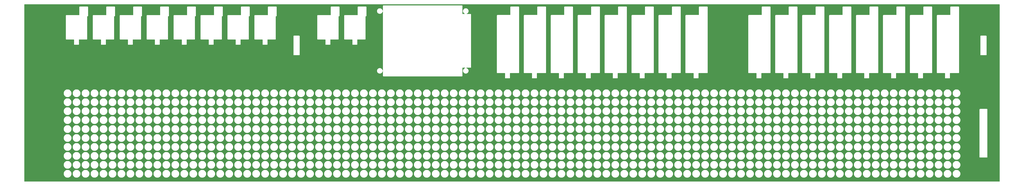
<source format=gtl>
G04 Layer: TopLayer*
G04 EasyEDA v6.5.34, 2023-08-10 19:24:47*
G04 a810411b0ee44f5284a9ba5631e6e320,5a6b42c53f6a479593ecc07194224c93,10*
G04 Gerber Generator version 0.2*
G04 Scale: 100 percent, Rotated: No, Reflected: No *
G04 Dimensions in millimeters *
G04 leading zeros omitted , absolute positions ,4 integer and 5 decimal *
%FSLAX45Y45*%
%MOMM*%

%ADD10C,3.0000*%

%LPD*%
G36*
X2068068Y25908D02*
G01*
X2064156Y26670D01*
X2060905Y28905D01*
X2058670Y32156D01*
X2057907Y36068D01*
X2057907Y8066531D01*
X2058670Y8070443D01*
X2060905Y8073694D01*
X2064156Y8075930D01*
X2068068Y8076692D01*
X46191932Y8076692D01*
X46195843Y8075930D01*
X46199094Y8073694D01*
X46201330Y8070443D01*
X46202092Y8066531D01*
X46202092Y36068D01*
X46201330Y32156D01*
X46199094Y28905D01*
X46195843Y26670D01*
X46191932Y25908D01*
G37*

%LPC*%
G36*
X14177721Y1830781D02*
G01*
X14195806Y1832152D01*
X14213586Y1835404D01*
X14231010Y1840484D01*
X14247774Y1847291D01*
X14263725Y1855825D01*
X14278762Y1865934D01*
X14292681Y1877517D01*
X14305330Y1890471D01*
X14316557Y1904695D01*
X14326260Y1919986D01*
X14334388Y1936140D01*
X14340738Y1953107D01*
X14345361Y1970633D01*
X14348155Y1988515D01*
X14349069Y2006600D01*
X14348155Y2024684D01*
X14345361Y2042566D01*
X14340738Y2060092D01*
X14334388Y2077059D01*
X14326260Y2093214D01*
X14316557Y2108504D01*
X14305330Y2122728D01*
X14292681Y2135682D01*
X14278762Y2147265D01*
X14263725Y2157374D01*
X14247774Y2165908D01*
X14231010Y2172716D01*
X14213586Y2177796D01*
X14195806Y2181047D01*
X14177721Y2182418D01*
X14159636Y2181961D01*
X14141653Y2179624D01*
X14124025Y2175510D01*
X14106956Y2169515D01*
X14090548Y2161844D01*
X14075003Y2152548D01*
X14060525Y2141677D01*
X14047216Y2129383D01*
X14035278Y2115769D01*
X14024762Y2100986D01*
X14015872Y2085238D01*
X14008607Y2068626D01*
X14003121Y2051405D01*
X13999413Y2033676D01*
X13997533Y2015642D01*
X13997533Y1997557D01*
X13999413Y1979523D01*
X14003121Y1961794D01*
X14008607Y1944573D01*
X14015872Y1927961D01*
X14024762Y1912213D01*
X14035278Y1897430D01*
X14047216Y1883816D01*
X14060525Y1871522D01*
X14075003Y1860651D01*
X14090548Y1851355D01*
X14106956Y1843684D01*
X14124025Y1837689D01*
X14141653Y1833575D01*
X14159636Y1831238D01*
G37*
G36*
X21086521Y205181D02*
G01*
X21104606Y206552D01*
X21122386Y209804D01*
X21139810Y214884D01*
X21156574Y221691D01*
X21172525Y230225D01*
X21187562Y240334D01*
X21201481Y251917D01*
X21214130Y264871D01*
X21225357Y279095D01*
X21235060Y294386D01*
X21243188Y310540D01*
X21249538Y327507D01*
X21254161Y345033D01*
X21256955Y362915D01*
X21257869Y381000D01*
X21256955Y399084D01*
X21254161Y416966D01*
X21249538Y434492D01*
X21243188Y451459D01*
X21235060Y467614D01*
X21225357Y482904D01*
X21214130Y497128D01*
X21201481Y510082D01*
X21187562Y521665D01*
X21172525Y531774D01*
X21156574Y540308D01*
X21139810Y547116D01*
X21122386Y552196D01*
X21104606Y555447D01*
X21086521Y556818D01*
X21068436Y556361D01*
X21050453Y554024D01*
X21032825Y549910D01*
X21015756Y543915D01*
X20999348Y536244D01*
X20983803Y526948D01*
X20969325Y516077D01*
X20956016Y503783D01*
X20944078Y490169D01*
X20933562Y475386D01*
X20924672Y459638D01*
X20917408Y443026D01*
X20911921Y425805D01*
X20908213Y408076D01*
X20906333Y390042D01*
X20906333Y371957D01*
X20908213Y353923D01*
X20911921Y336194D01*
X20917408Y318973D01*
X20924672Y302361D01*
X20933562Y286613D01*
X20944078Y271830D01*
X20956016Y258216D01*
X20969325Y245922D01*
X20983803Y235051D01*
X20999348Y225755D01*
X21015756Y218084D01*
X21032825Y212090D01*
X21050453Y207975D01*
X21068436Y205638D01*
G37*
G36*
X27182521Y205181D02*
G01*
X27200606Y206552D01*
X27218386Y209804D01*
X27235810Y214884D01*
X27252574Y221691D01*
X27268525Y230225D01*
X27283562Y240334D01*
X27297481Y251917D01*
X27310130Y264871D01*
X27321357Y279095D01*
X27331060Y294386D01*
X27339188Y310540D01*
X27345538Y327507D01*
X27350161Y345033D01*
X27352955Y362915D01*
X27353869Y381000D01*
X27352955Y399084D01*
X27350161Y416966D01*
X27345538Y434492D01*
X27339188Y451459D01*
X27331060Y467614D01*
X27321357Y482904D01*
X27310130Y497128D01*
X27297481Y510082D01*
X27283562Y521665D01*
X27268525Y531774D01*
X27252574Y540308D01*
X27235810Y547116D01*
X27218386Y552196D01*
X27200606Y555447D01*
X27182521Y556818D01*
X27164436Y556361D01*
X27146453Y554024D01*
X27128825Y549910D01*
X27111756Y543915D01*
X27095348Y536244D01*
X27079803Y526948D01*
X27065325Y516077D01*
X27052015Y503783D01*
X27040077Y490169D01*
X27029562Y475386D01*
X27020672Y459638D01*
X27013408Y443026D01*
X27007921Y425805D01*
X27004213Y408076D01*
X27002333Y390042D01*
X27002333Y371957D01*
X27004213Y353923D01*
X27007921Y336194D01*
X27013408Y318973D01*
X27020672Y302361D01*
X27029562Y286613D01*
X27040077Y271830D01*
X27052015Y258216D01*
X27065325Y245922D01*
X27079803Y235051D01*
X27095348Y225755D01*
X27111756Y218084D01*
X27128825Y212090D01*
X27146453Y207975D01*
X27164436Y205638D01*
G37*
G36*
X9300921Y205181D02*
G01*
X9319006Y206552D01*
X9336786Y209804D01*
X9354210Y214884D01*
X9370974Y221691D01*
X9386925Y230225D01*
X9401962Y240334D01*
X9415881Y251917D01*
X9428530Y264871D01*
X9439757Y279095D01*
X9449460Y294386D01*
X9457588Y310540D01*
X9463938Y327507D01*
X9468561Y345033D01*
X9471355Y362915D01*
X9472269Y381000D01*
X9471355Y399084D01*
X9468561Y416966D01*
X9463938Y434492D01*
X9457588Y451459D01*
X9449460Y467614D01*
X9439757Y482904D01*
X9428530Y497128D01*
X9415881Y510082D01*
X9401962Y521665D01*
X9386925Y531774D01*
X9370974Y540308D01*
X9354210Y547116D01*
X9336786Y552196D01*
X9319006Y555447D01*
X9300921Y556818D01*
X9282836Y556361D01*
X9264853Y554024D01*
X9247225Y549910D01*
X9230156Y543915D01*
X9213748Y536244D01*
X9198203Y526948D01*
X9183725Y516077D01*
X9170416Y503783D01*
X9158478Y490169D01*
X9147962Y475386D01*
X9139072Y459638D01*
X9131808Y443026D01*
X9126321Y425805D01*
X9122613Y408076D01*
X9120733Y390042D01*
X9120733Y371957D01*
X9122613Y353923D01*
X9126321Y336194D01*
X9131808Y318973D01*
X9139072Y302361D01*
X9147962Y286613D01*
X9158478Y271830D01*
X9170416Y258216D01*
X9183725Y245922D01*
X9198203Y235051D01*
X9213748Y225755D01*
X9230156Y218084D01*
X9247225Y212090D01*
X9264853Y207975D01*
X9282836Y205638D01*
G37*
G36*
X12552121Y205181D02*
G01*
X12570206Y206552D01*
X12587986Y209804D01*
X12605410Y214884D01*
X12622174Y221691D01*
X12638125Y230225D01*
X12653162Y240334D01*
X12667081Y251917D01*
X12679730Y264871D01*
X12690957Y279095D01*
X12700660Y294386D01*
X12708788Y310540D01*
X12715138Y327507D01*
X12719761Y345033D01*
X12722555Y362915D01*
X12723469Y381000D01*
X12722555Y399084D01*
X12719761Y416966D01*
X12715138Y434492D01*
X12708788Y451459D01*
X12700660Y467614D01*
X12690957Y482904D01*
X12679730Y497128D01*
X12667081Y510082D01*
X12653162Y521665D01*
X12638125Y531774D01*
X12622174Y540308D01*
X12605410Y547116D01*
X12587986Y552196D01*
X12570206Y555447D01*
X12552121Y556818D01*
X12534036Y556361D01*
X12516053Y554024D01*
X12498425Y549910D01*
X12481356Y543915D01*
X12464948Y536244D01*
X12449403Y526948D01*
X12434925Y516077D01*
X12421616Y503783D01*
X12409678Y490169D01*
X12399162Y475386D01*
X12390272Y459638D01*
X12383008Y443026D01*
X12377521Y425805D01*
X12373813Y408076D01*
X12371933Y390042D01*
X12371933Y371957D01*
X12373813Y353923D01*
X12377521Y336194D01*
X12383008Y318973D01*
X12390272Y302361D01*
X12399162Y286613D01*
X12409678Y271830D01*
X12421616Y258216D01*
X12434925Y245922D01*
X12449403Y235051D01*
X12464948Y225755D01*
X12481356Y218084D01*
X12498425Y212090D01*
X12516053Y207975D01*
X12534036Y205638D01*
G37*
G36*
X15803321Y205181D02*
G01*
X15821406Y206552D01*
X15839186Y209804D01*
X15856610Y214884D01*
X15873374Y221691D01*
X15889325Y230225D01*
X15904362Y240334D01*
X15918281Y251917D01*
X15930930Y264871D01*
X15942157Y279095D01*
X15951860Y294386D01*
X15959988Y310540D01*
X15966338Y327507D01*
X15970961Y345033D01*
X15973755Y362915D01*
X15974669Y381000D01*
X15973755Y399084D01*
X15970961Y416966D01*
X15966338Y434492D01*
X15959988Y451459D01*
X15951860Y467614D01*
X15942157Y482904D01*
X15930930Y497128D01*
X15918281Y510082D01*
X15904362Y521665D01*
X15889325Y531774D01*
X15873374Y540308D01*
X15856610Y547116D01*
X15839186Y552196D01*
X15821406Y555447D01*
X15803321Y556818D01*
X15785236Y556361D01*
X15767253Y554024D01*
X15749625Y549910D01*
X15732556Y543915D01*
X15716148Y536244D01*
X15700603Y526948D01*
X15686125Y516077D01*
X15672816Y503783D01*
X15660878Y490169D01*
X15650362Y475386D01*
X15641472Y459638D01*
X15634207Y443026D01*
X15628721Y425805D01*
X15625013Y408076D01*
X15623133Y390042D01*
X15623133Y371957D01*
X15625013Y353923D01*
X15628721Y336194D01*
X15634207Y318973D01*
X15641472Y302361D01*
X15650362Y286613D01*
X15660878Y271830D01*
X15672816Y258216D01*
X15686125Y245922D01*
X15700603Y235051D01*
X15716148Y225755D01*
X15732556Y218084D01*
X15749625Y212090D01*
X15767253Y207975D01*
X15785236Y205638D01*
G37*
G36*
X38968121Y205181D02*
G01*
X38986206Y206552D01*
X39003986Y209804D01*
X39021410Y214884D01*
X39038174Y221691D01*
X39054125Y230225D01*
X39069162Y240334D01*
X39083081Y251917D01*
X39095730Y264871D01*
X39106957Y279095D01*
X39116660Y294386D01*
X39124788Y310540D01*
X39131138Y327507D01*
X39135761Y345033D01*
X39138555Y362915D01*
X39139469Y381000D01*
X39138555Y399084D01*
X39135761Y416966D01*
X39131138Y434492D01*
X39124788Y451459D01*
X39116660Y467614D01*
X39106957Y482904D01*
X39095730Y497128D01*
X39083081Y510082D01*
X39069162Y521665D01*
X39054125Y531774D01*
X39038174Y540308D01*
X39021410Y547116D01*
X39003986Y552196D01*
X38986206Y555447D01*
X38968121Y556818D01*
X38950036Y556361D01*
X38932053Y554024D01*
X38914425Y549910D01*
X38897356Y543915D01*
X38880948Y536244D01*
X38865403Y526948D01*
X38850925Y516077D01*
X38837616Y503783D01*
X38825678Y490169D01*
X38815162Y475386D01*
X38806272Y459638D01*
X38799008Y443026D01*
X38793521Y425805D01*
X38789813Y408076D01*
X38787933Y390042D01*
X38787933Y371957D01*
X38789813Y353923D01*
X38793521Y336194D01*
X38799008Y318973D01*
X38806272Y302361D01*
X38815162Y286613D01*
X38825678Y271830D01*
X38837616Y258216D01*
X38850925Y245922D01*
X38865403Y235051D01*
X38880948Y225755D01*
X38897356Y218084D01*
X38914425Y212090D01*
X38932053Y207975D01*
X38950036Y205638D01*
G37*
G36*
X35716921Y205181D02*
G01*
X35735006Y206552D01*
X35752786Y209804D01*
X35770210Y214884D01*
X35786974Y221691D01*
X35802925Y230225D01*
X35817962Y240334D01*
X35831881Y251917D01*
X35844530Y264871D01*
X35855757Y279095D01*
X35865460Y294386D01*
X35873588Y310540D01*
X35879938Y327507D01*
X35884561Y345033D01*
X35887355Y362915D01*
X35888269Y381000D01*
X35887355Y399084D01*
X35884561Y416966D01*
X35879938Y434492D01*
X35873588Y451459D01*
X35865460Y467614D01*
X35855757Y482904D01*
X35844530Y497128D01*
X35831881Y510082D01*
X35817962Y521665D01*
X35802925Y531774D01*
X35786974Y540308D01*
X35770210Y547116D01*
X35752786Y552196D01*
X35735006Y555447D01*
X35716921Y556818D01*
X35698836Y556361D01*
X35680853Y554024D01*
X35663225Y549910D01*
X35646156Y543915D01*
X35629748Y536244D01*
X35614203Y526948D01*
X35599725Y516077D01*
X35586416Y503783D01*
X35574478Y490169D01*
X35563962Y475386D01*
X35555072Y459638D01*
X35547808Y443026D01*
X35542321Y425805D01*
X35538613Y408076D01*
X35536733Y390042D01*
X35536733Y371957D01*
X35538613Y353923D01*
X35542321Y336194D01*
X35547808Y318973D01*
X35555072Y302361D01*
X35563962Y286613D01*
X35574478Y271830D01*
X35586416Y258216D01*
X35599725Y245922D01*
X35614203Y235051D01*
X35629748Y225755D01*
X35646156Y218084D01*
X35663225Y212090D01*
X35680853Y207975D01*
X35698836Y205638D01*
G37*
G36*
X19054521Y205181D02*
G01*
X19072606Y206552D01*
X19090386Y209804D01*
X19107810Y214884D01*
X19124574Y221691D01*
X19140525Y230225D01*
X19155562Y240334D01*
X19169481Y251917D01*
X19182130Y264871D01*
X19193357Y279095D01*
X19203060Y294386D01*
X19211188Y310540D01*
X19217538Y327507D01*
X19222161Y345033D01*
X19224955Y362915D01*
X19225869Y381000D01*
X19224955Y399084D01*
X19222161Y416966D01*
X19217538Y434492D01*
X19211188Y451459D01*
X19203060Y467614D01*
X19193357Y482904D01*
X19182130Y497128D01*
X19169481Y510082D01*
X19155562Y521665D01*
X19140525Y531774D01*
X19124574Y540308D01*
X19107810Y547116D01*
X19090386Y552196D01*
X19072606Y555447D01*
X19054521Y556818D01*
X19036436Y556361D01*
X19018453Y554024D01*
X19000825Y549910D01*
X18983756Y543915D01*
X18967348Y536244D01*
X18951803Y526948D01*
X18937325Y516077D01*
X18924016Y503783D01*
X18912078Y490169D01*
X18901562Y475386D01*
X18892672Y459638D01*
X18885408Y443026D01*
X18879921Y425805D01*
X18876213Y408076D01*
X18874333Y390042D01*
X18874333Y371957D01*
X18876213Y353923D01*
X18879921Y336194D01*
X18885408Y318973D01*
X18892672Y302361D01*
X18901562Y286613D01*
X18912078Y271830D01*
X18924016Y258216D01*
X18937325Y245922D01*
X18951803Y235051D01*
X18967348Y225755D01*
X18983756Y218084D01*
X19000825Y212090D01*
X19018453Y207975D01*
X19036436Y205638D01*
G37*
G36*
X32465721Y205181D02*
G01*
X32483806Y206552D01*
X32501586Y209804D01*
X32519010Y214884D01*
X32535774Y221691D01*
X32551725Y230225D01*
X32566762Y240334D01*
X32580681Y251917D01*
X32593330Y264871D01*
X32604557Y279095D01*
X32614260Y294386D01*
X32622388Y310540D01*
X32628738Y327507D01*
X32633361Y345033D01*
X32636155Y362915D01*
X32637069Y381000D01*
X32636155Y399084D01*
X32633361Y416966D01*
X32628738Y434492D01*
X32622388Y451459D01*
X32614260Y467614D01*
X32604557Y482904D01*
X32593330Y497128D01*
X32580681Y510082D01*
X32566762Y521665D01*
X32551725Y531774D01*
X32535774Y540308D01*
X32519010Y547116D01*
X32501586Y552196D01*
X32483806Y555447D01*
X32465721Y556818D01*
X32447636Y556361D01*
X32429653Y554024D01*
X32412025Y549910D01*
X32394956Y543915D01*
X32378548Y536244D01*
X32363003Y526948D01*
X32348525Y516077D01*
X32335215Y503783D01*
X32323277Y490169D01*
X32312762Y475386D01*
X32303872Y459638D01*
X32296608Y443026D01*
X32291121Y425805D01*
X32287413Y408076D01*
X32285533Y390042D01*
X32285533Y371957D01*
X32287413Y353923D01*
X32291121Y336194D01*
X32296608Y318973D01*
X32303872Y302361D01*
X32312762Y286613D01*
X32323277Y271830D01*
X32335215Y258216D01*
X32348525Y245922D01*
X32363003Y235051D01*
X32378548Y225755D01*
X32394956Y218084D01*
X32412025Y212090D01*
X32429653Y207975D01*
X32447636Y205638D01*
G37*
G36*
X29214521Y205181D02*
G01*
X29232606Y206552D01*
X29250386Y209804D01*
X29267810Y214884D01*
X29284574Y221691D01*
X29300525Y230225D01*
X29315562Y240334D01*
X29329481Y251917D01*
X29342130Y264871D01*
X29353357Y279095D01*
X29363060Y294386D01*
X29371188Y310540D01*
X29377538Y327507D01*
X29382161Y345033D01*
X29384955Y362915D01*
X29385869Y381000D01*
X29384955Y399084D01*
X29382161Y416966D01*
X29377538Y434492D01*
X29371188Y451459D01*
X29363060Y467614D01*
X29353357Y482904D01*
X29342130Y497128D01*
X29329481Y510082D01*
X29315562Y521665D01*
X29300525Y531774D01*
X29284574Y540308D01*
X29267810Y547116D01*
X29250386Y552196D01*
X29232606Y555447D01*
X29214521Y556818D01*
X29196436Y556361D01*
X29178453Y554024D01*
X29160825Y549910D01*
X29143756Y543915D01*
X29127348Y536244D01*
X29111803Y526948D01*
X29097325Y516077D01*
X29084015Y503783D01*
X29072077Y490169D01*
X29061562Y475386D01*
X29052672Y459638D01*
X29045408Y443026D01*
X29039921Y425805D01*
X29036213Y408076D01*
X29034333Y390042D01*
X29034333Y371957D01*
X29036213Y353923D01*
X29039921Y336194D01*
X29045408Y318973D01*
X29052672Y302361D01*
X29061562Y286613D01*
X29072077Y271830D01*
X29084015Y258216D01*
X29097325Y245922D01*
X29111803Y235051D01*
X29127348Y225755D01*
X29143756Y218084D01*
X29160825Y212090D01*
X29178453Y207975D01*
X29196436Y205638D01*
G37*
G36*
X10520121Y205181D02*
G01*
X10538206Y206552D01*
X10555986Y209804D01*
X10573410Y214884D01*
X10590174Y221691D01*
X10606125Y230225D01*
X10621162Y240334D01*
X10635081Y251917D01*
X10647730Y264871D01*
X10658957Y279095D01*
X10668660Y294386D01*
X10676788Y310540D01*
X10683138Y327507D01*
X10687761Y345033D01*
X10690555Y362915D01*
X10691469Y381000D01*
X10690555Y399084D01*
X10687761Y416966D01*
X10683138Y434492D01*
X10676788Y451459D01*
X10668660Y467614D01*
X10658957Y482904D01*
X10647730Y497128D01*
X10635081Y510082D01*
X10621162Y521665D01*
X10606125Y531774D01*
X10590174Y540308D01*
X10573410Y547116D01*
X10555986Y552196D01*
X10538206Y555447D01*
X10520121Y556818D01*
X10502036Y556361D01*
X10484053Y554024D01*
X10466425Y549910D01*
X10449356Y543915D01*
X10432948Y536244D01*
X10417403Y526948D01*
X10402925Y516077D01*
X10389616Y503783D01*
X10377678Y490169D01*
X10367162Y475386D01*
X10358272Y459638D01*
X10351008Y443026D01*
X10345521Y425805D01*
X10341813Y408076D01*
X10339933Y390042D01*
X10339933Y371957D01*
X10341813Y353923D01*
X10345521Y336194D01*
X10351008Y318973D01*
X10358272Y302361D01*
X10367162Y286613D01*
X10377678Y271830D01*
X10389616Y258216D01*
X10402925Y245922D01*
X10417403Y235051D01*
X10432948Y225755D01*
X10449356Y218084D01*
X10466425Y212090D01*
X10484053Y207975D01*
X10502036Y205638D01*
G37*
G36*
X13771321Y205181D02*
G01*
X13789406Y206552D01*
X13807186Y209804D01*
X13824610Y214884D01*
X13841374Y221691D01*
X13857325Y230225D01*
X13872362Y240334D01*
X13886281Y251917D01*
X13898930Y264871D01*
X13910157Y279095D01*
X13919860Y294386D01*
X13927988Y310540D01*
X13934338Y327507D01*
X13938961Y345033D01*
X13941755Y362915D01*
X13942669Y381000D01*
X13941755Y399084D01*
X13938961Y416966D01*
X13934338Y434492D01*
X13927988Y451459D01*
X13919860Y467614D01*
X13910157Y482904D01*
X13898930Y497128D01*
X13886281Y510082D01*
X13872362Y521665D01*
X13857325Y531774D01*
X13841374Y540308D01*
X13824610Y547116D01*
X13807186Y552196D01*
X13789406Y555447D01*
X13771321Y556818D01*
X13753236Y556361D01*
X13735253Y554024D01*
X13717625Y549910D01*
X13700556Y543915D01*
X13684148Y536244D01*
X13668603Y526948D01*
X13654125Y516077D01*
X13640816Y503783D01*
X13628878Y490169D01*
X13618362Y475386D01*
X13609472Y459638D01*
X13602207Y443026D01*
X13596721Y425805D01*
X13593013Y408076D01*
X13591133Y390042D01*
X13591133Y371957D01*
X13593013Y353923D01*
X13596721Y336194D01*
X13602207Y318973D01*
X13609472Y302361D01*
X13618362Y286613D01*
X13628878Y271830D01*
X13640816Y258216D01*
X13654125Y245922D01*
X13668603Y235051D01*
X13684148Y225755D01*
X13700556Y218084D01*
X13717625Y212090D01*
X13735253Y207975D01*
X13753236Y205638D01*
G37*
G36*
X37748921Y205181D02*
G01*
X37767006Y206552D01*
X37784786Y209804D01*
X37802210Y214884D01*
X37818974Y221691D01*
X37834925Y230225D01*
X37849962Y240334D01*
X37863881Y251917D01*
X37876530Y264871D01*
X37887757Y279095D01*
X37897460Y294386D01*
X37905588Y310540D01*
X37911938Y327507D01*
X37916561Y345033D01*
X37919355Y362915D01*
X37920269Y381000D01*
X37919355Y399084D01*
X37916561Y416966D01*
X37911938Y434492D01*
X37905588Y451459D01*
X37897460Y467614D01*
X37887757Y482904D01*
X37876530Y497128D01*
X37863881Y510082D01*
X37849962Y521665D01*
X37834925Y531774D01*
X37818974Y540308D01*
X37802210Y547116D01*
X37784786Y552196D01*
X37767006Y555447D01*
X37748921Y556818D01*
X37730836Y556361D01*
X37712853Y554024D01*
X37695225Y549910D01*
X37678156Y543915D01*
X37661748Y536244D01*
X37646203Y526948D01*
X37631725Y516077D01*
X37618416Y503783D01*
X37606478Y490169D01*
X37595962Y475386D01*
X37587072Y459638D01*
X37579808Y443026D01*
X37574321Y425805D01*
X37570613Y408076D01*
X37568733Y390042D01*
X37568733Y371957D01*
X37570613Y353923D01*
X37574321Y336194D01*
X37579808Y318973D01*
X37587072Y302361D01*
X37595962Y286613D01*
X37606478Y271830D01*
X37618416Y258216D01*
X37631725Y245922D01*
X37646203Y235051D01*
X37661748Y225755D01*
X37678156Y218084D01*
X37695225Y212090D01*
X37712853Y207975D01*
X37730836Y205638D01*
G37*
G36*
X22305721Y205181D02*
G01*
X22323806Y206552D01*
X22341586Y209804D01*
X22359010Y214884D01*
X22375774Y221691D01*
X22391725Y230225D01*
X22406762Y240334D01*
X22420681Y251917D01*
X22433330Y264871D01*
X22444557Y279095D01*
X22454260Y294386D01*
X22462388Y310540D01*
X22468738Y327507D01*
X22473361Y345033D01*
X22476155Y362915D01*
X22477069Y381000D01*
X22476155Y399084D01*
X22473361Y416966D01*
X22468738Y434492D01*
X22462388Y451459D01*
X22454260Y467614D01*
X22444557Y482904D01*
X22433330Y497128D01*
X22420681Y510082D01*
X22406762Y521665D01*
X22391725Y531774D01*
X22375774Y540308D01*
X22359010Y547116D01*
X22341586Y552196D01*
X22323806Y555447D01*
X22305721Y556818D01*
X22287636Y556361D01*
X22269653Y554024D01*
X22252025Y549910D01*
X22234956Y543915D01*
X22218548Y536244D01*
X22203003Y526948D01*
X22188525Y516077D01*
X22175216Y503783D01*
X22163278Y490169D01*
X22152762Y475386D01*
X22143872Y459638D01*
X22136608Y443026D01*
X22131121Y425805D01*
X22127413Y408076D01*
X22125533Y390042D01*
X22125533Y371957D01*
X22127413Y353923D01*
X22131121Y336194D01*
X22136608Y318973D01*
X22143872Y302361D01*
X22152762Y286613D01*
X22163278Y271830D01*
X22175216Y258216D01*
X22188525Y245922D01*
X22203003Y235051D01*
X22218548Y225755D01*
X22234956Y218084D01*
X22252025Y212090D01*
X22269653Y207975D01*
X22287636Y205638D01*
G37*
G36*
X34497721Y205181D02*
G01*
X34515806Y206552D01*
X34533586Y209804D01*
X34551010Y214884D01*
X34567774Y221691D01*
X34583725Y230225D01*
X34598762Y240334D01*
X34612681Y251917D01*
X34625330Y264871D01*
X34636557Y279095D01*
X34646260Y294386D01*
X34654388Y310540D01*
X34660738Y327507D01*
X34665361Y345033D01*
X34668155Y362915D01*
X34669069Y381000D01*
X34668155Y399084D01*
X34665361Y416966D01*
X34660738Y434492D01*
X34654388Y451459D01*
X34646260Y467614D01*
X34636557Y482904D01*
X34625330Y497128D01*
X34612681Y510082D01*
X34598762Y521665D01*
X34583725Y531774D01*
X34567774Y540308D01*
X34551010Y547116D01*
X34533586Y552196D01*
X34515806Y555447D01*
X34497721Y556818D01*
X34479636Y556361D01*
X34461653Y554024D01*
X34444025Y549910D01*
X34426956Y543915D01*
X34410548Y536244D01*
X34395003Y526948D01*
X34380525Y516077D01*
X34367216Y503783D01*
X34355278Y490169D01*
X34344762Y475386D01*
X34335872Y459638D01*
X34328608Y443026D01*
X34323121Y425805D01*
X34319413Y408076D01*
X34317533Y390042D01*
X34317533Y371957D01*
X34319413Y353923D01*
X34323121Y336194D01*
X34328608Y318973D01*
X34335872Y302361D01*
X34344762Y286613D01*
X34355278Y271830D01*
X34367216Y258216D01*
X34380525Y245922D01*
X34395003Y235051D01*
X34410548Y225755D01*
X34426956Y218084D01*
X34444025Y212090D01*
X34461653Y207975D01*
X34479636Y205638D01*
G37*
G36*
X25963321Y205181D02*
G01*
X25981406Y206552D01*
X25999186Y209804D01*
X26016610Y214884D01*
X26033374Y221691D01*
X26049325Y230225D01*
X26064362Y240334D01*
X26078281Y251917D01*
X26090930Y264871D01*
X26102157Y279095D01*
X26111860Y294386D01*
X26119988Y310540D01*
X26126338Y327507D01*
X26130961Y345033D01*
X26133755Y362915D01*
X26134669Y381000D01*
X26133755Y399084D01*
X26130961Y416966D01*
X26126338Y434492D01*
X26119988Y451459D01*
X26111860Y467614D01*
X26102157Y482904D01*
X26090930Y497128D01*
X26078281Y510082D01*
X26064362Y521665D01*
X26049325Y531774D01*
X26033374Y540308D01*
X26016610Y547116D01*
X25999186Y552196D01*
X25981406Y555447D01*
X25963321Y556818D01*
X25945236Y556361D01*
X25927253Y554024D01*
X25909625Y549910D01*
X25892556Y543915D01*
X25876148Y536244D01*
X25860603Y526948D01*
X25846125Y516077D01*
X25832816Y503783D01*
X25820878Y490169D01*
X25810362Y475386D01*
X25801472Y459638D01*
X25794208Y443026D01*
X25788721Y425805D01*
X25785013Y408076D01*
X25783133Y390042D01*
X25783133Y371957D01*
X25785013Y353923D01*
X25788721Y336194D01*
X25794208Y318973D01*
X25801472Y302361D01*
X25810362Y286613D01*
X25820878Y271830D01*
X25832816Y258216D01*
X25846125Y245922D01*
X25860603Y235051D01*
X25876148Y225755D01*
X25892556Y218084D01*
X25909625Y212090D01*
X25927253Y207975D01*
X25945236Y205638D01*
G37*
G36*
X8488121Y205181D02*
G01*
X8506206Y206552D01*
X8523986Y209804D01*
X8541410Y214884D01*
X8558174Y221691D01*
X8574125Y230225D01*
X8589162Y240334D01*
X8603081Y251917D01*
X8615730Y264871D01*
X8626957Y279095D01*
X8636660Y294386D01*
X8644788Y310540D01*
X8651138Y327507D01*
X8655761Y345033D01*
X8658555Y362915D01*
X8659469Y381000D01*
X8658555Y399084D01*
X8655761Y416966D01*
X8651138Y434492D01*
X8644788Y451459D01*
X8636660Y467614D01*
X8626957Y482904D01*
X8615730Y497128D01*
X8603081Y510082D01*
X8589162Y521665D01*
X8574125Y531774D01*
X8558174Y540308D01*
X8541410Y547116D01*
X8523986Y552196D01*
X8506206Y555447D01*
X8488121Y556818D01*
X8470036Y556361D01*
X8452053Y554024D01*
X8434425Y549910D01*
X8417356Y543915D01*
X8400948Y536244D01*
X8385403Y526948D01*
X8370925Y516077D01*
X8357616Y503783D01*
X8345678Y490169D01*
X8335162Y475386D01*
X8326272Y459638D01*
X8319008Y443026D01*
X8313521Y425805D01*
X8309813Y408076D01*
X8307933Y390042D01*
X8307933Y371957D01*
X8309813Y353923D01*
X8313521Y336194D01*
X8319008Y318973D01*
X8326272Y302361D01*
X8335162Y286613D01*
X8345678Y271830D01*
X8357616Y258216D01*
X8370925Y245922D01*
X8385403Y235051D01*
X8400948Y225755D01*
X8417356Y218084D01*
X8434425Y212090D01*
X8452053Y207975D01*
X8470036Y205638D01*
G37*
G36*
X7268921Y205181D02*
G01*
X7287006Y206552D01*
X7304786Y209804D01*
X7322210Y214884D01*
X7338974Y221691D01*
X7354925Y230225D01*
X7369962Y240334D01*
X7383881Y251917D01*
X7396530Y264871D01*
X7407757Y279095D01*
X7417460Y294386D01*
X7425588Y310540D01*
X7431938Y327507D01*
X7436561Y345033D01*
X7439355Y362915D01*
X7440269Y381000D01*
X7439355Y399084D01*
X7436561Y416966D01*
X7431938Y434492D01*
X7425588Y451459D01*
X7417460Y467614D01*
X7407757Y482904D01*
X7396530Y497128D01*
X7383881Y510082D01*
X7369962Y521665D01*
X7354925Y531774D01*
X7338974Y540308D01*
X7322210Y547116D01*
X7304786Y552196D01*
X7287006Y555447D01*
X7268921Y556818D01*
X7250836Y556361D01*
X7232853Y554024D01*
X7215225Y549910D01*
X7198156Y543915D01*
X7181748Y536244D01*
X7166203Y526948D01*
X7151725Y516077D01*
X7138416Y503783D01*
X7126478Y490169D01*
X7115962Y475386D01*
X7107072Y459638D01*
X7099808Y443026D01*
X7094321Y425805D01*
X7090613Y408076D01*
X7088733Y390042D01*
X7088733Y371957D01*
X7090613Y353923D01*
X7094321Y336194D01*
X7099808Y318973D01*
X7107072Y302361D01*
X7115962Y286613D01*
X7126478Y271830D01*
X7138416Y258216D01*
X7151725Y245922D01*
X7166203Y235051D01*
X7181748Y225755D01*
X7198156Y218084D01*
X7215225Y212090D01*
X7232853Y207975D01*
X7250836Y205638D01*
G37*
G36*
X17022521Y205181D02*
G01*
X17040606Y206552D01*
X17058386Y209804D01*
X17075810Y214884D01*
X17092574Y221691D01*
X17108525Y230225D01*
X17123562Y240334D01*
X17137481Y251917D01*
X17150130Y264871D01*
X17161357Y279095D01*
X17171060Y294386D01*
X17179188Y310540D01*
X17185538Y327507D01*
X17190161Y345033D01*
X17192955Y362915D01*
X17193869Y381000D01*
X17192955Y399084D01*
X17190161Y416966D01*
X17185538Y434492D01*
X17179188Y451459D01*
X17171060Y467614D01*
X17161357Y482904D01*
X17150130Y497128D01*
X17137481Y510082D01*
X17123562Y521665D01*
X17108525Y531774D01*
X17092574Y540308D01*
X17075810Y547116D01*
X17058386Y552196D01*
X17040606Y555447D01*
X17022521Y556818D01*
X17004436Y556361D01*
X16986453Y554024D01*
X16968825Y549910D01*
X16951756Y543915D01*
X16935348Y536244D01*
X16919803Y526948D01*
X16905325Y516077D01*
X16892016Y503783D01*
X16880078Y490169D01*
X16869562Y475386D01*
X16860672Y459638D01*
X16853408Y443026D01*
X16847921Y425805D01*
X16844213Y408076D01*
X16842333Y390042D01*
X16842333Y371957D01*
X16844213Y353923D01*
X16847921Y336194D01*
X16853408Y318973D01*
X16860672Y302361D01*
X16869562Y286613D01*
X16880078Y271830D01*
X16892016Y258216D01*
X16905325Y245922D01*
X16919803Y235051D01*
X16935348Y225755D01*
X16951756Y218084D01*
X16968825Y212090D01*
X16986453Y207975D01*
X17004436Y205638D01*
G37*
G36*
X39780921Y205181D02*
G01*
X39799006Y206552D01*
X39816786Y209804D01*
X39834210Y214884D01*
X39850974Y221691D01*
X39866925Y230225D01*
X39881962Y240334D01*
X39895881Y251917D01*
X39908530Y264871D01*
X39919757Y279095D01*
X39929460Y294386D01*
X39937588Y310540D01*
X39943938Y327507D01*
X39948561Y345033D01*
X39951355Y362915D01*
X39952269Y381000D01*
X39951355Y399084D01*
X39948561Y416966D01*
X39943938Y434492D01*
X39937588Y451459D01*
X39929460Y467614D01*
X39919757Y482904D01*
X39908530Y497128D01*
X39895881Y510082D01*
X39881962Y521665D01*
X39866925Y531774D01*
X39850974Y540308D01*
X39834210Y547116D01*
X39816786Y552196D01*
X39799006Y555447D01*
X39780921Y556818D01*
X39762836Y556361D01*
X39744853Y554024D01*
X39727225Y549910D01*
X39710156Y543915D01*
X39693748Y536244D01*
X39678203Y526948D01*
X39663725Y516077D01*
X39650416Y503783D01*
X39638478Y490169D01*
X39627962Y475386D01*
X39619072Y459638D01*
X39611808Y443026D01*
X39606321Y425805D01*
X39602613Y408076D01*
X39600733Y390042D01*
X39600733Y371957D01*
X39602613Y353923D01*
X39606321Y336194D01*
X39611808Y318973D01*
X39619072Y302361D01*
X39627962Y286613D01*
X39638478Y271830D01*
X39650416Y258216D01*
X39663725Y245922D01*
X39678203Y235051D01*
X39693748Y225755D01*
X39710156Y218084D01*
X39727225Y212090D01*
X39744853Y207975D01*
X39762836Y205638D01*
G37*
G36*
X41000121Y205181D02*
G01*
X41018206Y206552D01*
X41035986Y209804D01*
X41053410Y214884D01*
X41070174Y221691D01*
X41086125Y230225D01*
X41101162Y240334D01*
X41115081Y251917D01*
X41127730Y264871D01*
X41138957Y279095D01*
X41148660Y294386D01*
X41156788Y310540D01*
X41163138Y327507D01*
X41167761Y345033D01*
X41170555Y362915D01*
X41171469Y381000D01*
X41170555Y399084D01*
X41167761Y416966D01*
X41163138Y434492D01*
X41156788Y451459D01*
X41148660Y467614D01*
X41138957Y482904D01*
X41127730Y497128D01*
X41115081Y510082D01*
X41101162Y521665D01*
X41086125Y531774D01*
X41070174Y540308D01*
X41053410Y547116D01*
X41035986Y552196D01*
X41018206Y555447D01*
X41000121Y556818D01*
X40982036Y556361D01*
X40964053Y554024D01*
X40946425Y549910D01*
X40929356Y543915D01*
X40912948Y536244D01*
X40897403Y526948D01*
X40882925Y516077D01*
X40869616Y503783D01*
X40857678Y490169D01*
X40847162Y475386D01*
X40838272Y459638D01*
X40831008Y443026D01*
X40825521Y425805D01*
X40821813Y408076D01*
X40819933Y390042D01*
X40819933Y371957D01*
X40821813Y353923D01*
X40825521Y336194D01*
X40831008Y318973D01*
X40838272Y302361D01*
X40847162Y286613D01*
X40857678Y271830D01*
X40869616Y258216D01*
X40882925Y245922D01*
X40897403Y235051D01*
X40912948Y225755D01*
X40929356Y218084D01*
X40946425Y212090D01*
X40964053Y207975D01*
X40982036Y205638D01*
G37*
G36*
X20273721Y205181D02*
G01*
X20291806Y206552D01*
X20309586Y209804D01*
X20327010Y214884D01*
X20343774Y221691D01*
X20359725Y230225D01*
X20374762Y240334D01*
X20388681Y251917D01*
X20401330Y264871D01*
X20412557Y279095D01*
X20422260Y294386D01*
X20430388Y310540D01*
X20436738Y327507D01*
X20441361Y345033D01*
X20444155Y362915D01*
X20445069Y381000D01*
X20444155Y399084D01*
X20441361Y416966D01*
X20436738Y434492D01*
X20430388Y451459D01*
X20422260Y467614D01*
X20412557Y482904D01*
X20401330Y497128D01*
X20388681Y510082D01*
X20374762Y521665D01*
X20359725Y531774D01*
X20343774Y540308D01*
X20327010Y547116D01*
X20309586Y552196D01*
X20291806Y555447D01*
X20273721Y556818D01*
X20255636Y556361D01*
X20237653Y554024D01*
X20220025Y549910D01*
X20202956Y543915D01*
X20186548Y536244D01*
X20171003Y526948D01*
X20156525Y516077D01*
X20143216Y503783D01*
X20131278Y490169D01*
X20120762Y475386D01*
X20111872Y459638D01*
X20104608Y443026D01*
X20099121Y425805D01*
X20095413Y408076D01*
X20093533Y390042D01*
X20093533Y371957D01*
X20095413Y353923D01*
X20099121Y336194D01*
X20104608Y318973D01*
X20111872Y302361D01*
X20120762Y286613D01*
X20131278Y271830D01*
X20143216Y258216D01*
X20156525Y245922D01*
X20171003Y235051D01*
X20186548Y225755D01*
X20202956Y218084D01*
X20220025Y212090D01*
X20237653Y207975D01*
X20255636Y205638D01*
G37*
G36*
X31246521Y205181D02*
G01*
X31264606Y206552D01*
X31282386Y209804D01*
X31299810Y214884D01*
X31316574Y221691D01*
X31332525Y230225D01*
X31347562Y240334D01*
X31361481Y251917D01*
X31374130Y264871D01*
X31385357Y279095D01*
X31395060Y294386D01*
X31403188Y310540D01*
X31409538Y327507D01*
X31414161Y345033D01*
X31416955Y362915D01*
X31417869Y381000D01*
X31416955Y399084D01*
X31414161Y416966D01*
X31409538Y434492D01*
X31403188Y451459D01*
X31395060Y467614D01*
X31385357Y482904D01*
X31374130Y497128D01*
X31361481Y510082D01*
X31347562Y521665D01*
X31332525Y531774D01*
X31316574Y540308D01*
X31299810Y547116D01*
X31282386Y552196D01*
X31264606Y555447D01*
X31246521Y556818D01*
X31228436Y556361D01*
X31210453Y554024D01*
X31192825Y549910D01*
X31175756Y543915D01*
X31159348Y536244D01*
X31143803Y526948D01*
X31129325Y516077D01*
X31116015Y503783D01*
X31104077Y490169D01*
X31093562Y475386D01*
X31084672Y459638D01*
X31077408Y443026D01*
X31071921Y425805D01*
X31068213Y408076D01*
X31066333Y390042D01*
X31066333Y371957D01*
X31068213Y353923D01*
X31071921Y336194D01*
X31077408Y318973D01*
X31084672Y302361D01*
X31093562Y286613D01*
X31104077Y271830D01*
X31116015Y258216D01*
X31129325Y245922D01*
X31143803Y235051D01*
X31159348Y225755D01*
X31175756Y218084D01*
X31192825Y212090D01*
X31210453Y207975D01*
X31228436Y205638D01*
G37*
G36*
X27995321Y205181D02*
G01*
X28013406Y206552D01*
X28031186Y209804D01*
X28048610Y214884D01*
X28065374Y221691D01*
X28081325Y230225D01*
X28096362Y240334D01*
X28110281Y251917D01*
X28122930Y264871D01*
X28134157Y279095D01*
X28143860Y294386D01*
X28151988Y310540D01*
X28158338Y327507D01*
X28162961Y345033D01*
X28165755Y362915D01*
X28166669Y381000D01*
X28165755Y399084D01*
X28162961Y416966D01*
X28158338Y434492D01*
X28151988Y451459D01*
X28143860Y467614D01*
X28134157Y482904D01*
X28122930Y497128D01*
X28110281Y510082D01*
X28096362Y521665D01*
X28081325Y531774D01*
X28065374Y540308D01*
X28048610Y547116D01*
X28031186Y552196D01*
X28013406Y555447D01*
X27995321Y556818D01*
X27977236Y556361D01*
X27959253Y554024D01*
X27941625Y549910D01*
X27924556Y543915D01*
X27908148Y536244D01*
X27892603Y526948D01*
X27878125Y516077D01*
X27864815Y503783D01*
X27852877Y490169D01*
X27842362Y475386D01*
X27833472Y459638D01*
X27826208Y443026D01*
X27820721Y425805D01*
X27817013Y408076D01*
X27815133Y390042D01*
X27815133Y371957D01*
X27817013Y353923D01*
X27820721Y336194D01*
X27826208Y318973D01*
X27833472Y302361D01*
X27842362Y286613D01*
X27852877Y271830D01*
X27864815Y258216D01*
X27878125Y245922D01*
X27892603Y235051D01*
X27908148Y225755D01*
X27924556Y218084D01*
X27941625Y212090D01*
X27959253Y207975D01*
X27977236Y205638D01*
G37*
G36*
X23524921Y205181D02*
G01*
X23543006Y206552D01*
X23560786Y209804D01*
X23578210Y214884D01*
X23594974Y221691D01*
X23610925Y230225D01*
X23625962Y240334D01*
X23639881Y251917D01*
X23652530Y264871D01*
X23663757Y279095D01*
X23673460Y294386D01*
X23681588Y310540D01*
X23687938Y327507D01*
X23692561Y345033D01*
X23695355Y362915D01*
X23696269Y381000D01*
X23695355Y399084D01*
X23692561Y416966D01*
X23687938Y434492D01*
X23681588Y451459D01*
X23673460Y467614D01*
X23663757Y482904D01*
X23652530Y497128D01*
X23639881Y510082D01*
X23625962Y521665D01*
X23610925Y531774D01*
X23594974Y540308D01*
X23578210Y547116D01*
X23560786Y552196D01*
X23543006Y555447D01*
X23524921Y556818D01*
X23506836Y556361D01*
X23488853Y554024D01*
X23471225Y549910D01*
X23454156Y543915D01*
X23437748Y536244D01*
X23422203Y526948D01*
X23407725Y516077D01*
X23394416Y503783D01*
X23382478Y490169D01*
X23371962Y475386D01*
X23363072Y459638D01*
X23355808Y443026D01*
X23350321Y425805D01*
X23346613Y408076D01*
X23344733Y390042D01*
X23344733Y371957D01*
X23346613Y353923D01*
X23350321Y336194D01*
X23355808Y318973D01*
X23363072Y302361D01*
X23371962Y286613D01*
X23382478Y271830D01*
X23394416Y258216D01*
X23407725Y245922D01*
X23422203Y235051D01*
X23437748Y225755D01*
X23454156Y218084D01*
X23471225Y212090D01*
X23488853Y207975D01*
X23506836Y205638D01*
G37*
G36*
X11739321Y205181D02*
G01*
X11757406Y206552D01*
X11775186Y209804D01*
X11792610Y214884D01*
X11809374Y221691D01*
X11825325Y230225D01*
X11840362Y240334D01*
X11854281Y251917D01*
X11866930Y264871D01*
X11878157Y279095D01*
X11887860Y294386D01*
X11895988Y310540D01*
X11902338Y327507D01*
X11906961Y345033D01*
X11909755Y362915D01*
X11910669Y381000D01*
X11909755Y399084D01*
X11906961Y416966D01*
X11902338Y434492D01*
X11895988Y451459D01*
X11887860Y467614D01*
X11878157Y482904D01*
X11866930Y497128D01*
X11854281Y510082D01*
X11840362Y521665D01*
X11825325Y531774D01*
X11809374Y540308D01*
X11792610Y547116D01*
X11775186Y552196D01*
X11757406Y555447D01*
X11739321Y556818D01*
X11721236Y556361D01*
X11703253Y554024D01*
X11685625Y549910D01*
X11668556Y543915D01*
X11652148Y536244D01*
X11636603Y526948D01*
X11622125Y516077D01*
X11608816Y503783D01*
X11596878Y490169D01*
X11586362Y475386D01*
X11577472Y459638D01*
X11570208Y443026D01*
X11564721Y425805D01*
X11561013Y408076D01*
X11559133Y390042D01*
X11559133Y371957D01*
X11561013Y353923D01*
X11564721Y336194D01*
X11570208Y318973D01*
X11577472Y302361D01*
X11586362Y286613D01*
X11596878Y271830D01*
X11608816Y258216D01*
X11622125Y245922D01*
X11636603Y235051D01*
X11652148Y225755D01*
X11668556Y218084D01*
X11685625Y212090D01*
X11703253Y207975D01*
X11721236Y205638D01*
G37*
G36*
X6049721Y205181D02*
G01*
X6067806Y206552D01*
X6085586Y209804D01*
X6103010Y214884D01*
X6119774Y221691D01*
X6135725Y230225D01*
X6150762Y240334D01*
X6164681Y251917D01*
X6177330Y264871D01*
X6188557Y279095D01*
X6198260Y294386D01*
X6206388Y310540D01*
X6212738Y327507D01*
X6217361Y345033D01*
X6220155Y362915D01*
X6221069Y381000D01*
X6220155Y399084D01*
X6217361Y416966D01*
X6212738Y434492D01*
X6206388Y451459D01*
X6198260Y467614D01*
X6188557Y482904D01*
X6177330Y497128D01*
X6164681Y510082D01*
X6150762Y521665D01*
X6135725Y531774D01*
X6119774Y540308D01*
X6103010Y547116D01*
X6085586Y552196D01*
X6067806Y555447D01*
X6049721Y556818D01*
X6031636Y556361D01*
X6013653Y554024D01*
X5996025Y549910D01*
X5978956Y543915D01*
X5962548Y536244D01*
X5947003Y526948D01*
X5932525Y516077D01*
X5919216Y503783D01*
X5907278Y490169D01*
X5896762Y475386D01*
X5887872Y459638D01*
X5880608Y443026D01*
X5875121Y425805D01*
X5871413Y408076D01*
X5869533Y390042D01*
X5869533Y371957D01*
X5871413Y353923D01*
X5875121Y336194D01*
X5880608Y318973D01*
X5887872Y302361D01*
X5896762Y286613D01*
X5907278Y271830D01*
X5919216Y258216D01*
X5932525Y245922D01*
X5947003Y235051D01*
X5962548Y225755D01*
X5978956Y218084D01*
X5996025Y212090D01*
X6013653Y207975D01*
X6031636Y205638D01*
G37*
G36*
X14990521Y205181D02*
G01*
X15008606Y206552D01*
X15026386Y209804D01*
X15043810Y214884D01*
X15060574Y221691D01*
X15076525Y230225D01*
X15091562Y240334D01*
X15105481Y251917D01*
X15118130Y264871D01*
X15129357Y279095D01*
X15139060Y294386D01*
X15147188Y310540D01*
X15153538Y327507D01*
X15158161Y345033D01*
X15160955Y362915D01*
X15161869Y381000D01*
X15160955Y399084D01*
X15158161Y416966D01*
X15153538Y434492D01*
X15147188Y451459D01*
X15139060Y467614D01*
X15129357Y482904D01*
X15118130Y497128D01*
X15105481Y510082D01*
X15091562Y521665D01*
X15076525Y531774D01*
X15060574Y540308D01*
X15043810Y547116D01*
X15026386Y552196D01*
X15008606Y555447D01*
X14990521Y556818D01*
X14972436Y556361D01*
X14954453Y554024D01*
X14936825Y549910D01*
X14919756Y543915D01*
X14903348Y536244D01*
X14887803Y526948D01*
X14873325Y516077D01*
X14860016Y503783D01*
X14848078Y490169D01*
X14837562Y475386D01*
X14828672Y459638D01*
X14821407Y443026D01*
X14815921Y425805D01*
X14812213Y408076D01*
X14810333Y390042D01*
X14810333Y371957D01*
X14812213Y353923D01*
X14815921Y336194D01*
X14821407Y318973D01*
X14828672Y302361D01*
X14837562Y286613D01*
X14848078Y271830D01*
X14860016Y258216D01*
X14873325Y245922D01*
X14887803Y235051D01*
X14903348Y225755D01*
X14919756Y218084D01*
X14936825Y212090D01*
X14954453Y207975D01*
X14972436Y205638D01*
G37*
G36*
X24744121Y205181D02*
G01*
X24762206Y206552D01*
X24779986Y209804D01*
X24797410Y214884D01*
X24814174Y221691D01*
X24830125Y230225D01*
X24845162Y240334D01*
X24859081Y251917D01*
X24871730Y264871D01*
X24882957Y279095D01*
X24892660Y294386D01*
X24900788Y310540D01*
X24907138Y327507D01*
X24911761Y345033D01*
X24914555Y362915D01*
X24915469Y381000D01*
X24914555Y399084D01*
X24911761Y416966D01*
X24907138Y434492D01*
X24900788Y451459D01*
X24892660Y467614D01*
X24882957Y482904D01*
X24871730Y497128D01*
X24859081Y510082D01*
X24845162Y521665D01*
X24830125Y531774D01*
X24814174Y540308D01*
X24797410Y547116D01*
X24779986Y552196D01*
X24762206Y555447D01*
X24744121Y556818D01*
X24726036Y556361D01*
X24708053Y554024D01*
X24690425Y549910D01*
X24673356Y543915D01*
X24656948Y536244D01*
X24641403Y526948D01*
X24626925Y516077D01*
X24613616Y503783D01*
X24601678Y490169D01*
X24591162Y475386D01*
X24582272Y459638D01*
X24575008Y443026D01*
X24569521Y425805D01*
X24565813Y408076D01*
X24563933Y390042D01*
X24563933Y371957D01*
X24565813Y353923D01*
X24569521Y336194D01*
X24575008Y318973D01*
X24582272Y302361D01*
X24591162Y286613D01*
X24601678Y271830D01*
X24613616Y258216D01*
X24626925Y245922D01*
X24641403Y235051D01*
X24656948Y225755D01*
X24673356Y218084D01*
X24690425Y212090D01*
X24708053Y207975D01*
X24726036Y205638D01*
G37*
G36*
X36529721Y205181D02*
G01*
X36547806Y206552D01*
X36565586Y209804D01*
X36583010Y214884D01*
X36599774Y221691D01*
X36615725Y230225D01*
X36630762Y240334D01*
X36644681Y251917D01*
X36657330Y264871D01*
X36668557Y279095D01*
X36678260Y294386D01*
X36686388Y310540D01*
X36692738Y327507D01*
X36697361Y345033D01*
X36700155Y362915D01*
X36701069Y381000D01*
X36700155Y399084D01*
X36697361Y416966D01*
X36692738Y434492D01*
X36686388Y451459D01*
X36678260Y467614D01*
X36668557Y482904D01*
X36657330Y497128D01*
X36644681Y510082D01*
X36630762Y521665D01*
X36615725Y531774D01*
X36599774Y540308D01*
X36583010Y547116D01*
X36565586Y552196D01*
X36547806Y555447D01*
X36529721Y556818D01*
X36511636Y556361D01*
X36493653Y554024D01*
X36476025Y549910D01*
X36458956Y543915D01*
X36442548Y536244D01*
X36427003Y526948D01*
X36412525Y516077D01*
X36399216Y503783D01*
X36387278Y490169D01*
X36376762Y475386D01*
X36367872Y459638D01*
X36360608Y443026D01*
X36355121Y425805D01*
X36351413Y408076D01*
X36349533Y390042D01*
X36349533Y371957D01*
X36351413Y353923D01*
X36355121Y336194D01*
X36360608Y318973D01*
X36367872Y302361D01*
X36376762Y286613D01*
X36387278Y271830D01*
X36399216Y258216D01*
X36412525Y245922D01*
X36427003Y235051D01*
X36442548Y225755D01*
X36458956Y218084D01*
X36476025Y212090D01*
X36493653Y207975D01*
X36511636Y205638D01*
G37*
G36*
X42219321Y205181D02*
G01*
X42237406Y206552D01*
X42255186Y209804D01*
X42272610Y214884D01*
X42289374Y221691D01*
X42305325Y230225D01*
X42320362Y240334D01*
X42334281Y251917D01*
X42346930Y264871D01*
X42358157Y279095D01*
X42367860Y294386D01*
X42375988Y310540D01*
X42382338Y327507D01*
X42386961Y345033D01*
X42389755Y362915D01*
X42390669Y381000D01*
X42389755Y399084D01*
X42386961Y416966D01*
X42382338Y434492D01*
X42375988Y451459D01*
X42367860Y467614D01*
X42358157Y482904D01*
X42346930Y497128D01*
X42334281Y510082D01*
X42320362Y521665D01*
X42305325Y531774D01*
X42289374Y540308D01*
X42272610Y547116D01*
X42255186Y552196D01*
X42237406Y555447D01*
X42219321Y556818D01*
X42201236Y556361D01*
X42183253Y554024D01*
X42165625Y549910D01*
X42148556Y543915D01*
X42132148Y536244D01*
X42116603Y526948D01*
X42102125Y516077D01*
X42088816Y503783D01*
X42076878Y490169D01*
X42066362Y475386D01*
X42057472Y459638D01*
X42050208Y443026D01*
X42044721Y425805D01*
X42041013Y408076D01*
X42039133Y390042D01*
X42039133Y371957D01*
X42041013Y353923D01*
X42044721Y336194D01*
X42050208Y318973D01*
X42057472Y302361D01*
X42066362Y286613D01*
X42076878Y271830D01*
X42088816Y258216D01*
X42102125Y245922D01*
X42116603Y235051D01*
X42132148Y225755D01*
X42148556Y218084D01*
X42165625Y212090D01*
X42183253Y207975D01*
X42201236Y205638D01*
G37*
G36*
X33278521Y205181D02*
G01*
X33296606Y206552D01*
X33314386Y209804D01*
X33331810Y214884D01*
X33348574Y221691D01*
X33364525Y230225D01*
X33379562Y240334D01*
X33393481Y251917D01*
X33406130Y264871D01*
X33417357Y279095D01*
X33427060Y294386D01*
X33435188Y310540D01*
X33441538Y327507D01*
X33446161Y345033D01*
X33448955Y362915D01*
X33449869Y381000D01*
X33448955Y399084D01*
X33446161Y416966D01*
X33441538Y434492D01*
X33435188Y451459D01*
X33427060Y467614D01*
X33417357Y482904D01*
X33406130Y497128D01*
X33393481Y510082D01*
X33379562Y521665D01*
X33364525Y531774D01*
X33348574Y540308D01*
X33331810Y547116D01*
X33314386Y552196D01*
X33296606Y555447D01*
X33278521Y556818D01*
X33260436Y556361D01*
X33242453Y554024D01*
X33224825Y549910D01*
X33207756Y543915D01*
X33191348Y536244D01*
X33175803Y526948D01*
X33161325Y516077D01*
X33148015Y503783D01*
X33136077Y490169D01*
X33125562Y475386D01*
X33116672Y459638D01*
X33109408Y443026D01*
X33103921Y425805D01*
X33100213Y408076D01*
X33098333Y390042D01*
X33098333Y371957D01*
X33100213Y353923D01*
X33103921Y336194D01*
X33109408Y318973D01*
X33116672Y302361D01*
X33125562Y286613D01*
X33136077Y271830D01*
X33148015Y258216D01*
X33161325Y245922D01*
X33175803Y235051D01*
X33191348Y225755D01*
X33207756Y218084D01*
X33224825Y212090D01*
X33242453Y207975D01*
X33260436Y205638D01*
G37*
G36*
X18241721Y205181D02*
G01*
X18259806Y206552D01*
X18277586Y209804D01*
X18295010Y214884D01*
X18311774Y221691D01*
X18327725Y230225D01*
X18342762Y240334D01*
X18356681Y251917D01*
X18369330Y264871D01*
X18380557Y279095D01*
X18390260Y294386D01*
X18398388Y310540D01*
X18404738Y327507D01*
X18409361Y345033D01*
X18412155Y362915D01*
X18413069Y381000D01*
X18412155Y399084D01*
X18409361Y416966D01*
X18404738Y434492D01*
X18398388Y451459D01*
X18390260Y467614D01*
X18380557Y482904D01*
X18369330Y497128D01*
X18356681Y510082D01*
X18342762Y521665D01*
X18327725Y531774D01*
X18311774Y540308D01*
X18295010Y547116D01*
X18277586Y552196D01*
X18259806Y555447D01*
X18241721Y556818D01*
X18223636Y556361D01*
X18205653Y554024D01*
X18188025Y549910D01*
X18170956Y543915D01*
X18154548Y536244D01*
X18139003Y526948D01*
X18124525Y516077D01*
X18111216Y503783D01*
X18099278Y490169D01*
X18088762Y475386D01*
X18079872Y459638D01*
X18072608Y443026D01*
X18067121Y425805D01*
X18063413Y408076D01*
X18061533Y390042D01*
X18061533Y371957D01*
X18063413Y353923D01*
X18067121Y336194D01*
X18072608Y318973D01*
X18079872Y302361D01*
X18088762Y286613D01*
X18099278Y271830D01*
X18111216Y258216D01*
X18124525Y245922D01*
X18139003Y235051D01*
X18154548Y225755D01*
X18170956Y218084D01*
X18188025Y212090D01*
X18205653Y207975D01*
X18223636Y205638D01*
G37*
G36*
X21492921Y205181D02*
G01*
X21511006Y206552D01*
X21528786Y209804D01*
X21546210Y214884D01*
X21562974Y221691D01*
X21578925Y230225D01*
X21593962Y240334D01*
X21607881Y251917D01*
X21620530Y264871D01*
X21631757Y279095D01*
X21641460Y294386D01*
X21649588Y310540D01*
X21655938Y327507D01*
X21660561Y345033D01*
X21663355Y362915D01*
X21664269Y381000D01*
X21663355Y399084D01*
X21660561Y416966D01*
X21655938Y434492D01*
X21649588Y451459D01*
X21641460Y467614D01*
X21631757Y482904D01*
X21620530Y497128D01*
X21607881Y510082D01*
X21593962Y521665D01*
X21578925Y531774D01*
X21562974Y540308D01*
X21546210Y547116D01*
X21528786Y552196D01*
X21511006Y555447D01*
X21492921Y556818D01*
X21474836Y556361D01*
X21456853Y554024D01*
X21439225Y549910D01*
X21422156Y543915D01*
X21405748Y536244D01*
X21390203Y526948D01*
X21375725Y516077D01*
X21362416Y503783D01*
X21350478Y490169D01*
X21339962Y475386D01*
X21331072Y459638D01*
X21323808Y443026D01*
X21318321Y425805D01*
X21314613Y408076D01*
X21312733Y390042D01*
X21312733Y371957D01*
X21314613Y353923D01*
X21318321Y336194D01*
X21323808Y318973D01*
X21331072Y302361D01*
X21339962Y286613D01*
X21350478Y271830D01*
X21362416Y258216D01*
X21375725Y245922D01*
X21390203Y235051D01*
X21405748Y225755D01*
X21422156Y218084D01*
X21439225Y212090D01*
X21456853Y207975D01*
X21474836Y205638D01*
G37*
G36*
X9707321Y205181D02*
G01*
X9725406Y206552D01*
X9743186Y209804D01*
X9760610Y214884D01*
X9777374Y221691D01*
X9793325Y230225D01*
X9808362Y240334D01*
X9822281Y251917D01*
X9834930Y264871D01*
X9846157Y279095D01*
X9855860Y294386D01*
X9863988Y310540D01*
X9870338Y327507D01*
X9874961Y345033D01*
X9877755Y362915D01*
X9878669Y381000D01*
X9877755Y399084D01*
X9874961Y416966D01*
X9870338Y434492D01*
X9863988Y451459D01*
X9855860Y467614D01*
X9846157Y482904D01*
X9834930Y497128D01*
X9822281Y510082D01*
X9808362Y521665D01*
X9793325Y531774D01*
X9777374Y540308D01*
X9760610Y547116D01*
X9743186Y552196D01*
X9725406Y555447D01*
X9707321Y556818D01*
X9689236Y556361D01*
X9671253Y554024D01*
X9653625Y549910D01*
X9636556Y543915D01*
X9620148Y536244D01*
X9604603Y526948D01*
X9590125Y516077D01*
X9576816Y503783D01*
X9564878Y490169D01*
X9554362Y475386D01*
X9545472Y459638D01*
X9538208Y443026D01*
X9532721Y425805D01*
X9529013Y408076D01*
X9527133Y390042D01*
X9527133Y371957D01*
X9529013Y353923D01*
X9532721Y336194D01*
X9538208Y318973D01*
X9545472Y302361D01*
X9554362Y286613D01*
X9564878Y271830D01*
X9576816Y258216D01*
X9590125Y245922D01*
X9604603Y235051D01*
X9620148Y225755D01*
X9636556Y218084D01*
X9653625Y212090D01*
X9671253Y207975D01*
X9689236Y205638D01*
G37*
G36*
X30027321Y205181D02*
G01*
X30045406Y206552D01*
X30063186Y209804D01*
X30080610Y214884D01*
X30097374Y221691D01*
X30113325Y230225D01*
X30128362Y240334D01*
X30142281Y251917D01*
X30154930Y264871D01*
X30166157Y279095D01*
X30175860Y294386D01*
X30183988Y310540D01*
X30190338Y327507D01*
X30194961Y345033D01*
X30197755Y362915D01*
X30198669Y381000D01*
X30197755Y399084D01*
X30194961Y416966D01*
X30190338Y434492D01*
X30183988Y451459D01*
X30175860Y467614D01*
X30166157Y482904D01*
X30154930Y497128D01*
X30142281Y510082D01*
X30128362Y521665D01*
X30113325Y531774D01*
X30097374Y540308D01*
X30080610Y547116D01*
X30063186Y552196D01*
X30045406Y555447D01*
X30027321Y556818D01*
X30009236Y556361D01*
X29991253Y554024D01*
X29973625Y549910D01*
X29956556Y543915D01*
X29940148Y536244D01*
X29924603Y526948D01*
X29910125Y516077D01*
X29896815Y503783D01*
X29884877Y490169D01*
X29874362Y475386D01*
X29865472Y459638D01*
X29858208Y443026D01*
X29852721Y425805D01*
X29849013Y408076D01*
X29847133Y390042D01*
X29847133Y371957D01*
X29849013Y353923D01*
X29852721Y336194D01*
X29858208Y318973D01*
X29865472Y302361D01*
X29874362Y286613D01*
X29884877Y271830D01*
X29896815Y258216D01*
X29910125Y245922D01*
X29924603Y235051D01*
X29940148Y225755D01*
X29956556Y218084D01*
X29973625Y212090D01*
X29991253Y207975D01*
X30009236Y205638D01*
G37*
G36*
X26776121Y205181D02*
G01*
X26794206Y206552D01*
X26811986Y209804D01*
X26829410Y214884D01*
X26846174Y221691D01*
X26862125Y230225D01*
X26877162Y240334D01*
X26891081Y251917D01*
X26903730Y264871D01*
X26914957Y279095D01*
X26924660Y294386D01*
X26932788Y310540D01*
X26939138Y327507D01*
X26943761Y345033D01*
X26946555Y362915D01*
X26947469Y381000D01*
X26946555Y399084D01*
X26943761Y416966D01*
X26939138Y434492D01*
X26932788Y451459D01*
X26924660Y467614D01*
X26914957Y482904D01*
X26903730Y497128D01*
X26891081Y510082D01*
X26877162Y521665D01*
X26862125Y531774D01*
X26846174Y540308D01*
X26829410Y547116D01*
X26811986Y552196D01*
X26794206Y555447D01*
X26776121Y556818D01*
X26758036Y556361D01*
X26740053Y554024D01*
X26722425Y549910D01*
X26705356Y543915D01*
X26688948Y536244D01*
X26673403Y526948D01*
X26658925Y516077D01*
X26645615Y503783D01*
X26633677Y490169D01*
X26623162Y475386D01*
X26614272Y459638D01*
X26607008Y443026D01*
X26601521Y425805D01*
X26597813Y408076D01*
X26595933Y390042D01*
X26595933Y371957D01*
X26597813Y353923D01*
X26601521Y336194D01*
X26607008Y318973D01*
X26614272Y302361D01*
X26623162Y286613D01*
X26633677Y271830D01*
X26645615Y258216D01*
X26658925Y245922D01*
X26673403Y235051D01*
X26688948Y225755D01*
X26705356Y218084D01*
X26722425Y212090D01*
X26740053Y207975D01*
X26758036Y205638D01*
G37*
G36*
X42625721Y205181D02*
G01*
X42643806Y206552D01*
X42661586Y209804D01*
X42679010Y214884D01*
X42695774Y221691D01*
X42711725Y230225D01*
X42726762Y240334D01*
X42740681Y251917D01*
X42753330Y264871D01*
X42764557Y279095D01*
X42774260Y294386D01*
X42782388Y310540D01*
X42788738Y327507D01*
X42793361Y345033D01*
X42796155Y362915D01*
X42797069Y381000D01*
X42796155Y399084D01*
X42793361Y416966D01*
X42788738Y434492D01*
X42782388Y451459D01*
X42774260Y467614D01*
X42764557Y482904D01*
X42753330Y497128D01*
X42740681Y510082D01*
X42726762Y521665D01*
X42711725Y531774D01*
X42695774Y540308D01*
X42679010Y547116D01*
X42661586Y552196D01*
X42643806Y555447D01*
X42625721Y556818D01*
X42607636Y556361D01*
X42589653Y554024D01*
X42572025Y549910D01*
X42554956Y543915D01*
X42538548Y536244D01*
X42523003Y526948D01*
X42508525Y516077D01*
X42495216Y503783D01*
X42483278Y490169D01*
X42472762Y475386D01*
X42463872Y459638D01*
X42456608Y443026D01*
X42451121Y425805D01*
X42447413Y408076D01*
X42445533Y390042D01*
X42445533Y371957D01*
X42447413Y353923D01*
X42451121Y336194D01*
X42456608Y318973D01*
X42463872Y302361D01*
X42472762Y286613D01*
X42483278Y271830D01*
X42495216Y258216D01*
X42508525Y245922D01*
X42523003Y235051D01*
X42538548Y225755D01*
X42554956Y218084D01*
X42572025Y212090D01*
X42589653Y207975D01*
X42607636Y205638D01*
G37*
G36*
X38561721Y205181D02*
G01*
X38579806Y206552D01*
X38597586Y209804D01*
X38615010Y214884D01*
X38631774Y221691D01*
X38647725Y230225D01*
X38662762Y240334D01*
X38676681Y251917D01*
X38689330Y264871D01*
X38700557Y279095D01*
X38710260Y294386D01*
X38718388Y310540D01*
X38724738Y327507D01*
X38729361Y345033D01*
X38732155Y362915D01*
X38733069Y381000D01*
X38732155Y399084D01*
X38729361Y416966D01*
X38724738Y434492D01*
X38718388Y451459D01*
X38710260Y467614D01*
X38700557Y482904D01*
X38689330Y497128D01*
X38676681Y510082D01*
X38662762Y521665D01*
X38647725Y531774D01*
X38631774Y540308D01*
X38615010Y547116D01*
X38597586Y552196D01*
X38579806Y555447D01*
X38561721Y556818D01*
X38543636Y556361D01*
X38525653Y554024D01*
X38508025Y549910D01*
X38490956Y543915D01*
X38474548Y536244D01*
X38459003Y526948D01*
X38444525Y516077D01*
X38431216Y503783D01*
X38419278Y490169D01*
X38408762Y475386D01*
X38399872Y459638D01*
X38392608Y443026D01*
X38387121Y425805D01*
X38383413Y408076D01*
X38381533Y390042D01*
X38381533Y371957D01*
X38383413Y353923D01*
X38387121Y336194D01*
X38392608Y318973D01*
X38399872Y302361D01*
X38408762Y286613D01*
X38419278Y271830D01*
X38431216Y258216D01*
X38444525Y245922D01*
X38459003Y235051D01*
X38474548Y225755D01*
X38490956Y218084D01*
X38508025Y212090D01*
X38525653Y207975D01*
X38543636Y205638D01*
G37*
G36*
X12958521Y205181D02*
G01*
X12976606Y206552D01*
X12994386Y209804D01*
X13011810Y214884D01*
X13028574Y221691D01*
X13044525Y230225D01*
X13059562Y240334D01*
X13073481Y251917D01*
X13086130Y264871D01*
X13097357Y279095D01*
X13107060Y294386D01*
X13115188Y310540D01*
X13121538Y327507D01*
X13126161Y345033D01*
X13128955Y362915D01*
X13129869Y381000D01*
X13128955Y399084D01*
X13126161Y416966D01*
X13121538Y434492D01*
X13115188Y451459D01*
X13107060Y467614D01*
X13097357Y482904D01*
X13086130Y497128D01*
X13073481Y510082D01*
X13059562Y521665D01*
X13044525Y531774D01*
X13028574Y540308D01*
X13011810Y547116D01*
X12994386Y552196D01*
X12976606Y555447D01*
X12958521Y556818D01*
X12940436Y556361D01*
X12922453Y554024D01*
X12904825Y549910D01*
X12887756Y543915D01*
X12871348Y536244D01*
X12855803Y526948D01*
X12841325Y516077D01*
X12828016Y503783D01*
X12816078Y490169D01*
X12805562Y475386D01*
X12796672Y459638D01*
X12789408Y443026D01*
X12783921Y425805D01*
X12780213Y408076D01*
X12778333Y390042D01*
X12778333Y371957D01*
X12780213Y353923D01*
X12783921Y336194D01*
X12789408Y318973D01*
X12796672Y302361D01*
X12805562Y286613D01*
X12816078Y271830D01*
X12828016Y258216D01*
X12841325Y245922D01*
X12855803Y235051D01*
X12871348Y225755D01*
X12887756Y218084D01*
X12904825Y212090D01*
X12922453Y207975D01*
X12940436Y205638D01*
G37*
G36*
X16209721Y205181D02*
G01*
X16227806Y206552D01*
X16245586Y209804D01*
X16263010Y214884D01*
X16279774Y221691D01*
X16295725Y230225D01*
X16310762Y240334D01*
X16324681Y251917D01*
X16337330Y264871D01*
X16348557Y279095D01*
X16358260Y294386D01*
X16366388Y310540D01*
X16372738Y327507D01*
X16377361Y345033D01*
X16380155Y362915D01*
X16381069Y381000D01*
X16380155Y399084D01*
X16377361Y416966D01*
X16372738Y434492D01*
X16366388Y451459D01*
X16358260Y467614D01*
X16348557Y482904D01*
X16337330Y497128D01*
X16324681Y510082D01*
X16310762Y521665D01*
X16295725Y531774D01*
X16279774Y540308D01*
X16263010Y547116D01*
X16245586Y552196D01*
X16227806Y555447D01*
X16209721Y556818D01*
X16191636Y556361D01*
X16173653Y554024D01*
X16156025Y549910D01*
X16138956Y543915D01*
X16122548Y536244D01*
X16107003Y526948D01*
X16092525Y516077D01*
X16079216Y503783D01*
X16067278Y490169D01*
X16056762Y475386D01*
X16047872Y459638D01*
X16040607Y443026D01*
X16035121Y425805D01*
X16031413Y408076D01*
X16029533Y390042D01*
X16029533Y371957D01*
X16031413Y353923D01*
X16035121Y336194D01*
X16040607Y318973D01*
X16047872Y302361D01*
X16056762Y286613D01*
X16067278Y271830D01*
X16079216Y258216D01*
X16092525Y245922D01*
X16107003Y235051D01*
X16122548Y225755D01*
X16138956Y218084D01*
X16156025Y212090D01*
X16173653Y207975D01*
X16191636Y205638D01*
G37*
G36*
X5643321Y205181D02*
G01*
X5661406Y206552D01*
X5679186Y209804D01*
X5696610Y214884D01*
X5713374Y221691D01*
X5729325Y230225D01*
X5744362Y240334D01*
X5758281Y251917D01*
X5770930Y264871D01*
X5782157Y279095D01*
X5791860Y294386D01*
X5799988Y310540D01*
X5806338Y327507D01*
X5810961Y345033D01*
X5813755Y362915D01*
X5814669Y381000D01*
X5813755Y399084D01*
X5810961Y416966D01*
X5806338Y434492D01*
X5799988Y451459D01*
X5791860Y467614D01*
X5782157Y482904D01*
X5770930Y497128D01*
X5758281Y510082D01*
X5744362Y521665D01*
X5729325Y531774D01*
X5713374Y540308D01*
X5696610Y547116D01*
X5679186Y552196D01*
X5661406Y555447D01*
X5643321Y556818D01*
X5625236Y556361D01*
X5607253Y554024D01*
X5589625Y549910D01*
X5572556Y543915D01*
X5556148Y536244D01*
X5540603Y526948D01*
X5526125Y516077D01*
X5512816Y503783D01*
X5500878Y490169D01*
X5490362Y475386D01*
X5481472Y459638D01*
X5474208Y443026D01*
X5468721Y425805D01*
X5465013Y408076D01*
X5463133Y390042D01*
X5463133Y371957D01*
X5465013Y353923D01*
X5468721Y336194D01*
X5474208Y318973D01*
X5481472Y302361D01*
X5490362Y286613D01*
X5500878Y271830D01*
X5512816Y258216D01*
X5526125Y245922D01*
X5540603Y235051D01*
X5556148Y225755D01*
X5572556Y218084D01*
X5589625Y212090D01*
X5607253Y207975D01*
X5625236Y205638D01*
G37*
G36*
X35310521Y205181D02*
G01*
X35328606Y206552D01*
X35346386Y209804D01*
X35363810Y214884D01*
X35380574Y221691D01*
X35396525Y230225D01*
X35411562Y240334D01*
X35425481Y251917D01*
X35438130Y264871D01*
X35449357Y279095D01*
X35459060Y294386D01*
X35467188Y310540D01*
X35473538Y327507D01*
X35478161Y345033D01*
X35480955Y362915D01*
X35481869Y381000D01*
X35480955Y399084D01*
X35478161Y416966D01*
X35473538Y434492D01*
X35467188Y451459D01*
X35459060Y467614D01*
X35449357Y482904D01*
X35438130Y497128D01*
X35425481Y510082D01*
X35411562Y521665D01*
X35396525Y531774D01*
X35380574Y540308D01*
X35363810Y547116D01*
X35346386Y552196D01*
X35328606Y555447D01*
X35310521Y556818D01*
X35292436Y556361D01*
X35274453Y554024D01*
X35256825Y549910D01*
X35239756Y543915D01*
X35223348Y536244D01*
X35207803Y526948D01*
X35193325Y516077D01*
X35180016Y503783D01*
X35168078Y490169D01*
X35157562Y475386D01*
X35148672Y459638D01*
X35141408Y443026D01*
X35135921Y425805D01*
X35132213Y408076D01*
X35130333Y390042D01*
X35130333Y371957D01*
X35132213Y353923D01*
X35135921Y336194D01*
X35141408Y318973D01*
X35148672Y302361D01*
X35157562Y286613D01*
X35168078Y271830D01*
X35180016Y258216D01*
X35193325Y245922D01*
X35207803Y235051D01*
X35223348Y225755D01*
X35239756Y218084D01*
X35256825Y212090D01*
X35274453Y207975D01*
X35292436Y205638D01*
G37*
G36*
X4424121Y205181D02*
G01*
X4442206Y206552D01*
X4459986Y209804D01*
X4477410Y214884D01*
X4494174Y221691D01*
X4510125Y230225D01*
X4525162Y240334D01*
X4539081Y251917D01*
X4551730Y264871D01*
X4562957Y279095D01*
X4572660Y294386D01*
X4580788Y310540D01*
X4587138Y327507D01*
X4591761Y345033D01*
X4594555Y362915D01*
X4595469Y381000D01*
X4594555Y399084D01*
X4591761Y416966D01*
X4587138Y434492D01*
X4580788Y451459D01*
X4572660Y467614D01*
X4562957Y482904D01*
X4551730Y497128D01*
X4539081Y510082D01*
X4525162Y521665D01*
X4510125Y531774D01*
X4494174Y540308D01*
X4477410Y547116D01*
X4459986Y552196D01*
X4442206Y555447D01*
X4424121Y556818D01*
X4406036Y556361D01*
X4388053Y554024D01*
X4370425Y549910D01*
X4353356Y543915D01*
X4336948Y536244D01*
X4321403Y526948D01*
X4306925Y516077D01*
X4293616Y503783D01*
X4281678Y490169D01*
X4271162Y475386D01*
X4262272Y459638D01*
X4255008Y443026D01*
X4249521Y425805D01*
X4245813Y408076D01*
X4243933Y390042D01*
X4243933Y371957D01*
X4245813Y353923D01*
X4249521Y336194D01*
X4255008Y318973D01*
X4262272Y302361D01*
X4271162Y286613D01*
X4281678Y271830D01*
X4293616Y258216D01*
X4306925Y245922D01*
X4321403Y235051D01*
X4336948Y225755D01*
X4353356Y218084D01*
X4370425Y212090D01*
X4388053Y207975D01*
X4406036Y205638D01*
G37*
G36*
X32059321Y205181D02*
G01*
X32077406Y206552D01*
X32095186Y209804D01*
X32112610Y214884D01*
X32129374Y221691D01*
X32145325Y230225D01*
X32160362Y240334D01*
X32174281Y251917D01*
X32186930Y264871D01*
X32198157Y279095D01*
X32207860Y294386D01*
X32215988Y310540D01*
X32222338Y327507D01*
X32226961Y345033D01*
X32229755Y362915D01*
X32230669Y381000D01*
X32229755Y399084D01*
X32226961Y416966D01*
X32222338Y434492D01*
X32215988Y451459D01*
X32207860Y467614D01*
X32198157Y482904D01*
X32186930Y497128D01*
X32174281Y510082D01*
X32160362Y521665D01*
X32145325Y531774D01*
X32129374Y540308D01*
X32112610Y547116D01*
X32095186Y552196D01*
X32077406Y555447D01*
X32059321Y556818D01*
X32041236Y556361D01*
X32023253Y554024D01*
X32005625Y549910D01*
X31988556Y543915D01*
X31972148Y536244D01*
X31956603Y526948D01*
X31942125Y516077D01*
X31928815Y503783D01*
X31916877Y490169D01*
X31906362Y475386D01*
X31897472Y459638D01*
X31890208Y443026D01*
X31884721Y425805D01*
X31881013Y408076D01*
X31879133Y390042D01*
X31879133Y371957D01*
X31881013Y353923D01*
X31884721Y336194D01*
X31890208Y318973D01*
X31897472Y302361D01*
X31906362Y286613D01*
X31916877Y271830D01*
X31928815Y258216D01*
X31942125Y245922D01*
X31956603Y235051D01*
X31972148Y225755D01*
X31988556Y218084D01*
X32005625Y212090D01*
X32023253Y207975D01*
X32041236Y205638D01*
G37*
G36*
X7675321Y205181D02*
G01*
X7693406Y206552D01*
X7711186Y209804D01*
X7728610Y214884D01*
X7745374Y221691D01*
X7761325Y230225D01*
X7776362Y240334D01*
X7790281Y251917D01*
X7802930Y264871D01*
X7814157Y279095D01*
X7823860Y294386D01*
X7831988Y310540D01*
X7838338Y327507D01*
X7842961Y345033D01*
X7845755Y362915D01*
X7846669Y381000D01*
X7845755Y399084D01*
X7842961Y416966D01*
X7838338Y434492D01*
X7831988Y451459D01*
X7823860Y467614D01*
X7814157Y482904D01*
X7802930Y497128D01*
X7790281Y510082D01*
X7776362Y521665D01*
X7761325Y531774D01*
X7745374Y540308D01*
X7728610Y547116D01*
X7711186Y552196D01*
X7693406Y555447D01*
X7675321Y556818D01*
X7657236Y556361D01*
X7639253Y554024D01*
X7621625Y549910D01*
X7604556Y543915D01*
X7588148Y536244D01*
X7572603Y526948D01*
X7558125Y516077D01*
X7544816Y503783D01*
X7532878Y490169D01*
X7522362Y475386D01*
X7513472Y459638D01*
X7506208Y443026D01*
X7500721Y425805D01*
X7497013Y408076D01*
X7495133Y390042D01*
X7495133Y371957D01*
X7497013Y353923D01*
X7500721Y336194D01*
X7506208Y318973D01*
X7513472Y302361D01*
X7522362Y286613D01*
X7532878Y271830D01*
X7544816Y258216D01*
X7558125Y245922D01*
X7572603Y235051D01*
X7588148Y225755D01*
X7604556Y218084D01*
X7621625Y212090D01*
X7639253Y207975D01*
X7657236Y205638D01*
G37*
G36*
X43844921Y205181D02*
G01*
X43863006Y206552D01*
X43880786Y209804D01*
X43898210Y214884D01*
X43914974Y221691D01*
X43930925Y230225D01*
X43945962Y240334D01*
X43959881Y251917D01*
X43972530Y264871D01*
X43983757Y279095D01*
X43993460Y294386D01*
X44001588Y310540D01*
X44007938Y327507D01*
X44012561Y345033D01*
X44015355Y362915D01*
X44016269Y381000D01*
X44015355Y399084D01*
X44012561Y416966D01*
X44007938Y434492D01*
X44001588Y451459D01*
X43993460Y467614D01*
X43983757Y482904D01*
X43972530Y497128D01*
X43959881Y510082D01*
X43945962Y521665D01*
X43930925Y531774D01*
X43914974Y540308D01*
X43898210Y547116D01*
X43880786Y552196D01*
X43863006Y555447D01*
X43844921Y556818D01*
X43826836Y556361D01*
X43808853Y554024D01*
X43791225Y549910D01*
X43774156Y543915D01*
X43757748Y536244D01*
X43742203Y526948D01*
X43727725Y516077D01*
X43714416Y503783D01*
X43702478Y490169D01*
X43691962Y475386D01*
X43683072Y459638D01*
X43675808Y443026D01*
X43670321Y425805D01*
X43666613Y408076D01*
X43664733Y390042D01*
X43664733Y371957D01*
X43666613Y353923D01*
X43670321Y336194D01*
X43675808Y318973D01*
X43683072Y302361D01*
X43691962Y286613D01*
X43702478Y271830D01*
X43714416Y258216D01*
X43727725Y245922D01*
X43742203Y235051D01*
X43757748Y225755D01*
X43774156Y218084D01*
X43791225Y212090D01*
X43808853Y207975D01*
X43826836Y205638D01*
G37*
G36*
X10926521Y205181D02*
G01*
X10944606Y206552D01*
X10962386Y209804D01*
X10979810Y214884D01*
X10996574Y221691D01*
X11012525Y230225D01*
X11027562Y240334D01*
X11041481Y251917D01*
X11054130Y264871D01*
X11065357Y279095D01*
X11075060Y294386D01*
X11083188Y310540D01*
X11089538Y327507D01*
X11094161Y345033D01*
X11096955Y362915D01*
X11097869Y381000D01*
X11096955Y399084D01*
X11094161Y416966D01*
X11089538Y434492D01*
X11083188Y451459D01*
X11075060Y467614D01*
X11065357Y482904D01*
X11054130Y497128D01*
X11041481Y510082D01*
X11027562Y521665D01*
X11012525Y531774D01*
X10996574Y540308D01*
X10979810Y547116D01*
X10962386Y552196D01*
X10944606Y555447D01*
X10926521Y556818D01*
X10908436Y556361D01*
X10890453Y554024D01*
X10872825Y549910D01*
X10855756Y543915D01*
X10839348Y536244D01*
X10823803Y526948D01*
X10809325Y516077D01*
X10796016Y503783D01*
X10784078Y490169D01*
X10773562Y475386D01*
X10764672Y459638D01*
X10757408Y443026D01*
X10751921Y425805D01*
X10748213Y408076D01*
X10746333Y390042D01*
X10746333Y371957D01*
X10748213Y353923D01*
X10751921Y336194D01*
X10757408Y318973D01*
X10764672Y302361D01*
X10773562Y286613D01*
X10784078Y271830D01*
X10796016Y258216D01*
X10809325Y245922D01*
X10823803Y235051D01*
X10839348Y225755D01*
X10855756Y218084D01*
X10872825Y212090D01*
X10890453Y207975D01*
X10908436Y205638D01*
G37*
G36*
X40593721Y205181D02*
G01*
X40611806Y206552D01*
X40629586Y209804D01*
X40647010Y214884D01*
X40663774Y221691D01*
X40679725Y230225D01*
X40694762Y240334D01*
X40708681Y251917D01*
X40721330Y264871D01*
X40732557Y279095D01*
X40742260Y294386D01*
X40750388Y310540D01*
X40756738Y327507D01*
X40761361Y345033D01*
X40764155Y362915D01*
X40765069Y381000D01*
X40764155Y399084D01*
X40761361Y416966D01*
X40756738Y434492D01*
X40750388Y451459D01*
X40742260Y467614D01*
X40732557Y482904D01*
X40721330Y497128D01*
X40708681Y510082D01*
X40694762Y521665D01*
X40679725Y531774D01*
X40663774Y540308D01*
X40647010Y547116D01*
X40629586Y552196D01*
X40611806Y555447D01*
X40593721Y556818D01*
X40575636Y556361D01*
X40557653Y554024D01*
X40540025Y549910D01*
X40522956Y543915D01*
X40506548Y536244D01*
X40491003Y526948D01*
X40476525Y516077D01*
X40463216Y503783D01*
X40451278Y490169D01*
X40440762Y475386D01*
X40431872Y459638D01*
X40424608Y443026D01*
X40419121Y425805D01*
X40415413Y408076D01*
X40413533Y390042D01*
X40413533Y371957D01*
X40415413Y353923D01*
X40419121Y336194D01*
X40424608Y318973D01*
X40431872Y302361D01*
X40440762Y286613D01*
X40451278Y271830D01*
X40463216Y258216D01*
X40476525Y245922D01*
X40491003Y235051D01*
X40506548Y225755D01*
X40522956Y218084D01*
X40540025Y212090D01*
X40557653Y207975D01*
X40575636Y205638D01*
G37*
G36*
X19460921Y205181D02*
G01*
X19479006Y206552D01*
X19496786Y209804D01*
X19514210Y214884D01*
X19530974Y221691D01*
X19546925Y230225D01*
X19561962Y240334D01*
X19575881Y251917D01*
X19588530Y264871D01*
X19599757Y279095D01*
X19609460Y294386D01*
X19617588Y310540D01*
X19623938Y327507D01*
X19628561Y345033D01*
X19631355Y362915D01*
X19632269Y381000D01*
X19631355Y399084D01*
X19628561Y416966D01*
X19623938Y434492D01*
X19617588Y451459D01*
X19609460Y467614D01*
X19599757Y482904D01*
X19588530Y497128D01*
X19575881Y510082D01*
X19561962Y521665D01*
X19546925Y531774D01*
X19530974Y540308D01*
X19514210Y547116D01*
X19496786Y552196D01*
X19479006Y555447D01*
X19460921Y556818D01*
X19442836Y556361D01*
X19424853Y554024D01*
X19407225Y549910D01*
X19390156Y543915D01*
X19373748Y536244D01*
X19358203Y526948D01*
X19343725Y516077D01*
X19330416Y503783D01*
X19318478Y490169D01*
X19307962Y475386D01*
X19299072Y459638D01*
X19291808Y443026D01*
X19286321Y425805D01*
X19282613Y408076D01*
X19280733Y390042D01*
X19280733Y371957D01*
X19282613Y353923D01*
X19286321Y336194D01*
X19291808Y318973D01*
X19299072Y302361D01*
X19307962Y286613D01*
X19318478Y271830D01*
X19330416Y258216D01*
X19343725Y245922D01*
X19358203Y235051D01*
X19373748Y225755D01*
X19390156Y218084D01*
X19407225Y212090D01*
X19424853Y207975D01*
X19442836Y205638D01*
G37*
G36*
X44251321Y205181D02*
G01*
X44269406Y206552D01*
X44287186Y209804D01*
X44304610Y214884D01*
X44321374Y221691D01*
X44337325Y230225D01*
X44352362Y240334D01*
X44366281Y251917D01*
X44378930Y264871D01*
X44390157Y279095D01*
X44399860Y294386D01*
X44407988Y310540D01*
X44414338Y327507D01*
X44418961Y345033D01*
X44421755Y362915D01*
X44422669Y381000D01*
X44421755Y399084D01*
X44418961Y416966D01*
X44414338Y434492D01*
X44407988Y451459D01*
X44399860Y467614D01*
X44390157Y482904D01*
X44378930Y497128D01*
X44366281Y510082D01*
X44352362Y521665D01*
X44337325Y531774D01*
X44321374Y540308D01*
X44304610Y547116D01*
X44287186Y552196D01*
X44269406Y555447D01*
X44251321Y556818D01*
X44233236Y556361D01*
X44215253Y554024D01*
X44197625Y549910D01*
X44180556Y543915D01*
X44164148Y536244D01*
X44148603Y526948D01*
X44134125Y516077D01*
X44120816Y503783D01*
X44108878Y490169D01*
X44098362Y475386D01*
X44089472Y459638D01*
X44082208Y443026D01*
X44076721Y425805D01*
X44073013Y408076D01*
X44071133Y390042D01*
X44071133Y371957D01*
X44073013Y353923D01*
X44076721Y336194D01*
X44082208Y318973D01*
X44089472Y302361D01*
X44098362Y286613D01*
X44108878Y271830D01*
X44120816Y258216D01*
X44134125Y245922D01*
X44148603Y235051D01*
X44164148Y225755D01*
X44180556Y218084D01*
X44197625Y212090D01*
X44215253Y207975D01*
X44233236Y205638D01*
G37*
G36*
X37342521Y205181D02*
G01*
X37360606Y206552D01*
X37378386Y209804D01*
X37395810Y214884D01*
X37412574Y221691D01*
X37428525Y230225D01*
X37443562Y240334D01*
X37457481Y251917D01*
X37470130Y264871D01*
X37481357Y279095D01*
X37491060Y294386D01*
X37499188Y310540D01*
X37505538Y327507D01*
X37510161Y345033D01*
X37512955Y362915D01*
X37513869Y381000D01*
X37512955Y399084D01*
X37510161Y416966D01*
X37505538Y434492D01*
X37499188Y451459D01*
X37491060Y467614D01*
X37481357Y482904D01*
X37470130Y497128D01*
X37457481Y510082D01*
X37443562Y521665D01*
X37428525Y531774D01*
X37412574Y540308D01*
X37395810Y547116D01*
X37378386Y552196D01*
X37360606Y555447D01*
X37342521Y556818D01*
X37324436Y556361D01*
X37306453Y554024D01*
X37288825Y549910D01*
X37271756Y543915D01*
X37255348Y536244D01*
X37239803Y526948D01*
X37225325Y516077D01*
X37212016Y503783D01*
X37200078Y490169D01*
X37189562Y475386D01*
X37180672Y459638D01*
X37173408Y443026D01*
X37167921Y425805D01*
X37164213Y408076D01*
X37162333Y390042D01*
X37162333Y371957D01*
X37164213Y353923D01*
X37167921Y336194D01*
X37173408Y318973D01*
X37180672Y302361D01*
X37189562Y286613D01*
X37200078Y271830D01*
X37212016Y258216D01*
X37225325Y245922D01*
X37239803Y235051D01*
X37255348Y225755D01*
X37271756Y218084D01*
X37288825Y212090D01*
X37306453Y207975D01*
X37324436Y205638D01*
G37*
G36*
X22712121Y205181D02*
G01*
X22730206Y206552D01*
X22747986Y209804D01*
X22765410Y214884D01*
X22782174Y221691D01*
X22798125Y230225D01*
X22813162Y240334D01*
X22827081Y251917D01*
X22839730Y264871D01*
X22850957Y279095D01*
X22860660Y294386D01*
X22868788Y310540D01*
X22875138Y327507D01*
X22879761Y345033D01*
X22882555Y362915D01*
X22883469Y381000D01*
X22882555Y399084D01*
X22879761Y416966D01*
X22875138Y434492D01*
X22868788Y451459D01*
X22860660Y467614D01*
X22850957Y482904D01*
X22839730Y497128D01*
X22827081Y510082D01*
X22813162Y521665D01*
X22798125Y531774D01*
X22782174Y540308D01*
X22765410Y547116D01*
X22747986Y552196D01*
X22730206Y555447D01*
X22712121Y556818D01*
X22694036Y556361D01*
X22676053Y554024D01*
X22658425Y549910D01*
X22641356Y543915D01*
X22624948Y536244D01*
X22609403Y526948D01*
X22594925Y516077D01*
X22581616Y503783D01*
X22569678Y490169D01*
X22559162Y475386D01*
X22550272Y459638D01*
X22543008Y443026D01*
X22537521Y425805D01*
X22533813Y408076D01*
X22531933Y390042D01*
X22531933Y371957D01*
X22533813Y353923D01*
X22537521Y336194D01*
X22543008Y318973D01*
X22550272Y302361D01*
X22559162Y286613D01*
X22569678Y271830D01*
X22581616Y258216D01*
X22594925Y245922D01*
X22609403Y235051D01*
X22624948Y225755D01*
X22641356Y218084D01*
X22658425Y212090D01*
X22676053Y207975D01*
X22694036Y205638D01*
G37*
G36*
X6456121Y205181D02*
G01*
X6474206Y206552D01*
X6491986Y209804D01*
X6509410Y214884D01*
X6526174Y221691D01*
X6542125Y230225D01*
X6557162Y240334D01*
X6571081Y251917D01*
X6583730Y264871D01*
X6594957Y279095D01*
X6604660Y294386D01*
X6612788Y310540D01*
X6619138Y327507D01*
X6623761Y345033D01*
X6626555Y362915D01*
X6627469Y381000D01*
X6626555Y399084D01*
X6623761Y416966D01*
X6619138Y434492D01*
X6612788Y451459D01*
X6604660Y467614D01*
X6594957Y482904D01*
X6583730Y497128D01*
X6571081Y510082D01*
X6557162Y521665D01*
X6542125Y531774D01*
X6526174Y540308D01*
X6509410Y547116D01*
X6491986Y552196D01*
X6474206Y555447D01*
X6456121Y556818D01*
X6438036Y556361D01*
X6420053Y554024D01*
X6402425Y549910D01*
X6385356Y543915D01*
X6368948Y536244D01*
X6353403Y526948D01*
X6338925Y516077D01*
X6325616Y503783D01*
X6313678Y490169D01*
X6303162Y475386D01*
X6294272Y459638D01*
X6287008Y443026D01*
X6281521Y425805D01*
X6277813Y408076D01*
X6275933Y390042D01*
X6275933Y371957D01*
X6277813Y353923D01*
X6281521Y336194D01*
X6287008Y318973D01*
X6294272Y302361D01*
X6303162Y286613D01*
X6313678Y271830D01*
X6325616Y258216D01*
X6338925Y245922D01*
X6353403Y235051D01*
X6368948Y225755D01*
X6385356Y218084D01*
X6402425Y212090D01*
X6420053Y207975D01*
X6438036Y205638D01*
G37*
G36*
X28808121Y205181D02*
G01*
X28826206Y206552D01*
X28843986Y209804D01*
X28861410Y214884D01*
X28878174Y221691D01*
X28894125Y230225D01*
X28909162Y240334D01*
X28923081Y251917D01*
X28935730Y264871D01*
X28946957Y279095D01*
X28956660Y294386D01*
X28964788Y310540D01*
X28971138Y327507D01*
X28975761Y345033D01*
X28978555Y362915D01*
X28979469Y381000D01*
X28978555Y399084D01*
X28975761Y416966D01*
X28971138Y434492D01*
X28964788Y451459D01*
X28956660Y467614D01*
X28946957Y482904D01*
X28935730Y497128D01*
X28923081Y510082D01*
X28909162Y521665D01*
X28894125Y531774D01*
X28878174Y540308D01*
X28861410Y547116D01*
X28843986Y552196D01*
X28826206Y555447D01*
X28808121Y556818D01*
X28790036Y556361D01*
X28772053Y554024D01*
X28754425Y549910D01*
X28737356Y543915D01*
X28720948Y536244D01*
X28705403Y526948D01*
X28690925Y516077D01*
X28677615Y503783D01*
X28665677Y490169D01*
X28655162Y475386D01*
X28646272Y459638D01*
X28639008Y443026D01*
X28633521Y425805D01*
X28629813Y408076D01*
X28627933Y390042D01*
X28627933Y371957D01*
X28629813Y353923D01*
X28633521Y336194D01*
X28639008Y318973D01*
X28646272Y302361D01*
X28655162Y286613D01*
X28665677Y271830D01*
X28677615Y258216D01*
X28690925Y245922D01*
X28705403Y235051D01*
X28720948Y225755D01*
X28737356Y218084D01*
X28754425Y212090D01*
X28772053Y207975D01*
X28790036Y205638D01*
G37*
G36*
X25556921Y205181D02*
G01*
X25575006Y206552D01*
X25592786Y209804D01*
X25610210Y214884D01*
X25626974Y221691D01*
X25642925Y230225D01*
X25657962Y240334D01*
X25671881Y251917D01*
X25684530Y264871D01*
X25695757Y279095D01*
X25705460Y294386D01*
X25713588Y310540D01*
X25719938Y327507D01*
X25724561Y345033D01*
X25727355Y362915D01*
X25728269Y381000D01*
X25727355Y399084D01*
X25724561Y416966D01*
X25719938Y434492D01*
X25713588Y451459D01*
X25705460Y467614D01*
X25695757Y482904D01*
X25684530Y497128D01*
X25671881Y510082D01*
X25657962Y521665D01*
X25642925Y531774D01*
X25626974Y540308D01*
X25610210Y547116D01*
X25592786Y552196D01*
X25575006Y555447D01*
X25556921Y556818D01*
X25538836Y556361D01*
X25520853Y554024D01*
X25503225Y549910D01*
X25486156Y543915D01*
X25469748Y536244D01*
X25454203Y526948D01*
X25439725Y516077D01*
X25426416Y503783D01*
X25414478Y490169D01*
X25403962Y475386D01*
X25395072Y459638D01*
X25387808Y443026D01*
X25382321Y425805D01*
X25378613Y408076D01*
X25376733Y390042D01*
X25376733Y371957D01*
X25378613Y353923D01*
X25382321Y336194D01*
X25387808Y318973D01*
X25395072Y302361D01*
X25403962Y286613D01*
X25414478Y271830D01*
X25426416Y258216D01*
X25439725Y245922D01*
X25454203Y235051D01*
X25469748Y225755D01*
X25486156Y218084D01*
X25503225Y212090D01*
X25520853Y207975D01*
X25538836Y205638D01*
G37*
G36*
X4830521Y205181D02*
G01*
X4848606Y206552D01*
X4866386Y209804D01*
X4883810Y214884D01*
X4900574Y221691D01*
X4916525Y230225D01*
X4931562Y240334D01*
X4945481Y251917D01*
X4958130Y264871D01*
X4969357Y279095D01*
X4979060Y294386D01*
X4987188Y310540D01*
X4993538Y327507D01*
X4998161Y345033D01*
X5000955Y362915D01*
X5001869Y381000D01*
X5000955Y399084D01*
X4998161Y416966D01*
X4993538Y434492D01*
X4987188Y451459D01*
X4979060Y467614D01*
X4969357Y482904D01*
X4958130Y497128D01*
X4945481Y510082D01*
X4931562Y521665D01*
X4916525Y531774D01*
X4900574Y540308D01*
X4883810Y547116D01*
X4866386Y552196D01*
X4848606Y555447D01*
X4830521Y556818D01*
X4812436Y556361D01*
X4794453Y554024D01*
X4776825Y549910D01*
X4759756Y543915D01*
X4743348Y536244D01*
X4727803Y526948D01*
X4713325Y516077D01*
X4700016Y503783D01*
X4688078Y490169D01*
X4677562Y475386D01*
X4668672Y459638D01*
X4661408Y443026D01*
X4655921Y425805D01*
X4652213Y408076D01*
X4650333Y390042D01*
X4650333Y371957D01*
X4652213Y353923D01*
X4655921Y336194D01*
X4661408Y318973D01*
X4668672Y302361D01*
X4677562Y286613D01*
X4688078Y271830D01*
X4700016Y258216D01*
X4713325Y245922D01*
X4727803Y235051D01*
X4743348Y225755D01*
X4759756Y218084D01*
X4776825Y212090D01*
X4794453Y207975D01*
X4812436Y205638D01*
G37*
G36*
X41812921Y205181D02*
G01*
X41831006Y206552D01*
X41848786Y209804D01*
X41866210Y214884D01*
X41882974Y221691D01*
X41898925Y230225D01*
X41913962Y240334D01*
X41927881Y251917D01*
X41940530Y264871D01*
X41951757Y279095D01*
X41961460Y294386D01*
X41969588Y310540D01*
X41975938Y327507D01*
X41980561Y345033D01*
X41983355Y362915D01*
X41984269Y381000D01*
X41983355Y399084D01*
X41980561Y416966D01*
X41975938Y434492D01*
X41969588Y451459D01*
X41961460Y467614D01*
X41951757Y482904D01*
X41940530Y497128D01*
X41927881Y510082D01*
X41913962Y521665D01*
X41898925Y531774D01*
X41882974Y540308D01*
X41866210Y547116D01*
X41848786Y552196D01*
X41831006Y555447D01*
X41812921Y556818D01*
X41794836Y556361D01*
X41776853Y554024D01*
X41759225Y549910D01*
X41742156Y543915D01*
X41725748Y536244D01*
X41710203Y526948D01*
X41695725Y516077D01*
X41682416Y503783D01*
X41670478Y490169D01*
X41659962Y475386D01*
X41651072Y459638D01*
X41643808Y443026D01*
X41638321Y425805D01*
X41634613Y408076D01*
X41632733Y390042D01*
X41632733Y371957D01*
X41634613Y353923D01*
X41638321Y336194D01*
X41643808Y318973D01*
X41651072Y302361D01*
X41659962Y286613D01*
X41670478Y271830D01*
X41682416Y258216D01*
X41695725Y245922D01*
X41710203Y235051D01*
X41725748Y225755D01*
X41742156Y218084D01*
X41759225Y212090D01*
X41776853Y207975D01*
X41794836Y205638D01*
G37*
G36*
X14177721Y205181D02*
G01*
X14195806Y206552D01*
X14213586Y209804D01*
X14231010Y214884D01*
X14247774Y221691D01*
X14263725Y230225D01*
X14278762Y240334D01*
X14292681Y251917D01*
X14305330Y264871D01*
X14316557Y279095D01*
X14326260Y294386D01*
X14334388Y310540D01*
X14340738Y327507D01*
X14345361Y345033D01*
X14348155Y362915D01*
X14349069Y381000D01*
X14348155Y399084D01*
X14345361Y416966D01*
X14340738Y434492D01*
X14334388Y451459D01*
X14326260Y467614D01*
X14316557Y482904D01*
X14305330Y497128D01*
X14292681Y510082D01*
X14278762Y521665D01*
X14263725Y531774D01*
X14247774Y540308D01*
X14231010Y547116D01*
X14213586Y552196D01*
X14195806Y555447D01*
X14177721Y556818D01*
X14159636Y556361D01*
X14141653Y554024D01*
X14124025Y549910D01*
X14106956Y543915D01*
X14090548Y536244D01*
X14075003Y526948D01*
X14060525Y516077D01*
X14047216Y503783D01*
X14035278Y490169D01*
X14024762Y475386D01*
X14015872Y459638D01*
X14008607Y443026D01*
X14003121Y425805D01*
X13999413Y408076D01*
X13997533Y390042D01*
X13997533Y371957D01*
X13999413Y353923D01*
X14003121Y336194D01*
X14008607Y318973D01*
X14015872Y302361D01*
X14024762Y286613D01*
X14035278Y271830D01*
X14047216Y258216D01*
X14060525Y245922D01*
X14075003Y235051D01*
X14090548Y225755D01*
X14106956Y218084D01*
X14124025Y212090D01*
X14141653Y207975D01*
X14159636Y205638D01*
G37*
G36*
X17428921Y205181D02*
G01*
X17447006Y206552D01*
X17464786Y209804D01*
X17482210Y214884D01*
X17498974Y221691D01*
X17514925Y230225D01*
X17529962Y240334D01*
X17543881Y251917D01*
X17556530Y264871D01*
X17567757Y279095D01*
X17577460Y294386D01*
X17585588Y310540D01*
X17591938Y327507D01*
X17596561Y345033D01*
X17599355Y362915D01*
X17600269Y381000D01*
X17599355Y399084D01*
X17596561Y416966D01*
X17591938Y434492D01*
X17585588Y451459D01*
X17577460Y467614D01*
X17567757Y482904D01*
X17556530Y497128D01*
X17543881Y510082D01*
X17529962Y521665D01*
X17514925Y531774D01*
X17498974Y540308D01*
X17482210Y547116D01*
X17464786Y552196D01*
X17447006Y555447D01*
X17428921Y556818D01*
X17410836Y556361D01*
X17392853Y554024D01*
X17375225Y549910D01*
X17358156Y543915D01*
X17341748Y536244D01*
X17326203Y526948D01*
X17311725Y516077D01*
X17298416Y503783D01*
X17286478Y490169D01*
X17275962Y475386D01*
X17267072Y459638D01*
X17259808Y443026D01*
X17254321Y425805D01*
X17250613Y408076D01*
X17248733Y390042D01*
X17248733Y371957D01*
X17250613Y353923D01*
X17254321Y336194D01*
X17259808Y318973D01*
X17267072Y302361D01*
X17275962Y286613D01*
X17286478Y271830D01*
X17298416Y258216D01*
X17311725Y245922D01*
X17326203Y235051D01*
X17341748Y225755D01*
X17358156Y218084D01*
X17375225Y212090D01*
X17392853Y207975D01*
X17410836Y205638D01*
G37*
G36*
X43438521Y205181D02*
G01*
X43456606Y206552D01*
X43474386Y209804D01*
X43491810Y214884D01*
X43508574Y221691D01*
X43524525Y230225D01*
X43539562Y240334D01*
X43553481Y251917D01*
X43566130Y264871D01*
X43577357Y279095D01*
X43587060Y294386D01*
X43595188Y310540D01*
X43601538Y327507D01*
X43606161Y345033D01*
X43608955Y362915D01*
X43609869Y381000D01*
X43608955Y399084D01*
X43606161Y416966D01*
X43601538Y434492D01*
X43595188Y451459D01*
X43587060Y467614D01*
X43577357Y482904D01*
X43566130Y497128D01*
X43553481Y510082D01*
X43539562Y521665D01*
X43524525Y531774D01*
X43508574Y540308D01*
X43491810Y547116D01*
X43474386Y552196D01*
X43456606Y555447D01*
X43438521Y556818D01*
X43420436Y556361D01*
X43402453Y554024D01*
X43384825Y549910D01*
X43367756Y543915D01*
X43351348Y536244D01*
X43335803Y526948D01*
X43321325Y516077D01*
X43308016Y503783D01*
X43296078Y490169D01*
X43285562Y475386D01*
X43276672Y459638D01*
X43269408Y443026D01*
X43263921Y425805D01*
X43260213Y408076D01*
X43258333Y390042D01*
X43258333Y371957D01*
X43260213Y353923D01*
X43263921Y336194D01*
X43269408Y318973D01*
X43276672Y302361D01*
X43285562Y286613D01*
X43296078Y271830D01*
X43308016Y258216D01*
X43321325Y245922D01*
X43335803Y235051D01*
X43351348Y225755D01*
X43367756Y218084D01*
X43384825Y212090D01*
X43402453Y207975D01*
X43420436Y205638D01*
G37*
G36*
X34091321Y205181D02*
G01*
X34109406Y206552D01*
X34127186Y209804D01*
X34144610Y214884D01*
X34161374Y221691D01*
X34177325Y230225D01*
X34192362Y240334D01*
X34206281Y251917D01*
X34218930Y264871D01*
X34230157Y279095D01*
X34239860Y294386D01*
X34247988Y310540D01*
X34254338Y327507D01*
X34258961Y345033D01*
X34261755Y362915D01*
X34262669Y381000D01*
X34261755Y399084D01*
X34258961Y416966D01*
X34254338Y434492D01*
X34247988Y451459D01*
X34239860Y467614D01*
X34230157Y482904D01*
X34218930Y497128D01*
X34206281Y510082D01*
X34192362Y521665D01*
X34177325Y531774D01*
X34161374Y540308D01*
X34144610Y547116D01*
X34127186Y552196D01*
X34109406Y555447D01*
X34091321Y556818D01*
X34073236Y556361D01*
X34055253Y554024D01*
X34037625Y549910D01*
X34020556Y543915D01*
X34004148Y536244D01*
X33988603Y526948D01*
X33974125Y516077D01*
X33960816Y503783D01*
X33948878Y490169D01*
X33938362Y475386D01*
X33929472Y459638D01*
X33922208Y443026D01*
X33916721Y425805D01*
X33913013Y408076D01*
X33911133Y390042D01*
X33911133Y371957D01*
X33913013Y353923D01*
X33916721Y336194D01*
X33922208Y318973D01*
X33929472Y302361D01*
X33938362Y286613D01*
X33948878Y271830D01*
X33960816Y258216D01*
X33974125Y245922D01*
X33988603Y235051D01*
X34004148Y225755D01*
X34020556Y218084D01*
X34037625Y212090D01*
X34055253Y207975D01*
X34073236Y205638D01*
G37*
G36*
X4017721Y205181D02*
G01*
X4035806Y206552D01*
X4053586Y209804D01*
X4071010Y214884D01*
X4087774Y221691D01*
X4103725Y230225D01*
X4118762Y240334D01*
X4132681Y251917D01*
X4145330Y264871D01*
X4156557Y279095D01*
X4166260Y294386D01*
X4174388Y310540D01*
X4180738Y327507D01*
X4185361Y345033D01*
X4188155Y362915D01*
X4189069Y381000D01*
X4188155Y399084D01*
X4185361Y416966D01*
X4180738Y434492D01*
X4174388Y451459D01*
X4166260Y467614D01*
X4156557Y482904D01*
X4145330Y497128D01*
X4132681Y510082D01*
X4118762Y521665D01*
X4103725Y531774D01*
X4087774Y540308D01*
X4071010Y547116D01*
X4053586Y552196D01*
X4035806Y555447D01*
X4017721Y556818D01*
X3999636Y556361D01*
X3981653Y554024D01*
X3964025Y549910D01*
X3946956Y543915D01*
X3930548Y536244D01*
X3915003Y526948D01*
X3900525Y516077D01*
X3887215Y503783D01*
X3875278Y490169D01*
X3864762Y475386D01*
X3855872Y459638D01*
X3848608Y443026D01*
X3843121Y425805D01*
X3839413Y408076D01*
X3837533Y390042D01*
X3837533Y371957D01*
X3839413Y353923D01*
X3843121Y336194D01*
X3848608Y318973D01*
X3855872Y302361D01*
X3864762Y286613D01*
X3875278Y271830D01*
X3887215Y258216D01*
X3900525Y245922D01*
X3915003Y235051D01*
X3930548Y225755D01*
X3946956Y218084D01*
X3964025Y212090D01*
X3981653Y207975D01*
X3999636Y205638D01*
G37*
G36*
X30840121Y205181D02*
G01*
X30858206Y206552D01*
X30875986Y209804D01*
X30893410Y214884D01*
X30910174Y221691D01*
X30926125Y230225D01*
X30941162Y240334D01*
X30955081Y251917D01*
X30967730Y264871D01*
X30978957Y279095D01*
X30988660Y294386D01*
X30996788Y310540D01*
X31003138Y327507D01*
X31007761Y345033D01*
X31010555Y362915D01*
X31011469Y381000D01*
X31010555Y399084D01*
X31007761Y416966D01*
X31003138Y434492D01*
X30996788Y451459D01*
X30988660Y467614D01*
X30978957Y482904D01*
X30967730Y497128D01*
X30955081Y510082D01*
X30941162Y521665D01*
X30926125Y531774D01*
X30910174Y540308D01*
X30893410Y547116D01*
X30875986Y552196D01*
X30858206Y555447D01*
X30840121Y556818D01*
X30822036Y556361D01*
X30804053Y554024D01*
X30786425Y549910D01*
X30769356Y543915D01*
X30752948Y536244D01*
X30737403Y526948D01*
X30722925Y516077D01*
X30709615Y503783D01*
X30697677Y490169D01*
X30687162Y475386D01*
X30678272Y459638D01*
X30671008Y443026D01*
X30665521Y425805D01*
X30661813Y408076D01*
X30659933Y390042D01*
X30659933Y371957D01*
X30661813Y353923D01*
X30665521Y336194D01*
X30671008Y318973D01*
X30678272Y302361D01*
X30687162Y286613D01*
X30697677Y271830D01*
X30709615Y258216D01*
X30722925Y245922D01*
X30737403Y235051D01*
X30752948Y225755D01*
X30769356Y218084D01*
X30786425Y212090D01*
X30804053Y207975D01*
X30822036Y205638D01*
G37*
G36*
X20680121Y205181D02*
G01*
X20698206Y206552D01*
X20715986Y209804D01*
X20733410Y214884D01*
X20750174Y221691D01*
X20766125Y230225D01*
X20781162Y240334D01*
X20795081Y251917D01*
X20807730Y264871D01*
X20818957Y279095D01*
X20828660Y294386D01*
X20836788Y310540D01*
X20843138Y327507D01*
X20847761Y345033D01*
X20850555Y362915D01*
X20851469Y381000D01*
X20850555Y399084D01*
X20847761Y416966D01*
X20843138Y434492D01*
X20836788Y451459D01*
X20828660Y467614D01*
X20818957Y482904D01*
X20807730Y497128D01*
X20795081Y510082D01*
X20781162Y521665D01*
X20766125Y531774D01*
X20750174Y540308D01*
X20733410Y547116D01*
X20715986Y552196D01*
X20698206Y555447D01*
X20680121Y556818D01*
X20662036Y556361D01*
X20644053Y554024D01*
X20626425Y549910D01*
X20609356Y543915D01*
X20592948Y536244D01*
X20577403Y526948D01*
X20562925Y516077D01*
X20549616Y503783D01*
X20537678Y490169D01*
X20527162Y475386D01*
X20518272Y459638D01*
X20511008Y443026D01*
X20505521Y425805D01*
X20501813Y408076D01*
X20499933Y390042D01*
X20499933Y371957D01*
X20501813Y353923D01*
X20505521Y336194D01*
X20511008Y318973D01*
X20518272Y302361D01*
X20527162Y286613D01*
X20537678Y271830D01*
X20549616Y258216D01*
X20562925Y245922D01*
X20577403Y235051D01*
X20592948Y225755D01*
X20609356Y218084D01*
X20626425Y212090D01*
X20644053Y207975D01*
X20662036Y205638D01*
G37*
G36*
X8894521Y205181D02*
G01*
X8912606Y206552D01*
X8930386Y209804D01*
X8947810Y214884D01*
X8964574Y221691D01*
X8980525Y230225D01*
X8995562Y240334D01*
X9009481Y251917D01*
X9022130Y264871D01*
X9033357Y279095D01*
X9043060Y294386D01*
X9051188Y310540D01*
X9057538Y327507D01*
X9062161Y345033D01*
X9064955Y362915D01*
X9065869Y381000D01*
X9064955Y399084D01*
X9062161Y416966D01*
X9057538Y434492D01*
X9051188Y451459D01*
X9043060Y467614D01*
X9033357Y482904D01*
X9022130Y497128D01*
X9009481Y510082D01*
X8995562Y521665D01*
X8980525Y531774D01*
X8964574Y540308D01*
X8947810Y547116D01*
X8930386Y552196D01*
X8912606Y555447D01*
X8894521Y556818D01*
X8876436Y556361D01*
X8858453Y554024D01*
X8840825Y549910D01*
X8823756Y543915D01*
X8807348Y536244D01*
X8791803Y526948D01*
X8777325Y516077D01*
X8764016Y503783D01*
X8752078Y490169D01*
X8741562Y475386D01*
X8732672Y459638D01*
X8725408Y443026D01*
X8719921Y425805D01*
X8716213Y408076D01*
X8714333Y390042D01*
X8714333Y371957D01*
X8716213Y353923D01*
X8719921Y336194D01*
X8725408Y318973D01*
X8732672Y302361D01*
X8741562Y286613D01*
X8752078Y271830D01*
X8764016Y258216D01*
X8777325Y245922D01*
X8791803Y235051D01*
X8807348Y225755D01*
X8823756Y218084D01*
X8840825Y212090D01*
X8858453Y207975D01*
X8876436Y205638D01*
G37*
G36*
X23931321Y205181D02*
G01*
X23949406Y206552D01*
X23967186Y209804D01*
X23984610Y214884D01*
X24001374Y221691D01*
X24017325Y230225D01*
X24032362Y240334D01*
X24046281Y251917D01*
X24058930Y264871D01*
X24070157Y279095D01*
X24079860Y294386D01*
X24087988Y310540D01*
X24094338Y327507D01*
X24098961Y345033D01*
X24101755Y362915D01*
X24102669Y381000D01*
X24101755Y399084D01*
X24098961Y416966D01*
X24094338Y434492D01*
X24087988Y451459D01*
X24079860Y467614D01*
X24070157Y482904D01*
X24058930Y497128D01*
X24046281Y510082D01*
X24032362Y521665D01*
X24017325Y531774D01*
X24001374Y540308D01*
X23984610Y547116D01*
X23967186Y552196D01*
X23949406Y555447D01*
X23931321Y556818D01*
X23913236Y556361D01*
X23895253Y554024D01*
X23877625Y549910D01*
X23860556Y543915D01*
X23844148Y536244D01*
X23828603Y526948D01*
X23814125Y516077D01*
X23800816Y503783D01*
X23788878Y490169D01*
X23778362Y475386D01*
X23769472Y459638D01*
X23762208Y443026D01*
X23756721Y425805D01*
X23753013Y408076D01*
X23751133Y390042D01*
X23751133Y371957D01*
X23753013Y353923D01*
X23756721Y336194D01*
X23762208Y318973D01*
X23769472Y302361D01*
X23778362Y286613D01*
X23788878Y271830D01*
X23800816Y258216D01*
X23814125Y245922D01*
X23828603Y235051D01*
X23844148Y225755D01*
X23860556Y218084D01*
X23877625Y212090D01*
X23895253Y207975D01*
X23913236Y205638D01*
G37*
G36*
X12145721Y205181D02*
G01*
X12163806Y206552D01*
X12181586Y209804D01*
X12199010Y214884D01*
X12215774Y221691D01*
X12231725Y230225D01*
X12246762Y240334D01*
X12260681Y251917D01*
X12273330Y264871D01*
X12284557Y279095D01*
X12294260Y294386D01*
X12302388Y310540D01*
X12308738Y327507D01*
X12313361Y345033D01*
X12316155Y362915D01*
X12317069Y381000D01*
X12316155Y399084D01*
X12313361Y416966D01*
X12308738Y434492D01*
X12302388Y451459D01*
X12294260Y467614D01*
X12284557Y482904D01*
X12273330Y497128D01*
X12260681Y510082D01*
X12246762Y521665D01*
X12231725Y531774D01*
X12215774Y540308D01*
X12199010Y547116D01*
X12181586Y552196D01*
X12163806Y555447D01*
X12145721Y556818D01*
X12127636Y556361D01*
X12109653Y554024D01*
X12092025Y549910D01*
X12074956Y543915D01*
X12058548Y536244D01*
X12043003Y526948D01*
X12028525Y516077D01*
X12015216Y503783D01*
X12003278Y490169D01*
X11992762Y475386D01*
X11983872Y459638D01*
X11976608Y443026D01*
X11971121Y425805D01*
X11967413Y408076D01*
X11965533Y390042D01*
X11965533Y371957D01*
X11967413Y353923D01*
X11971121Y336194D01*
X11976608Y318973D01*
X11983872Y302361D01*
X11992762Y286613D01*
X12003278Y271830D01*
X12015216Y258216D01*
X12028525Y245922D01*
X12043003Y235051D01*
X12058548Y225755D01*
X12074956Y218084D01*
X12092025Y212090D01*
X12109653Y207975D01*
X12127636Y205638D01*
G37*
G36*
X27588921Y205181D02*
G01*
X27607006Y206552D01*
X27624786Y209804D01*
X27642210Y214884D01*
X27658974Y221691D01*
X27674925Y230225D01*
X27689962Y240334D01*
X27703881Y251917D01*
X27716530Y264871D01*
X27727757Y279095D01*
X27737460Y294386D01*
X27745588Y310540D01*
X27751938Y327507D01*
X27756561Y345033D01*
X27759355Y362915D01*
X27760269Y381000D01*
X27759355Y399084D01*
X27756561Y416966D01*
X27751938Y434492D01*
X27745588Y451459D01*
X27737460Y467614D01*
X27727757Y482904D01*
X27716530Y497128D01*
X27703881Y510082D01*
X27689962Y521665D01*
X27674925Y531774D01*
X27658974Y540308D01*
X27642210Y547116D01*
X27624786Y552196D01*
X27607006Y555447D01*
X27588921Y556818D01*
X27570836Y556361D01*
X27552853Y554024D01*
X27535225Y549910D01*
X27518156Y543915D01*
X27501748Y536244D01*
X27486203Y526948D01*
X27471725Y516077D01*
X27458415Y503783D01*
X27446477Y490169D01*
X27435962Y475386D01*
X27427072Y459638D01*
X27419808Y443026D01*
X27414321Y425805D01*
X27410613Y408076D01*
X27408733Y390042D01*
X27408733Y371957D01*
X27410613Y353923D01*
X27414321Y336194D01*
X27419808Y318973D01*
X27427072Y302361D01*
X27435962Y286613D01*
X27446477Y271830D01*
X27458415Y258216D01*
X27471725Y245922D01*
X27486203Y235051D01*
X27501748Y225755D01*
X27518156Y218084D01*
X27535225Y212090D01*
X27552853Y207975D01*
X27570836Y205638D01*
G37*
G36*
X39374521Y205181D02*
G01*
X39392606Y206552D01*
X39410386Y209804D01*
X39427810Y214884D01*
X39444574Y221691D01*
X39460525Y230225D01*
X39475562Y240334D01*
X39489481Y251917D01*
X39502130Y264871D01*
X39513357Y279095D01*
X39523060Y294386D01*
X39531188Y310540D01*
X39537538Y327507D01*
X39542161Y345033D01*
X39544955Y362915D01*
X39545869Y381000D01*
X39544955Y399084D01*
X39542161Y416966D01*
X39537538Y434492D01*
X39531188Y451459D01*
X39523060Y467614D01*
X39513357Y482904D01*
X39502130Y497128D01*
X39489481Y510082D01*
X39475562Y521665D01*
X39460525Y531774D01*
X39444574Y540308D01*
X39427810Y547116D01*
X39410386Y552196D01*
X39392606Y555447D01*
X39374521Y556818D01*
X39356436Y556361D01*
X39338453Y554024D01*
X39320825Y549910D01*
X39303756Y543915D01*
X39287348Y536244D01*
X39271803Y526948D01*
X39257325Y516077D01*
X39244016Y503783D01*
X39232078Y490169D01*
X39221562Y475386D01*
X39212672Y459638D01*
X39205408Y443026D01*
X39199921Y425805D01*
X39196213Y408076D01*
X39194333Y390042D01*
X39194333Y371957D01*
X39196213Y353923D01*
X39199921Y336194D01*
X39205408Y318973D01*
X39212672Y302361D01*
X39221562Y286613D01*
X39232078Y271830D01*
X39244016Y258216D01*
X39257325Y245922D01*
X39271803Y235051D01*
X39287348Y225755D01*
X39303756Y218084D01*
X39320825Y212090D01*
X39338453Y207975D01*
X39356436Y205638D01*
G37*
G36*
X24337721Y205181D02*
G01*
X24355806Y206552D01*
X24373586Y209804D01*
X24391010Y214884D01*
X24407774Y221691D01*
X24423725Y230225D01*
X24438762Y240334D01*
X24452681Y251917D01*
X24465330Y264871D01*
X24476557Y279095D01*
X24486260Y294386D01*
X24494388Y310540D01*
X24500738Y327507D01*
X24505361Y345033D01*
X24508155Y362915D01*
X24509069Y381000D01*
X24508155Y399084D01*
X24505361Y416966D01*
X24500738Y434492D01*
X24494388Y451459D01*
X24486260Y467614D01*
X24476557Y482904D01*
X24465330Y497128D01*
X24452681Y510082D01*
X24438762Y521665D01*
X24423725Y531774D01*
X24407774Y540308D01*
X24391010Y547116D01*
X24373586Y552196D01*
X24355806Y555447D01*
X24337721Y556818D01*
X24319636Y556361D01*
X24301653Y554024D01*
X24284025Y549910D01*
X24266956Y543915D01*
X24250548Y536244D01*
X24235003Y526948D01*
X24220525Y516077D01*
X24207216Y503783D01*
X24195278Y490169D01*
X24184762Y475386D01*
X24175872Y459638D01*
X24168608Y443026D01*
X24163121Y425805D01*
X24159413Y408076D01*
X24157533Y390042D01*
X24157533Y371957D01*
X24159413Y353923D01*
X24163121Y336194D01*
X24168608Y318973D01*
X24175872Y302361D01*
X24184762Y286613D01*
X24195278Y271830D01*
X24207216Y258216D01*
X24220525Y245922D01*
X24235003Y235051D01*
X24250548Y225755D01*
X24266956Y218084D01*
X24284025Y212090D01*
X24301653Y207975D01*
X24319636Y205638D01*
G37*
G36*
X36123321Y205181D02*
G01*
X36141406Y206552D01*
X36159186Y209804D01*
X36176610Y214884D01*
X36193374Y221691D01*
X36209325Y230225D01*
X36224362Y240334D01*
X36238281Y251917D01*
X36250930Y264871D01*
X36262157Y279095D01*
X36271860Y294386D01*
X36279988Y310540D01*
X36286338Y327507D01*
X36290961Y345033D01*
X36293755Y362915D01*
X36294669Y381000D01*
X36293755Y399084D01*
X36290961Y416966D01*
X36286338Y434492D01*
X36279988Y451459D01*
X36271860Y467614D01*
X36262157Y482904D01*
X36250930Y497128D01*
X36238281Y510082D01*
X36224362Y521665D01*
X36209325Y531774D01*
X36193374Y540308D01*
X36176610Y547116D01*
X36159186Y552196D01*
X36141406Y555447D01*
X36123321Y556818D01*
X36105236Y556361D01*
X36087253Y554024D01*
X36069625Y549910D01*
X36052556Y543915D01*
X36036148Y536244D01*
X36020603Y526948D01*
X36006125Y516077D01*
X35992816Y503783D01*
X35980878Y490169D01*
X35970362Y475386D01*
X35961472Y459638D01*
X35954208Y443026D01*
X35948721Y425805D01*
X35945013Y408076D01*
X35943133Y390042D01*
X35943133Y371957D01*
X35945013Y353923D01*
X35948721Y336194D01*
X35954208Y318973D01*
X35961472Y302361D01*
X35970362Y286613D01*
X35980878Y271830D01*
X35992816Y258216D01*
X36006125Y245922D01*
X36020603Y235051D01*
X36036148Y225755D01*
X36052556Y218084D01*
X36069625Y212090D01*
X36087253Y207975D01*
X36105236Y205638D01*
G37*
G36*
X15396921Y205181D02*
G01*
X15415006Y206552D01*
X15432786Y209804D01*
X15450210Y214884D01*
X15466974Y221691D01*
X15482925Y230225D01*
X15497962Y240334D01*
X15511881Y251917D01*
X15524530Y264871D01*
X15535757Y279095D01*
X15545460Y294386D01*
X15553588Y310540D01*
X15559938Y327507D01*
X15564561Y345033D01*
X15567355Y362915D01*
X15568269Y381000D01*
X15567355Y399084D01*
X15564561Y416966D01*
X15559938Y434492D01*
X15553588Y451459D01*
X15545460Y467614D01*
X15535757Y482904D01*
X15524530Y497128D01*
X15511881Y510082D01*
X15497962Y521665D01*
X15482925Y531774D01*
X15466974Y540308D01*
X15450210Y547116D01*
X15432786Y552196D01*
X15415006Y555447D01*
X15396921Y556818D01*
X15378836Y556361D01*
X15360853Y554024D01*
X15343225Y549910D01*
X15326156Y543915D01*
X15309748Y536244D01*
X15294203Y526948D01*
X15279725Y516077D01*
X15266416Y503783D01*
X15254478Y490169D01*
X15243962Y475386D01*
X15235072Y459638D01*
X15227807Y443026D01*
X15222321Y425805D01*
X15218613Y408076D01*
X15216733Y390042D01*
X15216733Y371957D01*
X15218613Y353923D01*
X15222321Y336194D01*
X15227807Y318973D01*
X15235072Y302361D01*
X15243962Y286613D01*
X15254478Y271830D01*
X15266416Y258216D01*
X15279725Y245922D01*
X15294203Y235051D01*
X15309748Y225755D01*
X15326156Y218084D01*
X15343225Y212090D01*
X15360853Y207975D01*
X15378836Y205638D01*
G37*
G36*
X18648121Y205181D02*
G01*
X18666206Y206552D01*
X18683986Y209804D01*
X18701410Y214884D01*
X18718174Y221691D01*
X18734125Y230225D01*
X18749162Y240334D01*
X18763081Y251917D01*
X18775730Y264871D01*
X18786957Y279095D01*
X18796660Y294386D01*
X18804788Y310540D01*
X18811138Y327507D01*
X18815761Y345033D01*
X18818555Y362915D01*
X18819469Y381000D01*
X18818555Y399084D01*
X18815761Y416966D01*
X18811138Y434492D01*
X18804788Y451459D01*
X18796660Y467614D01*
X18786957Y482904D01*
X18775730Y497128D01*
X18763081Y510082D01*
X18749162Y521665D01*
X18734125Y531774D01*
X18718174Y540308D01*
X18701410Y547116D01*
X18683986Y552196D01*
X18666206Y555447D01*
X18648121Y556818D01*
X18630036Y556361D01*
X18612053Y554024D01*
X18594425Y549910D01*
X18577356Y543915D01*
X18560948Y536244D01*
X18545403Y526948D01*
X18530925Y516077D01*
X18517616Y503783D01*
X18505678Y490169D01*
X18495162Y475386D01*
X18486272Y459638D01*
X18479008Y443026D01*
X18473521Y425805D01*
X18469813Y408076D01*
X18467933Y390042D01*
X18467933Y371957D01*
X18469813Y353923D01*
X18473521Y336194D01*
X18479008Y318973D01*
X18486272Y302361D01*
X18495162Y286613D01*
X18505678Y271830D01*
X18517616Y258216D01*
X18530925Y245922D01*
X18545403Y235051D01*
X18560948Y225755D01*
X18577356Y218084D01*
X18594425Y212090D01*
X18612053Y207975D01*
X18630036Y205638D01*
G37*
G36*
X32872121Y205181D02*
G01*
X32890206Y206552D01*
X32907986Y209804D01*
X32925410Y214884D01*
X32942174Y221691D01*
X32958125Y230225D01*
X32973162Y240334D01*
X32987081Y251917D01*
X32999730Y264871D01*
X33010957Y279095D01*
X33020660Y294386D01*
X33028788Y310540D01*
X33035138Y327507D01*
X33039761Y345033D01*
X33042555Y362915D01*
X33043469Y381000D01*
X33042555Y399084D01*
X33039761Y416966D01*
X33035138Y434492D01*
X33028788Y451459D01*
X33020660Y467614D01*
X33010957Y482904D01*
X32999730Y497128D01*
X32987081Y510082D01*
X32973162Y521665D01*
X32958125Y531774D01*
X32942174Y540308D01*
X32925410Y547116D01*
X32907986Y552196D01*
X32890206Y555447D01*
X32872121Y556818D01*
X32854036Y556361D01*
X32836053Y554024D01*
X32818425Y549910D01*
X32801356Y543915D01*
X32784948Y536244D01*
X32769403Y526948D01*
X32754925Y516077D01*
X32741615Y503783D01*
X32729677Y490169D01*
X32719162Y475386D01*
X32710272Y459638D01*
X32703008Y443026D01*
X32697521Y425805D01*
X32693813Y408076D01*
X32691933Y390042D01*
X32691933Y371957D01*
X32693813Y353923D01*
X32697521Y336194D01*
X32703008Y318973D01*
X32710272Y302361D01*
X32719162Y286613D01*
X32729677Y271830D01*
X32741615Y258216D01*
X32754925Y245922D01*
X32769403Y235051D01*
X32784948Y225755D01*
X32801356Y218084D01*
X32818425Y212090D01*
X32836053Y207975D01*
X32854036Y205638D01*
G37*
G36*
X29620921Y205181D02*
G01*
X29639006Y206552D01*
X29656786Y209804D01*
X29674210Y214884D01*
X29690974Y221691D01*
X29706925Y230225D01*
X29721962Y240334D01*
X29735881Y251917D01*
X29748530Y264871D01*
X29759757Y279095D01*
X29769460Y294386D01*
X29777588Y310540D01*
X29783938Y327507D01*
X29788561Y345033D01*
X29791355Y362915D01*
X29792269Y381000D01*
X29791355Y399084D01*
X29788561Y416966D01*
X29783938Y434492D01*
X29777588Y451459D01*
X29769460Y467614D01*
X29759757Y482904D01*
X29748530Y497128D01*
X29735881Y510082D01*
X29721962Y521665D01*
X29706925Y531774D01*
X29690974Y540308D01*
X29674210Y547116D01*
X29656786Y552196D01*
X29639006Y555447D01*
X29620921Y556818D01*
X29602836Y556361D01*
X29584853Y554024D01*
X29567225Y549910D01*
X29550156Y543915D01*
X29533748Y536244D01*
X29518203Y526948D01*
X29503725Y516077D01*
X29490415Y503783D01*
X29478477Y490169D01*
X29467962Y475386D01*
X29459072Y459638D01*
X29451808Y443026D01*
X29446321Y425805D01*
X29442613Y408076D01*
X29440733Y390042D01*
X29440733Y371957D01*
X29442613Y353923D01*
X29446321Y336194D01*
X29451808Y318973D01*
X29459072Y302361D01*
X29467962Y286613D01*
X29478477Y271830D01*
X29490415Y258216D01*
X29503725Y245922D01*
X29518203Y235051D01*
X29533748Y225755D01*
X29550156Y218084D01*
X29567225Y212090D01*
X29584853Y207975D01*
X29602836Y205638D01*
G37*
G36*
X10113721Y205181D02*
G01*
X10131806Y206552D01*
X10149586Y209804D01*
X10167010Y214884D01*
X10183774Y221691D01*
X10199725Y230225D01*
X10214762Y240334D01*
X10228681Y251917D01*
X10241330Y264871D01*
X10252557Y279095D01*
X10262260Y294386D01*
X10270388Y310540D01*
X10276738Y327507D01*
X10281361Y345033D01*
X10284155Y362915D01*
X10285069Y381000D01*
X10284155Y399084D01*
X10281361Y416966D01*
X10276738Y434492D01*
X10270388Y451459D01*
X10262260Y467614D01*
X10252557Y482904D01*
X10241330Y497128D01*
X10228681Y510082D01*
X10214762Y521665D01*
X10199725Y531774D01*
X10183774Y540308D01*
X10167010Y547116D01*
X10149586Y552196D01*
X10131806Y555447D01*
X10113721Y556818D01*
X10095636Y556361D01*
X10077653Y554024D01*
X10060025Y549910D01*
X10042956Y543915D01*
X10026548Y536244D01*
X10011003Y526948D01*
X9996525Y516077D01*
X9983216Y503783D01*
X9971278Y490169D01*
X9960762Y475386D01*
X9951872Y459638D01*
X9944608Y443026D01*
X9939121Y425805D01*
X9935413Y408076D01*
X9933533Y390042D01*
X9933533Y371957D01*
X9935413Y353923D01*
X9939121Y336194D01*
X9944608Y318973D01*
X9951872Y302361D01*
X9960762Y286613D01*
X9971278Y271830D01*
X9983216Y258216D01*
X9996525Y245922D01*
X10011003Y235051D01*
X10026548Y225755D01*
X10042956Y218084D01*
X10060025Y212090D01*
X10077653Y207975D01*
X10095636Y205638D01*
G37*
G36*
X13364921Y205181D02*
G01*
X13383006Y206552D01*
X13400786Y209804D01*
X13418210Y214884D01*
X13434974Y221691D01*
X13450925Y230225D01*
X13465962Y240334D01*
X13479881Y251917D01*
X13492530Y264871D01*
X13503757Y279095D01*
X13513460Y294386D01*
X13521588Y310540D01*
X13527938Y327507D01*
X13532561Y345033D01*
X13535355Y362915D01*
X13536269Y381000D01*
X13535355Y399084D01*
X13532561Y416966D01*
X13527938Y434492D01*
X13521588Y451459D01*
X13513460Y467614D01*
X13503757Y482904D01*
X13492530Y497128D01*
X13479881Y510082D01*
X13465962Y521665D01*
X13450925Y531774D01*
X13434974Y540308D01*
X13418210Y547116D01*
X13400786Y552196D01*
X13383006Y555447D01*
X13364921Y556818D01*
X13346836Y556361D01*
X13328853Y554024D01*
X13311225Y549910D01*
X13294156Y543915D01*
X13277748Y536244D01*
X13262203Y526948D01*
X13247725Y516077D01*
X13234416Y503783D01*
X13222478Y490169D01*
X13211962Y475386D01*
X13203072Y459638D01*
X13195807Y443026D01*
X13190321Y425805D01*
X13186613Y408076D01*
X13184733Y390042D01*
X13184733Y371957D01*
X13186613Y353923D01*
X13190321Y336194D01*
X13195807Y318973D01*
X13203072Y302361D01*
X13211962Y286613D01*
X13222478Y271830D01*
X13234416Y258216D01*
X13247725Y245922D01*
X13262203Y235051D01*
X13277748Y225755D01*
X13294156Y218084D01*
X13311225Y212090D01*
X13328853Y207975D01*
X13346836Y205638D01*
G37*
G36*
X38155321Y205181D02*
G01*
X38173406Y206552D01*
X38191186Y209804D01*
X38208610Y214884D01*
X38225374Y221691D01*
X38241325Y230225D01*
X38256362Y240334D01*
X38270281Y251917D01*
X38282930Y264871D01*
X38294157Y279095D01*
X38303860Y294386D01*
X38311988Y310540D01*
X38318338Y327507D01*
X38322961Y345033D01*
X38325755Y362915D01*
X38326669Y381000D01*
X38325755Y399084D01*
X38322961Y416966D01*
X38318338Y434492D01*
X38311988Y451459D01*
X38303860Y467614D01*
X38294157Y482904D01*
X38282930Y497128D01*
X38270281Y510082D01*
X38256362Y521665D01*
X38241325Y531774D01*
X38225374Y540308D01*
X38208610Y547116D01*
X38191186Y552196D01*
X38173406Y555447D01*
X38155321Y556818D01*
X38137236Y556361D01*
X38119253Y554024D01*
X38101625Y549910D01*
X38084556Y543915D01*
X38068148Y536244D01*
X38052603Y526948D01*
X38038125Y516077D01*
X38024816Y503783D01*
X38012878Y490169D01*
X38002362Y475386D01*
X37993472Y459638D01*
X37986208Y443026D01*
X37980721Y425805D01*
X37977013Y408076D01*
X37975133Y390042D01*
X37975133Y371957D01*
X37977013Y353923D01*
X37980721Y336194D01*
X37986208Y318973D01*
X37993472Y302361D01*
X38002362Y286613D01*
X38012878Y271830D01*
X38024816Y258216D01*
X38038125Y245922D01*
X38052603Y235051D01*
X38068148Y225755D01*
X38084556Y218084D01*
X38101625Y212090D01*
X38119253Y207975D01*
X38137236Y205638D01*
G37*
G36*
X21899321Y205181D02*
G01*
X21917406Y206552D01*
X21935186Y209804D01*
X21952610Y214884D01*
X21969374Y221691D01*
X21985325Y230225D01*
X22000362Y240334D01*
X22014281Y251917D01*
X22026930Y264871D01*
X22038157Y279095D01*
X22047860Y294386D01*
X22055988Y310540D01*
X22062338Y327507D01*
X22066961Y345033D01*
X22069755Y362915D01*
X22070669Y381000D01*
X22069755Y399084D01*
X22066961Y416966D01*
X22062338Y434492D01*
X22055988Y451459D01*
X22047860Y467614D01*
X22038157Y482904D01*
X22026930Y497128D01*
X22014281Y510082D01*
X22000362Y521665D01*
X21985325Y531774D01*
X21969374Y540308D01*
X21952610Y547116D01*
X21935186Y552196D01*
X21917406Y555447D01*
X21899321Y556818D01*
X21881236Y556361D01*
X21863253Y554024D01*
X21845625Y549910D01*
X21828556Y543915D01*
X21812148Y536244D01*
X21796603Y526948D01*
X21782125Y516077D01*
X21768816Y503783D01*
X21756878Y490169D01*
X21746362Y475386D01*
X21737472Y459638D01*
X21730208Y443026D01*
X21724721Y425805D01*
X21721013Y408076D01*
X21719133Y390042D01*
X21719133Y371957D01*
X21721013Y353923D01*
X21724721Y336194D01*
X21730208Y318973D01*
X21737472Y302361D01*
X21746362Y286613D01*
X21756878Y271830D01*
X21768816Y258216D01*
X21782125Y245922D01*
X21796603Y235051D01*
X21812148Y225755D01*
X21828556Y218084D01*
X21845625Y212090D01*
X21863253Y207975D01*
X21881236Y205638D01*
G37*
G36*
X34904121Y205181D02*
G01*
X34922206Y206552D01*
X34939986Y209804D01*
X34957410Y214884D01*
X34974174Y221691D01*
X34990125Y230225D01*
X35005162Y240334D01*
X35019081Y251917D01*
X35031730Y264871D01*
X35042957Y279095D01*
X35052660Y294386D01*
X35060788Y310540D01*
X35067138Y327507D01*
X35071761Y345033D01*
X35074555Y362915D01*
X35075469Y381000D01*
X35074555Y399084D01*
X35071761Y416966D01*
X35067138Y434492D01*
X35060788Y451459D01*
X35052660Y467614D01*
X35042957Y482904D01*
X35031730Y497128D01*
X35019081Y510082D01*
X35005162Y521665D01*
X34990125Y531774D01*
X34974174Y540308D01*
X34957410Y547116D01*
X34939986Y552196D01*
X34922206Y555447D01*
X34904121Y556818D01*
X34886036Y556361D01*
X34868053Y554024D01*
X34850425Y549910D01*
X34833356Y543915D01*
X34816948Y536244D01*
X34801403Y526948D01*
X34786925Y516077D01*
X34773616Y503783D01*
X34761678Y490169D01*
X34751162Y475386D01*
X34742272Y459638D01*
X34735008Y443026D01*
X34729521Y425805D01*
X34725813Y408076D01*
X34723933Y390042D01*
X34723933Y371957D01*
X34725813Y353923D01*
X34729521Y336194D01*
X34735008Y318973D01*
X34742272Y302361D01*
X34751162Y286613D01*
X34761678Y271830D01*
X34773616Y258216D01*
X34786925Y245922D01*
X34801403Y235051D01*
X34816948Y225755D01*
X34833356Y218084D01*
X34850425Y212090D01*
X34868053Y207975D01*
X34886036Y205638D01*
G37*
G36*
X5236921Y205181D02*
G01*
X5255006Y206552D01*
X5272786Y209804D01*
X5290210Y214884D01*
X5306974Y221691D01*
X5322925Y230225D01*
X5337962Y240334D01*
X5351881Y251917D01*
X5364530Y264871D01*
X5375757Y279095D01*
X5385460Y294386D01*
X5393588Y310540D01*
X5399938Y327507D01*
X5404561Y345033D01*
X5407355Y362915D01*
X5408269Y381000D01*
X5407355Y399084D01*
X5404561Y416966D01*
X5399938Y434492D01*
X5393588Y451459D01*
X5385460Y467614D01*
X5375757Y482904D01*
X5364530Y497128D01*
X5351881Y510082D01*
X5337962Y521665D01*
X5322925Y531774D01*
X5306974Y540308D01*
X5290210Y547116D01*
X5272786Y552196D01*
X5255006Y555447D01*
X5236921Y556818D01*
X5218836Y556361D01*
X5200853Y554024D01*
X5183225Y549910D01*
X5166156Y543915D01*
X5149748Y536244D01*
X5134203Y526948D01*
X5119725Y516077D01*
X5106416Y503783D01*
X5094478Y490169D01*
X5083962Y475386D01*
X5075072Y459638D01*
X5067808Y443026D01*
X5062321Y425805D01*
X5058613Y408076D01*
X5056733Y390042D01*
X5056733Y371957D01*
X5058613Y353923D01*
X5062321Y336194D01*
X5067808Y318973D01*
X5075072Y302361D01*
X5083962Y286613D01*
X5094478Y271830D01*
X5106416Y258216D01*
X5119725Y245922D01*
X5134203Y235051D01*
X5149748Y225755D01*
X5166156Y218084D01*
X5183225Y212090D01*
X5200853Y207975D01*
X5218836Y205638D01*
G37*
G36*
X26369721Y205181D02*
G01*
X26387806Y206552D01*
X26405586Y209804D01*
X26423010Y214884D01*
X26439774Y221691D01*
X26455725Y230225D01*
X26470762Y240334D01*
X26484681Y251917D01*
X26497330Y264871D01*
X26508557Y279095D01*
X26518260Y294386D01*
X26526388Y310540D01*
X26532738Y327507D01*
X26537361Y345033D01*
X26540155Y362915D01*
X26541069Y381000D01*
X26540155Y399084D01*
X26537361Y416966D01*
X26532738Y434492D01*
X26526388Y451459D01*
X26518260Y467614D01*
X26508557Y482904D01*
X26497330Y497128D01*
X26484681Y510082D01*
X26470762Y521665D01*
X26455725Y531774D01*
X26439774Y540308D01*
X26423010Y547116D01*
X26405586Y552196D01*
X26387806Y555447D01*
X26369721Y556818D01*
X26351636Y556361D01*
X26333653Y554024D01*
X26316025Y549910D01*
X26298956Y543915D01*
X26282548Y536244D01*
X26267003Y526948D01*
X26252525Y516077D01*
X26239215Y503783D01*
X26227277Y490169D01*
X26216762Y475386D01*
X26207872Y459638D01*
X26200608Y443026D01*
X26195121Y425805D01*
X26191413Y408076D01*
X26189533Y390042D01*
X26189533Y371957D01*
X26191413Y353923D01*
X26195121Y336194D01*
X26200608Y318973D01*
X26207872Y302361D01*
X26216762Y286613D01*
X26227277Y271830D01*
X26239215Y258216D01*
X26252525Y245922D01*
X26267003Y235051D01*
X26282548Y225755D01*
X26298956Y218084D01*
X26316025Y212090D01*
X26333653Y207975D01*
X26351636Y205638D01*
G37*
G36*
X8081721Y205181D02*
G01*
X8099806Y206552D01*
X8117586Y209804D01*
X8135010Y214884D01*
X8151774Y221691D01*
X8167725Y230225D01*
X8182762Y240334D01*
X8196681Y251917D01*
X8209330Y264871D01*
X8220557Y279095D01*
X8230260Y294386D01*
X8238388Y310540D01*
X8244738Y327507D01*
X8249361Y345033D01*
X8252155Y362915D01*
X8253069Y381000D01*
X8252155Y399084D01*
X8249361Y416966D01*
X8244738Y434492D01*
X8238388Y451459D01*
X8230260Y467614D01*
X8220557Y482904D01*
X8209330Y497128D01*
X8196681Y510082D01*
X8182762Y521665D01*
X8167725Y531774D01*
X8151774Y540308D01*
X8135010Y547116D01*
X8117586Y552196D01*
X8099806Y555447D01*
X8081721Y556818D01*
X8063636Y556361D01*
X8045653Y554024D01*
X8028025Y549910D01*
X8010956Y543915D01*
X7994548Y536244D01*
X7979003Y526948D01*
X7964525Y516077D01*
X7951216Y503783D01*
X7939278Y490169D01*
X7928762Y475386D01*
X7919872Y459638D01*
X7912608Y443026D01*
X7907121Y425805D01*
X7903413Y408076D01*
X7901533Y390042D01*
X7901533Y371957D01*
X7903413Y353923D01*
X7907121Y336194D01*
X7912608Y318973D01*
X7919872Y302361D01*
X7928762Y286613D01*
X7939278Y271830D01*
X7951216Y258216D01*
X7964525Y245922D01*
X7979003Y235051D01*
X7994548Y225755D01*
X8010956Y218084D01*
X8028025Y212090D01*
X8045653Y207975D01*
X8063636Y205638D01*
G37*
G36*
X43032121Y205181D02*
G01*
X43050206Y206552D01*
X43067986Y209804D01*
X43085410Y214884D01*
X43102174Y221691D01*
X43118125Y230225D01*
X43133162Y240334D01*
X43147081Y251917D01*
X43159730Y264871D01*
X43170957Y279095D01*
X43180660Y294386D01*
X43188788Y310540D01*
X43195138Y327507D01*
X43199761Y345033D01*
X43202555Y362915D01*
X43203469Y381000D01*
X43202555Y399084D01*
X43199761Y416966D01*
X43195138Y434492D01*
X43188788Y451459D01*
X43180660Y467614D01*
X43170957Y482904D01*
X43159730Y497128D01*
X43147081Y510082D01*
X43133162Y521665D01*
X43118125Y531774D01*
X43102174Y540308D01*
X43085410Y547116D01*
X43067986Y552196D01*
X43050206Y555447D01*
X43032121Y556818D01*
X43014036Y556361D01*
X42996053Y554024D01*
X42978425Y549910D01*
X42961356Y543915D01*
X42944948Y536244D01*
X42929403Y526948D01*
X42914925Y516077D01*
X42901616Y503783D01*
X42889678Y490169D01*
X42879162Y475386D01*
X42870272Y459638D01*
X42863008Y443026D01*
X42857521Y425805D01*
X42853813Y408076D01*
X42851933Y390042D01*
X42851933Y371957D01*
X42853813Y353923D01*
X42857521Y336194D01*
X42863008Y318973D01*
X42870272Y302361D01*
X42879162Y286613D01*
X42889678Y271830D01*
X42901616Y258216D01*
X42914925Y245922D01*
X42929403Y235051D01*
X42944948Y225755D01*
X42961356Y218084D01*
X42978425Y212090D01*
X42996053Y207975D01*
X43014036Y205638D01*
G37*
G36*
X16616121Y205181D02*
G01*
X16634206Y206552D01*
X16651986Y209804D01*
X16669410Y214884D01*
X16686174Y221691D01*
X16702125Y230225D01*
X16717162Y240334D01*
X16731081Y251917D01*
X16743730Y264871D01*
X16754957Y279095D01*
X16764660Y294386D01*
X16772788Y310540D01*
X16779138Y327507D01*
X16783761Y345033D01*
X16786555Y362915D01*
X16787469Y381000D01*
X16786555Y399084D01*
X16783761Y416966D01*
X16779138Y434492D01*
X16772788Y451459D01*
X16764660Y467614D01*
X16754957Y482904D01*
X16743730Y497128D01*
X16731081Y510082D01*
X16717162Y521665D01*
X16702125Y531774D01*
X16686174Y540308D01*
X16669410Y547116D01*
X16651986Y552196D01*
X16634206Y555447D01*
X16616121Y556818D01*
X16598036Y556361D01*
X16580053Y554024D01*
X16562425Y549910D01*
X16545356Y543915D01*
X16528948Y536244D01*
X16513403Y526948D01*
X16498925Y516077D01*
X16485616Y503783D01*
X16473678Y490169D01*
X16463162Y475386D01*
X16454272Y459638D01*
X16447007Y443026D01*
X16441521Y425805D01*
X16437813Y408076D01*
X16435933Y390042D01*
X16435933Y371957D01*
X16437813Y353923D01*
X16441521Y336194D01*
X16447007Y318973D01*
X16454272Y302361D01*
X16463162Y286613D01*
X16473678Y271830D01*
X16485616Y258216D01*
X16498925Y245922D01*
X16513403Y235051D01*
X16528948Y225755D01*
X16545356Y218084D01*
X16562425Y212090D01*
X16580053Y207975D01*
X16598036Y205638D01*
G37*
G36*
X40187321Y205181D02*
G01*
X40205406Y206552D01*
X40223186Y209804D01*
X40240610Y214884D01*
X40257374Y221691D01*
X40273325Y230225D01*
X40288362Y240334D01*
X40302281Y251917D01*
X40314930Y264871D01*
X40326157Y279095D01*
X40335860Y294386D01*
X40343988Y310540D01*
X40350338Y327507D01*
X40354961Y345033D01*
X40357755Y362915D01*
X40358669Y381000D01*
X40357755Y399084D01*
X40354961Y416966D01*
X40350338Y434492D01*
X40343988Y451459D01*
X40335860Y467614D01*
X40326157Y482904D01*
X40314930Y497128D01*
X40302281Y510082D01*
X40288362Y521665D01*
X40273325Y531774D01*
X40257374Y540308D01*
X40240610Y547116D01*
X40223186Y552196D01*
X40205406Y555447D01*
X40187321Y556818D01*
X40169236Y556361D01*
X40151253Y554024D01*
X40133625Y549910D01*
X40116556Y543915D01*
X40100148Y536244D01*
X40084603Y526948D01*
X40070125Y516077D01*
X40056816Y503783D01*
X40044878Y490169D01*
X40034362Y475386D01*
X40025472Y459638D01*
X40018208Y443026D01*
X40012721Y425805D01*
X40009013Y408076D01*
X40007133Y390042D01*
X40007133Y371957D01*
X40009013Y353923D01*
X40012721Y336194D01*
X40018208Y318973D01*
X40025472Y302361D01*
X40034362Y286613D01*
X40044878Y271830D01*
X40056816Y258216D01*
X40070125Y245922D01*
X40084603Y235051D01*
X40100148Y225755D01*
X40116556Y218084D01*
X40133625Y212090D01*
X40151253Y207975D01*
X40169236Y205638D01*
G37*
G36*
X19867321Y205181D02*
G01*
X19885406Y206552D01*
X19903186Y209804D01*
X19920610Y214884D01*
X19937374Y221691D01*
X19953325Y230225D01*
X19968362Y240334D01*
X19982281Y251917D01*
X19994930Y264871D01*
X20006157Y279095D01*
X20015860Y294386D01*
X20023988Y310540D01*
X20030338Y327507D01*
X20034961Y345033D01*
X20037755Y362915D01*
X20038669Y381000D01*
X20037755Y399084D01*
X20034961Y416966D01*
X20030338Y434492D01*
X20023988Y451459D01*
X20015860Y467614D01*
X20006157Y482904D01*
X19994930Y497128D01*
X19982281Y510082D01*
X19968362Y521665D01*
X19953325Y531774D01*
X19937374Y540308D01*
X19920610Y547116D01*
X19903186Y552196D01*
X19885406Y555447D01*
X19867321Y556818D01*
X19849236Y556361D01*
X19831253Y554024D01*
X19813625Y549910D01*
X19796556Y543915D01*
X19780148Y536244D01*
X19764603Y526948D01*
X19750125Y516077D01*
X19736816Y503783D01*
X19724878Y490169D01*
X19714362Y475386D01*
X19705472Y459638D01*
X19698208Y443026D01*
X19692721Y425805D01*
X19689013Y408076D01*
X19687133Y390042D01*
X19687133Y371957D01*
X19689013Y353923D01*
X19692721Y336194D01*
X19698208Y318973D01*
X19705472Y302361D01*
X19714362Y286613D01*
X19724878Y271830D01*
X19736816Y258216D01*
X19750125Y245922D01*
X19764603Y235051D01*
X19780148Y225755D01*
X19796556Y218084D01*
X19813625Y212090D01*
X19831253Y207975D01*
X19849236Y205638D01*
G37*
G36*
X31652921Y205181D02*
G01*
X31671006Y206552D01*
X31688786Y209804D01*
X31706210Y214884D01*
X31722974Y221691D01*
X31738925Y230225D01*
X31753962Y240334D01*
X31767881Y251917D01*
X31780530Y264871D01*
X31791757Y279095D01*
X31801460Y294386D01*
X31809588Y310540D01*
X31815938Y327507D01*
X31820561Y345033D01*
X31823355Y362915D01*
X31824269Y381000D01*
X31823355Y399084D01*
X31820561Y416966D01*
X31815938Y434492D01*
X31809588Y451459D01*
X31801460Y467614D01*
X31791757Y482904D01*
X31780530Y497128D01*
X31767881Y510082D01*
X31753962Y521665D01*
X31738925Y531774D01*
X31722974Y540308D01*
X31706210Y547116D01*
X31688786Y552196D01*
X31671006Y555447D01*
X31652921Y556818D01*
X31634836Y556361D01*
X31616853Y554024D01*
X31599225Y549910D01*
X31582156Y543915D01*
X31565748Y536244D01*
X31550203Y526948D01*
X31535725Y516077D01*
X31522415Y503783D01*
X31510477Y490169D01*
X31499962Y475386D01*
X31491072Y459638D01*
X31483808Y443026D01*
X31478321Y425805D01*
X31474613Y408076D01*
X31472733Y390042D01*
X31472733Y371957D01*
X31474613Y353923D01*
X31478321Y336194D01*
X31483808Y318973D01*
X31491072Y302361D01*
X31499962Y286613D01*
X31510477Y271830D01*
X31522415Y258216D01*
X31535725Y245922D01*
X31550203Y235051D01*
X31565748Y225755D01*
X31582156Y218084D01*
X31599225Y212090D01*
X31616853Y207975D01*
X31634836Y205638D01*
G37*
G36*
X6862521Y205181D02*
G01*
X6880606Y206552D01*
X6898386Y209804D01*
X6915810Y214884D01*
X6932574Y221691D01*
X6948525Y230225D01*
X6963562Y240334D01*
X6977481Y251917D01*
X6990130Y264871D01*
X7001357Y279095D01*
X7011060Y294386D01*
X7019188Y310540D01*
X7025538Y327507D01*
X7030161Y345033D01*
X7032955Y362915D01*
X7033869Y381000D01*
X7032955Y399084D01*
X7030161Y416966D01*
X7025538Y434492D01*
X7019188Y451459D01*
X7011060Y467614D01*
X7001357Y482904D01*
X6990130Y497128D01*
X6977481Y510082D01*
X6963562Y521665D01*
X6948525Y531774D01*
X6932574Y540308D01*
X6915810Y547116D01*
X6898386Y552196D01*
X6880606Y555447D01*
X6862521Y556818D01*
X6844436Y556361D01*
X6826453Y554024D01*
X6808825Y549910D01*
X6791756Y543915D01*
X6775348Y536244D01*
X6759803Y526948D01*
X6745325Y516077D01*
X6732016Y503783D01*
X6720078Y490169D01*
X6709562Y475386D01*
X6700672Y459638D01*
X6693408Y443026D01*
X6687921Y425805D01*
X6684213Y408076D01*
X6682333Y390042D01*
X6682333Y371957D01*
X6684213Y353923D01*
X6687921Y336194D01*
X6693408Y318973D01*
X6700672Y302361D01*
X6709562Y286613D01*
X6720078Y271830D01*
X6732016Y258216D01*
X6745325Y245922D01*
X6759803Y235051D01*
X6775348Y225755D01*
X6791756Y218084D01*
X6808825Y212090D01*
X6826453Y207975D01*
X6844436Y205638D01*
G37*
G36*
X28401721Y205181D02*
G01*
X28419806Y206552D01*
X28437586Y209804D01*
X28455010Y214884D01*
X28471774Y221691D01*
X28487725Y230225D01*
X28502762Y240334D01*
X28516681Y251917D01*
X28529330Y264871D01*
X28540557Y279095D01*
X28550260Y294386D01*
X28558388Y310540D01*
X28564738Y327507D01*
X28569361Y345033D01*
X28572155Y362915D01*
X28573069Y381000D01*
X28572155Y399084D01*
X28569361Y416966D01*
X28564738Y434492D01*
X28558388Y451459D01*
X28550260Y467614D01*
X28540557Y482904D01*
X28529330Y497128D01*
X28516681Y510082D01*
X28502762Y521665D01*
X28487725Y531774D01*
X28471774Y540308D01*
X28455010Y547116D01*
X28437586Y552196D01*
X28419806Y555447D01*
X28401721Y556818D01*
X28383636Y556361D01*
X28365653Y554024D01*
X28348025Y549910D01*
X28330956Y543915D01*
X28314548Y536244D01*
X28299003Y526948D01*
X28284525Y516077D01*
X28271215Y503783D01*
X28259277Y490169D01*
X28248762Y475386D01*
X28239872Y459638D01*
X28232608Y443026D01*
X28227121Y425805D01*
X28223413Y408076D01*
X28221533Y390042D01*
X28221533Y371957D01*
X28223413Y353923D01*
X28227121Y336194D01*
X28232608Y318973D01*
X28239872Y302361D01*
X28248762Y286613D01*
X28259277Y271830D01*
X28271215Y258216D01*
X28284525Y245922D01*
X28299003Y235051D01*
X28314548Y225755D01*
X28330956Y218084D01*
X28348025Y212090D01*
X28365653Y207975D01*
X28383636Y205638D01*
G37*
G36*
X23118521Y205181D02*
G01*
X23136606Y206552D01*
X23154386Y209804D01*
X23171810Y214884D01*
X23188574Y221691D01*
X23204525Y230225D01*
X23219562Y240334D01*
X23233481Y251917D01*
X23246130Y264871D01*
X23257357Y279095D01*
X23267060Y294386D01*
X23275188Y310540D01*
X23281538Y327507D01*
X23286161Y345033D01*
X23288955Y362915D01*
X23289869Y381000D01*
X23288955Y399084D01*
X23286161Y416966D01*
X23281538Y434492D01*
X23275188Y451459D01*
X23267060Y467614D01*
X23257357Y482904D01*
X23246130Y497128D01*
X23233481Y510082D01*
X23219562Y521665D01*
X23204525Y531774D01*
X23188574Y540308D01*
X23171810Y547116D01*
X23154386Y552196D01*
X23136606Y555447D01*
X23118521Y556818D01*
X23100436Y556361D01*
X23082453Y554024D01*
X23064825Y549910D01*
X23047756Y543915D01*
X23031348Y536244D01*
X23015803Y526948D01*
X23001325Y516077D01*
X22988016Y503783D01*
X22976078Y490169D01*
X22965562Y475386D01*
X22956672Y459638D01*
X22949408Y443026D01*
X22943921Y425805D01*
X22940213Y408076D01*
X22938333Y390042D01*
X22938333Y371957D01*
X22940213Y353923D01*
X22943921Y336194D01*
X22949408Y318973D01*
X22956672Y302361D01*
X22965562Y286613D01*
X22976078Y271830D01*
X22988016Y258216D01*
X23001325Y245922D01*
X23015803Y235051D01*
X23031348Y225755D01*
X23047756Y218084D01*
X23064825Y212090D01*
X23082453Y207975D01*
X23100436Y205638D01*
G37*
G36*
X11332921Y205181D02*
G01*
X11351006Y206552D01*
X11368786Y209804D01*
X11386210Y214884D01*
X11402974Y221691D01*
X11418925Y230225D01*
X11433962Y240334D01*
X11447881Y251917D01*
X11460530Y264871D01*
X11471757Y279095D01*
X11481460Y294386D01*
X11489588Y310540D01*
X11495938Y327507D01*
X11500561Y345033D01*
X11503355Y362915D01*
X11504269Y381000D01*
X11503355Y399084D01*
X11500561Y416966D01*
X11495938Y434492D01*
X11489588Y451459D01*
X11481460Y467614D01*
X11471757Y482904D01*
X11460530Y497128D01*
X11447881Y510082D01*
X11433962Y521665D01*
X11418925Y531774D01*
X11402974Y540308D01*
X11386210Y547116D01*
X11368786Y552196D01*
X11351006Y555447D01*
X11332921Y556818D01*
X11314836Y556361D01*
X11296853Y554024D01*
X11279225Y549910D01*
X11262156Y543915D01*
X11245748Y536244D01*
X11230203Y526948D01*
X11215725Y516077D01*
X11202416Y503783D01*
X11190478Y490169D01*
X11179962Y475386D01*
X11171072Y459638D01*
X11163808Y443026D01*
X11158321Y425805D01*
X11154613Y408076D01*
X11152733Y390042D01*
X11152733Y371957D01*
X11154613Y353923D01*
X11158321Y336194D01*
X11163808Y318973D01*
X11171072Y302361D01*
X11179962Y286613D01*
X11190478Y271830D01*
X11202416Y258216D01*
X11215725Y245922D01*
X11230203Y235051D01*
X11245748Y225755D01*
X11262156Y218084D01*
X11279225Y212090D01*
X11296853Y207975D01*
X11314836Y205638D01*
G37*
G36*
X41406521Y205181D02*
G01*
X41424606Y206552D01*
X41442386Y209804D01*
X41459810Y214884D01*
X41476574Y221691D01*
X41492525Y230225D01*
X41507562Y240334D01*
X41521481Y251917D01*
X41534130Y264871D01*
X41545357Y279095D01*
X41555060Y294386D01*
X41563188Y310540D01*
X41569538Y327507D01*
X41574161Y345033D01*
X41576955Y362915D01*
X41577869Y381000D01*
X41576955Y399084D01*
X41574161Y416966D01*
X41569538Y434492D01*
X41563188Y451459D01*
X41555060Y467614D01*
X41545357Y482904D01*
X41534130Y497128D01*
X41521481Y510082D01*
X41507562Y521665D01*
X41492525Y531774D01*
X41476574Y540308D01*
X41459810Y547116D01*
X41442386Y552196D01*
X41424606Y555447D01*
X41406521Y556818D01*
X41388436Y556361D01*
X41370453Y554024D01*
X41352825Y549910D01*
X41335756Y543915D01*
X41319348Y536244D01*
X41303803Y526948D01*
X41289325Y516077D01*
X41276016Y503783D01*
X41264078Y490169D01*
X41253562Y475386D01*
X41244672Y459638D01*
X41237408Y443026D01*
X41231921Y425805D01*
X41228213Y408076D01*
X41226333Y390042D01*
X41226333Y371957D01*
X41228213Y353923D01*
X41231921Y336194D01*
X41237408Y318973D01*
X41244672Y302361D01*
X41253562Y286613D01*
X41264078Y271830D01*
X41276016Y258216D01*
X41289325Y245922D01*
X41303803Y235051D01*
X41319348Y225755D01*
X41335756Y218084D01*
X41352825Y212090D01*
X41370453Y207975D01*
X41388436Y205638D01*
G37*
G36*
X14584121Y205181D02*
G01*
X14602206Y206552D01*
X14619986Y209804D01*
X14637410Y214884D01*
X14654174Y221691D01*
X14670125Y230225D01*
X14685162Y240334D01*
X14699081Y251917D01*
X14711730Y264871D01*
X14722957Y279095D01*
X14732660Y294386D01*
X14740788Y310540D01*
X14747138Y327507D01*
X14751761Y345033D01*
X14754555Y362915D01*
X14755469Y381000D01*
X14754555Y399084D01*
X14751761Y416966D01*
X14747138Y434492D01*
X14740788Y451459D01*
X14732660Y467614D01*
X14722957Y482904D01*
X14711730Y497128D01*
X14699081Y510082D01*
X14685162Y521665D01*
X14670125Y531774D01*
X14654174Y540308D01*
X14637410Y547116D01*
X14619986Y552196D01*
X14602206Y555447D01*
X14584121Y556818D01*
X14566036Y556361D01*
X14548053Y554024D01*
X14530425Y549910D01*
X14513356Y543915D01*
X14496948Y536244D01*
X14481403Y526948D01*
X14466925Y516077D01*
X14453616Y503783D01*
X14441678Y490169D01*
X14431162Y475386D01*
X14422272Y459638D01*
X14415007Y443026D01*
X14409521Y425805D01*
X14405813Y408076D01*
X14403933Y390042D01*
X14403933Y371957D01*
X14405813Y353923D01*
X14409521Y336194D01*
X14415007Y318973D01*
X14422272Y302361D01*
X14431162Y286613D01*
X14441678Y271830D01*
X14453616Y258216D01*
X14466925Y245922D01*
X14481403Y235051D01*
X14496948Y225755D01*
X14513356Y218084D01*
X14530425Y212090D01*
X14548053Y207975D01*
X14566036Y205638D01*
G37*
G36*
X25150521Y205181D02*
G01*
X25168606Y206552D01*
X25186386Y209804D01*
X25203810Y214884D01*
X25220574Y221691D01*
X25236525Y230225D01*
X25251562Y240334D01*
X25265481Y251917D01*
X25278130Y264871D01*
X25289357Y279095D01*
X25299060Y294386D01*
X25307188Y310540D01*
X25313538Y327507D01*
X25318161Y345033D01*
X25320955Y362915D01*
X25321869Y381000D01*
X25320955Y399084D01*
X25318161Y416966D01*
X25313538Y434492D01*
X25307188Y451459D01*
X25299060Y467614D01*
X25289357Y482904D01*
X25278130Y497128D01*
X25265481Y510082D01*
X25251562Y521665D01*
X25236525Y531774D01*
X25220574Y540308D01*
X25203810Y547116D01*
X25186386Y552196D01*
X25168606Y555447D01*
X25150521Y556818D01*
X25132436Y556361D01*
X25114453Y554024D01*
X25096825Y549910D01*
X25079756Y543915D01*
X25063348Y536244D01*
X25047803Y526948D01*
X25033325Y516077D01*
X25020016Y503783D01*
X25008078Y490169D01*
X24997562Y475386D01*
X24988672Y459638D01*
X24981408Y443026D01*
X24975921Y425805D01*
X24972213Y408076D01*
X24970333Y390042D01*
X24970333Y371957D01*
X24972213Y353923D01*
X24975921Y336194D01*
X24981408Y318973D01*
X24988672Y302361D01*
X24997562Y286613D01*
X25008078Y271830D01*
X25020016Y258216D01*
X25033325Y245922D01*
X25047803Y235051D01*
X25063348Y225755D01*
X25079756Y218084D01*
X25096825Y212090D01*
X25114453Y207975D01*
X25132436Y205638D01*
G37*
G36*
X36936121Y205181D02*
G01*
X36954206Y206552D01*
X36971986Y209804D01*
X36989410Y214884D01*
X37006174Y221691D01*
X37022125Y230225D01*
X37037162Y240334D01*
X37051081Y251917D01*
X37063730Y264871D01*
X37074957Y279095D01*
X37084660Y294386D01*
X37092788Y310540D01*
X37099138Y327507D01*
X37103761Y345033D01*
X37106555Y362915D01*
X37107469Y381000D01*
X37106555Y399084D01*
X37103761Y416966D01*
X37099138Y434492D01*
X37092788Y451459D01*
X37084660Y467614D01*
X37074957Y482904D01*
X37063730Y497128D01*
X37051081Y510082D01*
X37037162Y521665D01*
X37022125Y531774D01*
X37006174Y540308D01*
X36989410Y547116D01*
X36971986Y552196D01*
X36954206Y555447D01*
X36936121Y556818D01*
X36918036Y556361D01*
X36900053Y554024D01*
X36882425Y549910D01*
X36865356Y543915D01*
X36848948Y536244D01*
X36833403Y526948D01*
X36818925Y516077D01*
X36805616Y503783D01*
X36793678Y490169D01*
X36783162Y475386D01*
X36774272Y459638D01*
X36767008Y443026D01*
X36761521Y425805D01*
X36757813Y408076D01*
X36755933Y390042D01*
X36755933Y371957D01*
X36757813Y353923D01*
X36761521Y336194D01*
X36767008Y318973D01*
X36774272Y302361D01*
X36783162Y286613D01*
X36793678Y271830D01*
X36805616Y258216D01*
X36818925Y245922D01*
X36833403Y235051D01*
X36848948Y225755D01*
X36865356Y218084D01*
X36882425Y212090D01*
X36900053Y207975D01*
X36918036Y205638D01*
G37*
G36*
X33684921Y205181D02*
G01*
X33703006Y206552D01*
X33720786Y209804D01*
X33738210Y214884D01*
X33754974Y221691D01*
X33770925Y230225D01*
X33785962Y240334D01*
X33799881Y251917D01*
X33812530Y264871D01*
X33823757Y279095D01*
X33833460Y294386D01*
X33841588Y310540D01*
X33847938Y327507D01*
X33852561Y345033D01*
X33855355Y362915D01*
X33856269Y381000D01*
X33855355Y399084D01*
X33852561Y416966D01*
X33847938Y434492D01*
X33841588Y451459D01*
X33833460Y467614D01*
X33823757Y482904D01*
X33812530Y497128D01*
X33799881Y510082D01*
X33785962Y521665D01*
X33770925Y531774D01*
X33754974Y540308D01*
X33738210Y547116D01*
X33720786Y552196D01*
X33703006Y555447D01*
X33684921Y556818D01*
X33666836Y556361D01*
X33648853Y554024D01*
X33631225Y549910D01*
X33614156Y543915D01*
X33597748Y536244D01*
X33582203Y526948D01*
X33567725Y516077D01*
X33554415Y503783D01*
X33542477Y490169D01*
X33531962Y475386D01*
X33523072Y459638D01*
X33515808Y443026D01*
X33510321Y425805D01*
X33506613Y408076D01*
X33504733Y390042D01*
X33504733Y371957D01*
X33506613Y353923D01*
X33510321Y336194D01*
X33515808Y318973D01*
X33523072Y302361D01*
X33531962Y286613D01*
X33542477Y271830D01*
X33554415Y258216D01*
X33567725Y245922D01*
X33582203Y235051D01*
X33597748Y225755D01*
X33614156Y218084D01*
X33631225Y212090D01*
X33648853Y207975D01*
X33666836Y205638D01*
G37*
G36*
X17835321Y205181D02*
G01*
X17853406Y206552D01*
X17871186Y209804D01*
X17888610Y214884D01*
X17905374Y221691D01*
X17921325Y230225D01*
X17936362Y240334D01*
X17950281Y251917D01*
X17962930Y264871D01*
X17974157Y279095D01*
X17983860Y294386D01*
X17991988Y310540D01*
X17998338Y327507D01*
X18002961Y345033D01*
X18005755Y362915D01*
X18006669Y381000D01*
X18005755Y399084D01*
X18002961Y416966D01*
X17998338Y434492D01*
X17991988Y451459D01*
X17983860Y467614D01*
X17974157Y482904D01*
X17962930Y497128D01*
X17950281Y510082D01*
X17936362Y521665D01*
X17921325Y531774D01*
X17905374Y540308D01*
X17888610Y547116D01*
X17871186Y552196D01*
X17853406Y555447D01*
X17835321Y556818D01*
X17817236Y556361D01*
X17799253Y554024D01*
X17781625Y549910D01*
X17764556Y543915D01*
X17748148Y536244D01*
X17732603Y526948D01*
X17718125Y516077D01*
X17704816Y503783D01*
X17692878Y490169D01*
X17682362Y475386D01*
X17673472Y459638D01*
X17666208Y443026D01*
X17660721Y425805D01*
X17657013Y408076D01*
X17655133Y390042D01*
X17655133Y371957D01*
X17657013Y353923D01*
X17660721Y336194D01*
X17666208Y318973D01*
X17673472Y302361D01*
X17682362Y286613D01*
X17692878Y271830D01*
X17704816Y258216D01*
X17718125Y245922D01*
X17732603Y235051D01*
X17748148Y225755D01*
X17764556Y218084D01*
X17781625Y212090D01*
X17799253Y207975D01*
X17817236Y205638D01*
G37*
G36*
X15803321Y611581D02*
G01*
X15821406Y612952D01*
X15839186Y616204D01*
X15856610Y621284D01*
X15873374Y628091D01*
X15889325Y636625D01*
X15904362Y646734D01*
X15918281Y658317D01*
X15930930Y671271D01*
X15942157Y685495D01*
X15951860Y700786D01*
X15959988Y716940D01*
X15966338Y733907D01*
X15970961Y751433D01*
X15973755Y769315D01*
X15974669Y787400D01*
X15973755Y805484D01*
X15970961Y823366D01*
X15966338Y840892D01*
X15959988Y857859D01*
X15951860Y874014D01*
X15942157Y889304D01*
X15930930Y903528D01*
X15918281Y916482D01*
X15904362Y928065D01*
X15889325Y938174D01*
X15873374Y946708D01*
X15856610Y953516D01*
X15839186Y958596D01*
X15821406Y961847D01*
X15803321Y963218D01*
X15785236Y962761D01*
X15767253Y960424D01*
X15749625Y956310D01*
X15732556Y950315D01*
X15716148Y942644D01*
X15700603Y933348D01*
X15686125Y922477D01*
X15672816Y910183D01*
X15660878Y896569D01*
X15650362Y881786D01*
X15641472Y866038D01*
X15634207Y849426D01*
X15628721Y832205D01*
X15625013Y814476D01*
X15623133Y796442D01*
X15623133Y778357D01*
X15625013Y760323D01*
X15628721Y742594D01*
X15634207Y725373D01*
X15641472Y708761D01*
X15650362Y693013D01*
X15660878Y678230D01*
X15672816Y664616D01*
X15686125Y652322D01*
X15700603Y641451D01*
X15716148Y632155D01*
X15732556Y624484D01*
X15749625Y618490D01*
X15767253Y614375D01*
X15785236Y612038D01*
G37*
G36*
X19054521Y611581D02*
G01*
X19072606Y612952D01*
X19090386Y616204D01*
X19107810Y621284D01*
X19124574Y628091D01*
X19140525Y636625D01*
X19155562Y646734D01*
X19169481Y658317D01*
X19182130Y671271D01*
X19193357Y685495D01*
X19203060Y700786D01*
X19211188Y716940D01*
X19217538Y733907D01*
X19222161Y751433D01*
X19224955Y769315D01*
X19225869Y787400D01*
X19224955Y805484D01*
X19222161Y823366D01*
X19217538Y840892D01*
X19211188Y857859D01*
X19203060Y874014D01*
X19193357Y889304D01*
X19182130Y903528D01*
X19169481Y916482D01*
X19155562Y928065D01*
X19140525Y938174D01*
X19124574Y946708D01*
X19107810Y953516D01*
X19090386Y958596D01*
X19072606Y961847D01*
X19054521Y963218D01*
X19036436Y962761D01*
X19018453Y960424D01*
X19000825Y956310D01*
X18983756Y950315D01*
X18967348Y942644D01*
X18951803Y933348D01*
X18937325Y922477D01*
X18924016Y910183D01*
X18912078Y896569D01*
X18901562Y881786D01*
X18892672Y866038D01*
X18885408Y849426D01*
X18879921Y832205D01*
X18876213Y814476D01*
X18874333Y796442D01*
X18874333Y778357D01*
X18876213Y760323D01*
X18879921Y742594D01*
X18885408Y725373D01*
X18892672Y708761D01*
X18901562Y693013D01*
X18912078Y678230D01*
X18924016Y664616D01*
X18937325Y652322D01*
X18951803Y641451D01*
X18967348Y632155D01*
X18983756Y624484D01*
X19000825Y618490D01*
X19018453Y614375D01*
X19036436Y612038D01*
G37*
G36*
X32465721Y611581D02*
G01*
X32483806Y612952D01*
X32501586Y616204D01*
X32519010Y621284D01*
X32535774Y628091D01*
X32551725Y636625D01*
X32566762Y646734D01*
X32580681Y658317D01*
X32593330Y671271D01*
X32604557Y685495D01*
X32614260Y700786D01*
X32622388Y716940D01*
X32628738Y733907D01*
X32633361Y751433D01*
X32636155Y769315D01*
X32637069Y787400D01*
X32636155Y805484D01*
X32633361Y823366D01*
X32628738Y840892D01*
X32622388Y857859D01*
X32614260Y874014D01*
X32604557Y889304D01*
X32593330Y903528D01*
X32580681Y916482D01*
X32566762Y928065D01*
X32551725Y938174D01*
X32535774Y946708D01*
X32519010Y953516D01*
X32501586Y958596D01*
X32483806Y961847D01*
X32465721Y963218D01*
X32447636Y962761D01*
X32429653Y960424D01*
X32412025Y956310D01*
X32394956Y950315D01*
X32378548Y942644D01*
X32363003Y933348D01*
X32348525Y922477D01*
X32335215Y910183D01*
X32323277Y896569D01*
X32312762Y881786D01*
X32303872Y866038D01*
X32296608Y849426D01*
X32291121Y832205D01*
X32287413Y814476D01*
X32285533Y796442D01*
X32285533Y778357D01*
X32287413Y760323D01*
X32291121Y742594D01*
X32296608Y725373D01*
X32303872Y708761D01*
X32312762Y693013D01*
X32323277Y678230D01*
X32335215Y664616D01*
X32348525Y652322D01*
X32363003Y641451D01*
X32378548Y632155D01*
X32394956Y624484D01*
X32412025Y618490D01*
X32429653Y614375D01*
X32447636Y612038D01*
G37*
G36*
X35716921Y611581D02*
G01*
X35735006Y612952D01*
X35752786Y616204D01*
X35770210Y621284D01*
X35786974Y628091D01*
X35802925Y636625D01*
X35817962Y646734D01*
X35831881Y658317D01*
X35844530Y671271D01*
X35855757Y685495D01*
X35865460Y700786D01*
X35873588Y716940D01*
X35879938Y733907D01*
X35884561Y751433D01*
X35887355Y769315D01*
X35888269Y787400D01*
X35887355Y805484D01*
X35884561Y823366D01*
X35879938Y840892D01*
X35873588Y857859D01*
X35865460Y874014D01*
X35855757Y889304D01*
X35844530Y903528D01*
X35831881Y916482D01*
X35817962Y928065D01*
X35802925Y938174D01*
X35786974Y946708D01*
X35770210Y953516D01*
X35752786Y958596D01*
X35735006Y961847D01*
X35716921Y963218D01*
X35698836Y962761D01*
X35680853Y960424D01*
X35663225Y956310D01*
X35646156Y950315D01*
X35629748Y942644D01*
X35614203Y933348D01*
X35599725Y922477D01*
X35586416Y910183D01*
X35574478Y896569D01*
X35563962Y881786D01*
X35555072Y866038D01*
X35547808Y849426D01*
X35542321Y832205D01*
X35538613Y814476D01*
X35536733Y796442D01*
X35536733Y778357D01*
X35538613Y760323D01*
X35542321Y742594D01*
X35547808Y725373D01*
X35555072Y708761D01*
X35563962Y693013D01*
X35574478Y678230D01*
X35586416Y664616D01*
X35599725Y652322D01*
X35614203Y641451D01*
X35629748Y632155D01*
X35646156Y624484D01*
X35663225Y618490D01*
X35680853Y614375D01*
X35698836Y612038D01*
G37*
G36*
X29214521Y611581D02*
G01*
X29232606Y612952D01*
X29250386Y616204D01*
X29267810Y621284D01*
X29284574Y628091D01*
X29300525Y636625D01*
X29315562Y646734D01*
X29329481Y658317D01*
X29342130Y671271D01*
X29353357Y685495D01*
X29363060Y700786D01*
X29371188Y716940D01*
X29377538Y733907D01*
X29382161Y751433D01*
X29384955Y769315D01*
X29385869Y787400D01*
X29384955Y805484D01*
X29382161Y823366D01*
X29377538Y840892D01*
X29371188Y857859D01*
X29363060Y874014D01*
X29353357Y889304D01*
X29342130Y903528D01*
X29329481Y916482D01*
X29315562Y928065D01*
X29300525Y938174D01*
X29284574Y946708D01*
X29267810Y953516D01*
X29250386Y958596D01*
X29232606Y961847D01*
X29214521Y963218D01*
X29196436Y962761D01*
X29178453Y960424D01*
X29160825Y956310D01*
X29143756Y950315D01*
X29127348Y942644D01*
X29111803Y933348D01*
X29097325Y922477D01*
X29084015Y910183D01*
X29072077Y896569D01*
X29061562Y881786D01*
X29052672Y866038D01*
X29045408Y849426D01*
X29039921Y832205D01*
X29036213Y814476D01*
X29034333Y796442D01*
X29034333Y778357D01*
X29036213Y760323D01*
X29039921Y742594D01*
X29045408Y725373D01*
X29052672Y708761D01*
X29061562Y693013D01*
X29072077Y678230D01*
X29084015Y664616D01*
X29097325Y652322D01*
X29111803Y641451D01*
X29127348Y632155D01*
X29143756Y624484D01*
X29160825Y618490D01*
X29178453Y614375D01*
X29196436Y612038D01*
G37*
G36*
X10520121Y611581D02*
G01*
X10538206Y612952D01*
X10555986Y616204D01*
X10573410Y621284D01*
X10590174Y628091D01*
X10606125Y636625D01*
X10621162Y646734D01*
X10635081Y658317D01*
X10647730Y671271D01*
X10658957Y685495D01*
X10668660Y700786D01*
X10676788Y716940D01*
X10683138Y733907D01*
X10687761Y751433D01*
X10690555Y769315D01*
X10691469Y787400D01*
X10690555Y805484D01*
X10687761Y823366D01*
X10683138Y840892D01*
X10676788Y857859D01*
X10668660Y874014D01*
X10658957Y889304D01*
X10647730Y903528D01*
X10635081Y916482D01*
X10621162Y928065D01*
X10606125Y938174D01*
X10590174Y946708D01*
X10573410Y953516D01*
X10555986Y958596D01*
X10538206Y961847D01*
X10520121Y963218D01*
X10502036Y962761D01*
X10484053Y960424D01*
X10466425Y956310D01*
X10449356Y950315D01*
X10432948Y942644D01*
X10417403Y933348D01*
X10402925Y922477D01*
X10389616Y910183D01*
X10377678Y896569D01*
X10367162Y881786D01*
X10358272Y866038D01*
X10351008Y849426D01*
X10345521Y832205D01*
X10341813Y814476D01*
X10339933Y796442D01*
X10339933Y778357D01*
X10341813Y760323D01*
X10345521Y742594D01*
X10351008Y725373D01*
X10358272Y708761D01*
X10367162Y693013D01*
X10377678Y678230D01*
X10389616Y664616D01*
X10402925Y652322D01*
X10417403Y641451D01*
X10432948Y632155D01*
X10449356Y624484D01*
X10466425Y618490D01*
X10484053Y614375D01*
X10502036Y612038D01*
G37*
G36*
X13771321Y611581D02*
G01*
X13789406Y612952D01*
X13807186Y616204D01*
X13824610Y621284D01*
X13841374Y628091D01*
X13857325Y636625D01*
X13872362Y646734D01*
X13886281Y658317D01*
X13898930Y671271D01*
X13910157Y685495D01*
X13919860Y700786D01*
X13927988Y716940D01*
X13934338Y733907D01*
X13938961Y751433D01*
X13941755Y769315D01*
X13942669Y787400D01*
X13941755Y805484D01*
X13938961Y823366D01*
X13934338Y840892D01*
X13927988Y857859D01*
X13919860Y874014D01*
X13910157Y889304D01*
X13898930Y903528D01*
X13886281Y916482D01*
X13872362Y928065D01*
X13857325Y938174D01*
X13841374Y946708D01*
X13824610Y953516D01*
X13807186Y958596D01*
X13789406Y961847D01*
X13771321Y963218D01*
X13753236Y962761D01*
X13735253Y960424D01*
X13717625Y956310D01*
X13700556Y950315D01*
X13684148Y942644D01*
X13668603Y933348D01*
X13654125Y922477D01*
X13640816Y910183D01*
X13628878Y896569D01*
X13618362Y881786D01*
X13609472Y866038D01*
X13602207Y849426D01*
X13596721Y832205D01*
X13593013Y814476D01*
X13591133Y796442D01*
X13591133Y778357D01*
X13593013Y760323D01*
X13596721Y742594D01*
X13602207Y725373D01*
X13609472Y708761D01*
X13618362Y693013D01*
X13628878Y678230D01*
X13640816Y664616D01*
X13654125Y652322D01*
X13668603Y641451D01*
X13684148Y632155D01*
X13700556Y624484D01*
X13717625Y618490D01*
X13735253Y614375D01*
X13753236Y612038D01*
G37*
G36*
X37748921Y611581D02*
G01*
X37767006Y612952D01*
X37784786Y616204D01*
X37802210Y621284D01*
X37818974Y628091D01*
X37834925Y636625D01*
X37849962Y646734D01*
X37863881Y658317D01*
X37876530Y671271D01*
X37887757Y685495D01*
X37897460Y700786D01*
X37905588Y716940D01*
X37911938Y733907D01*
X37916561Y751433D01*
X37919355Y769315D01*
X37920269Y787400D01*
X37919355Y805484D01*
X37916561Y823366D01*
X37911938Y840892D01*
X37905588Y857859D01*
X37897460Y874014D01*
X37887757Y889304D01*
X37876530Y903528D01*
X37863881Y916482D01*
X37849962Y928065D01*
X37834925Y938174D01*
X37818974Y946708D01*
X37802210Y953516D01*
X37784786Y958596D01*
X37767006Y961847D01*
X37748921Y963218D01*
X37730836Y962761D01*
X37712853Y960424D01*
X37695225Y956310D01*
X37678156Y950315D01*
X37661748Y942644D01*
X37646203Y933348D01*
X37631725Y922477D01*
X37618416Y910183D01*
X37606478Y896569D01*
X37595962Y881786D01*
X37587072Y866038D01*
X37579808Y849426D01*
X37574321Y832205D01*
X37570613Y814476D01*
X37568733Y796442D01*
X37568733Y778357D01*
X37570613Y760323D01*
X37574321Y742594D01*
X37579808Y725373D01*
X37587072Y708761D01*
X37595962Y693013D01*
X37606478Y678230D01*
X37618416Y664616D01*
X37631725Y652322D01*
X37646203Y641451D01*
X37661748Y632155D01*
X37678156Y624484D01*
X37695225Y618490D01*
X37712853Y614375D01*
X37730836Y612038D01*
G37*
G36*
X22305721Y611581D02*
G01*
X22323806Y612952D01*
X22341586Y616204D01*
X22359010Y621284D01*
X22375774Y628091D01*
X22391725Y636625D01*
X22406762Y646734D01*
X22420681Y658317D01*
X22433330Y671271D01*
X22444557Y685495D01*
X22454260Y700786D01*
X22462388Y716940D01*
X22468738Y733907D01*
X22473361Y751433D01*
X22476155Y769315D01*
X22477069Y787400D01*
X22476155Y805484D01*
X22473361Y823366D01*
X22468738Y840892D01*
X22462388Y857859D01*
X22454260Y874014D01*
X22444557Y889304D01*
X22433330Y903528D01*
X22420681Y916482D01*
X22406762Y928065D01*
X22391725Y938174D01*
X22375774Y946708D01*
X22359010Y953516D01*
X22341586Y958596D01*
X22323806Y961847D01*
X22305721Y963218D01*
X22287636Y962761D01*
X22269653Y960424D01*
X22252025Y956310D01*
X22234956Y950315D01*
X22218548Y942644D01*
X22203003Y933348D01*
X22188525Y922477D01*
X22175216Y910183D01*
X22163278Y896569D01*
X22152762Y881786D01*
X22143872Y866038D01*
X22136608Y849426D01*
X22131121Y832205D01*
X22127413Y814476D01*
X22125533Y796442D01*
X22125533Y778357D01*
X22127413Y760323D01*
X22131121Y742594D01*
X22136608Y725373D01*
X22143872Y708761D01*
X22152762Y693013D01*
X22163278Y678230D01*
X22175216Y664616D01*
X22188525Y652322D01*
X22203003Y641451D01*
X22218548Y632155D01*
X22234956Y624484D01*
X22252025Y618490D01*
X22269653Y614375D01*
X22287636Y612038D01*
G37*
G36*
X34497721Y611581D02*
G01*
X34515806Y612952D01*
X34533586Y616204D01*
X34551010Y621284D01*
X34567774Y628091D01*
X34583725Y636625D01*
X34598762Y646734D01*
X34612681Y658317D01*
X34625330Y671271D01*
X34636557Y685495D01*
X34646260Y700786D01*
X34654388Y716940D01*
X34660738Y733907D01*
X34665361Y751433D01*
X34668155Y769315D01*
X34669069Y787400D01*
X34668155Y805484D01*
X34665361Y823366D01*
X34660738Y840892D01*
X34654388Y857859D01*
X34646260Y874014D01*
X34636557Y889304D01*
X34625330Y903528D01*
X34612681Y916482D01*
X34598762Y928065D01*
X34583725Y938174D01*
X34567774Y946708D01*
X34551010Y953516D01*
X34533586Y958596D01*
X34515806Y961847D01*
X34497721Y963218D01*
X34479636Y962761D01*
X34461653Y960424D01*
X34444025Y956310D01*
X34426956Y950315D01*
X34410548Y942644D01*
X34395003Y933348D01*
X34380525Y922477D01*
X34367216Y910183D01*
X34355278Y896569D01*
X34344762Y881786D01*
X34335872Y866038D01*
X34328608Y849426D01*
X34323121Y832205D01*
X34319413Y814476D01*
X34317533Y796442D01*
X34317533Y778357D01*
X34319413Y760323D01*
X34323121Y742594D01*
X34328608Y725373D01*
X34335872Y708761D01*
X34344762Y693013D01*
X34355278Y678230D01*
X34367216Y664616D01*
X34380525Y652322D01*
X34395003Y641451D01*
X34410548Y632155D01*
X34426956Y624484D01*
X34444025Y618490D01*
X34461653Y614375D01*
X34479636Y612038D01*
G37*
G36*
X25963321Y611581D02*
G01*
X25981406Y612952D01*
X25999186Y616204D01*
X26016610Y621284D01*
X26033374Y628091D01*
X26049325Y636625D01*
X26064362Y646734D01*
X26078281Y658317D01*
X26090930Y671271D01*
X26102157Y685495D01*
X26111860Y700786D01*
X26119988Y716940D01*
X26126338Y733907D01*
X26130961Y751433D01*
X26133755Y769315D01*
X26134669Y787400D01*
X26133755Y805484D01*
X26130961Y823366D01*
X26126338Y840892D01*
X26119988Y857859D01*
X26111860Y874014D01*
X26102157Y889304D01*
X26090930Y903528D01*
X26078281Y916482D01*
X26064362Y928065D01*
X26049325Y938174D01*
X26033374Y946708D01*
X26016610Y953516D01*
X25999186Y958596D01*
X25981406Y961847D01*
X25963321Y963218D01*
X25945236Y962761D01*
X25927253Y960424D01*
X25909625Y956310D01*
X25892556Y950315D01*
X25876148Y942644D01*
X25860603Y933348D01*
X25846125Y922477D01*
X25832816Y910183D01*
X25820878Y896569D01*
X25810362Y881786D01*
X25801472Y866038D01*
X25794208Y849426D01*
X25788721Y832205D01*
X25785013Y814476D01*
X25783133Y796442D01*
X25783133Y778357D01*
X25785013Y760323D01*
X25788721Y742594D01*
X25794208Y725373D01*
X25801472Y708761D01*
X25810362Y693013D01*
X25820878Y678230D01*
X25832816Y664616D01*
X25846125Y652322D01*
X25860603Y641451D01*
X25876148Y632155D01*
X25892556Y624484D01*
X25909625Y618490D01*
X25927253Y614375D01*
X25945236Y612038D01*
G37*
G36*
X8488121Y611581D02*
G01*
X8506206Y612952D01*
X8523986Y616204D01*
X8541410Y621284D01*
X8558174Y628091D01*
X8574125Y636625D01*
X8589162Y646734D01*
X8603081Y658317D01*
X8615730Y671271D01*
X8626957Y685495D01*
X8636660Y700786D01*
X8644788Y716940D01*
X8651138Y733907D01*
X8655761Y751433D01*
X8658555Y769315D01*
X8659469Y787400D01*
X8658555Y805484D01*
X8655761Y823366D01*
X8651138Y840892D01*
X8644788Y857859D01*
X8636660Y874014D01*
X8626957Y889304D01*
X8615730Y903528D01*
X8603081Y916482D01*
X8589162Y928065D01*
X8574125Y938174D01*
X8558174Y946708D01*
X8541410Y953516D01*
X8523986Y958596D01*
X8506206Y961847D01*
X8488121Y963218D01*
X8470036Y962761D01*
X8452053Y960424D01*
X8434425Y956310D01*
X8417356Y950315D01*
X8400948Y942644D01*
X8385403Y933348D01*
X8370925Y922477D01*
X8357616Y910183D01*
X8345678Y896569D01*
X8335162Y881786D01*
X8326272Y866038D01*
X8319008Y849426D01*
X8313521Y832205D01*
X8309813Y814476D01*
X8307933Y796442D01*
X8307933Y778357D01*
X8309813Y760323D01*
X8313521Y742594D01*
X8319008Y725373D01*
X8326272Y708761D01*
X8335162Y693013D01*
X8345678Y678230D01*
X8357616Y664616D01*
X8370925Y652322D01*
X8385403Y641451D01*
X8400948Y632155D01*
X8417356Y624484D01*
X8434425Y618490D01*
X8452053Y614375D01*
X8470036Y612038D01*
G37*
G36*
X17022521Y611581D02*
G01*
X17040606Y612952D01*
X17058386Y616204D01*
X17075810Y621284D01*
X17092574Y628091D01*
X17108525Y636625D01*
X17123562Y646734D01*
X17137481Y658317D01*
X17150130Y671271D01*
X17161357Y685495D01*
X17171060Y700786D01*
X17179188Y716940D01*
X17185538Y733907D01*
X17190161Y751433D01*
X17192955Y769315D01*
X17193869Y787400D01*
X17192955Y805484D01*
X17190161Y823366D01*
X17185538Y840892D01*
X17179188Y857859D01*
X17171060Y874014D01*
X17161357Y889304D01*
X17150130Y903528D01*
X17137481Y916482D01*
X17123562Y928065D01*
X17108525Y938174D01*
X17092574Y946708D01*
X17075810Y953516D01*
X17058386Y958596D01*
X17040606Y961847D01*
X17022521Y963218D01*
X17004436Y962761D01*
X16986453Y960424D01*
X16968825Y956310D01*
X16951756Y950315D01*
X16935348Y942644D01*
X16919803Y933348D01*
X16905325Y922477D01*
X16892016Y910183D01*
X16880078Y896569D01*
X16869562Y881786D01*
X16860672Y866038D01*
X16853408Y849426D01*
X16847921Y832205D01*
X16844213Y814476D01*
X16842333Y796442D01*
X16842333Y778357D01*
X16844213Y760323D01*
X16847921Y742594D01*
X16853408Y725373D01*
X16860672Y708761D01*
X16869562Y693013D01*
X16880078Y678230D01*
X16892016Y664616D01*
X16905325Y652322D01*
X16919803Y641451D01*
X16935348Y632155D01*
X16951756Y624484D01*
X16968825Y618490D01*
X16986453Y614375D01*
X17004436Y612038D01*
G37*
G36*
X7268921Y611581D02*
G01*
X7287006Y612952D01*
X7304786Y616204D01*
X7322210Y621284D01*
X7338974Y628091D01*
X7354925Y636625D01*
X7369962Y646734D01*
X7383881Y658317D01*
X7396530Y671271D01*
X7407757Y685495D01*
X7417460Y700786D01*
X7425588Y716940D01*
X7431938Y733907D01*
X7436561Y751433D01*
X7439355Y769315D01*
X7440269Y787400D01*
X7439355Y805484D01*
X7436561Y823366D01*
X7431938Y840892D01*
X7425588Y857859D01*
X7417460Y874014D01*
X7407757Y889304D01*
X7396530Y903528D01*
X7383881Y916482D01*
X7369962Y928065D01*
X7354925Y938174D01*
X7338974Y946708D01*
X7322210Y953516D01*
X7304786Y958596D01*
X7287006Y961847D01*
X7268921Y963218D01*
X7250836Y962761D01*
X7232853Y960424D01*
X7215225Y956310D01*
X7198156Y950315D01*
X7181748Y942644D01*
X7166203Y933348D01*
X7151725Y922477D01*
X7138416Y910183D01*
X7126478Y896569D01*
X7115962Y881786D01*
X7107072Y866038D01*
X7099808Y849426D01*
X7094321Y832205D01*
X7090613Y814476D01*
X7088733Y796442D01*
X7088733Y778357D01*
X7090613Y760323D01*
X7094321Y742594D01*
X7099808Y725373D01*
X7107072Y708761D01*
X7115962Y693013D01*
X7126478Y678230D01*
X7138416Y664616D01*
X7151725Y652322D01*
X7166203Y641451D01*
X7181748Y632155D01*
X7198156Y624484D01*
X7215225Y618490D01*
X7232853Y614375D01*
X7250836Y612038D01*
G37*
G36*
X39780921Y611581D02*
G01*
X39799006Y612952D01*
X39816786Y616204D01*
X39834210Y621284D01*
X39850974Y628091D01*
X39866925Y636625D01*
X39881962Y646734D01*
X39895881Y658317D01*
X39908530Y671271D01*
X39919757Y685495D01*
X39929460Y700786D01*
X39937588Y716940D01*
X39943938Y733907D01*
X39948561Y751433D01*
X39951355Y769315D01*
X39952269Y787400D01*
X39951355Y805484D01*
X39948561Y823366D01*
X39943938Y840892D01*
X39937588Y857859D01*
X39929460Y874014D01*
X39919757Y889304D01*
X39908530Y903528D01*
X39895881Y916482D01*
X39881962Y928065D01*
X39866925Y938174D01*
X39850974Y946708D01*
X39834210Y953516D01*
X39816786Y958596D01*
X39799006Y961847D01*
X39780921Y963218D01*
X39762836Y962761D01*
X39744853Y960424D01*
X39727225Y956310D01*
X39710156Y950315D01*
X39693748Y942644D01*
X39678203Y933348D01*
X39663725Y922477D01*
X39650416Y910183D01*
X39638478Y896569D01*
X39627962Y881786D01*
X39619072Y866038D01*
X39611808Y849426D01*
X39606321Y832205D01*
X39602613Y814476D01*
X39600733Y796442D01*
X39600733Y778357D01*
X39602613Y760323D01*
X39606321Y742594D01*
X39611808Y725373D01*
X39619072Y708761D01*
X39627962Y693013D01*
X39638478Y678230D01*
X39650416Y664616D01*
X39663725Y652322D01*
X39678203Y641451D01*
X39693748Y632155D01*
X39710156Y624484D01*
X39727225Y618490D01*
X39744853Y614375D01*
X39762836Y612038D01*
G37*
G36*
X41000121Y611581D02*
G01*
X41018206Y612952D01*
X41035986Y616204D01*
X41053410Y621284D01*
X41070174Y628091D01*
X41086125Y636625D01*
X41101162Y646734D01*
X41115081Y658317D01*
X41127730Y671271D01*
X41138957Y685495D01*
X41148660Y700786D01*
X41156788Y716940D01*
X41163138Y733907D01*
X41167761Y751433D01*
X41170555Y769315D01*
X41171469Y787400D01*
X41170555Y805484D01*
X41167761Y823366D01*
X41163138Y840892D01*
X41156788Y857859D01*
X41148660Y874014D01*
X41138957Y889304D01*
X41127730Y903528D01*
X41115081Y916482D01*
X41101162Y928065D01*
X41086125Y938174D01*
X41070174Y946708D01*
X41053410Y953516D01*
X41035986Y958596D01*
X41018206Y961847D01*
X41000121Y963218D01*
X40982036Y962761D01*
X40964053Y960424D01*
X40946425Y956310D01*
X40929356Y950315D01*
X40912948Y942644D01*
X40897403Y933348D01*
X40882925Y922477D01*
X40869616Y910183D01*
X40857678Y896569D01*
X40847162Y881786D01*
X40838272Y866038D01*
X40831008Y849426D01*
X40825521Y832205D01*
X40821813Y814476D01*
X40819933Y796442D01*
X40819933Y778357D01*
X40821813Y760323D01*
X40825521Y742594D01*
X40831008Y725373D01*
X40838272Y708761D01*
X40847162Y693013D01*
X40857678Y678230D01*
X40869616Y664616D01*
X40882925Y652322D01*
X40897403Y641451D01*
X40912948Y632155D01*
X40929356Y624484D01*
X40946425Y618490D01*
X40964053Y614375D01*
X40982036Y612038D01*
G37*
G36*
X20273721Y611581D02*
G01*
X20291806Y612952D01*
X20309586Y616204D01*
X20327010Y621284D01*
X20343774Y628091D01*
X20359725Y636625D01*
X20374762Y646734D01*
X20388681Y658317D01*
X20401330Y671271D01*
X20412557Y685495D01*
X20422260Y700786D01*
X20430388Y716940D01*
X20436738Y733907D01*
X20441361Y751433D01*
X20444155Y769315D01*
X20445069Y787400D01*
X20444155Y805484D01*
X20441361Y823366D01*
X20436738Y840892D01*
X20430388Y857859D01*
X20422260Y874014D01*
X20412557Y889304D01*
X20401330Y903528D01*
X20388681Y916482D01*
X20374762Y928065D01*
X20359725Y938174D01*
X20343774Y946708D01*
X20327010Y953516D01*
X20309586Y958596D01*
X20291806Y961847D01*
X20273721Y963218D01*
X20255636Y962761D01*
X20237653Y960424D01*
X20220025Y956310D01*
X20202956Y950315D01*
X20186548Y942644D01*
X20171003Y933348D01*
X20156525Y922477D01*
X20143216Y910183D01*
X20131278Y896569D01*
X20120762Y881786D01*
X20111872Y866038D01*
X20104608Y849426D01*
X20099121Y832205D01*
X20095413Y814476D01*
X20093533Y796442D01*
X20093533Y778357D01*
X20095413Y760323D01*
X20099121Y742594D01*
X20104608Y725373D01*
X20111872Y708761D01*
X20120762Y693013D01*
X20131278Y678230D01*
X20143216Y664616D01*
X20156525Y652322D01*
X20171003Y641451D01*
X20186548Y632155D01*
X20202956Y624484D01*
X20220025Y618490D01*
X20237653Y614375D01*
X20255636Y612038D01*
G37*
G36*
X31246521Y611581D02*
G01*
X31264606Y612952D01*
X31282386Y616204D01*
X31299810Y621284D01*
X31316574Y628091D01*
X31332525Y636625D01*
X31347562Y646734D01*
X31361481Y658317D01*
X31374130Y671271D01*
X31385357Y685495D01*
X31395060Y700786D01*
X31403188Y716940D01*
X31409538Y733907D01*
X31414161Y751433D01*
X31416955Y769315D01*
X31417869Y787400D01*
X31416955Y805484D01*
X31414161Y823366D01*
X31409538Y840892D01*
X31403188Y857859D01*
X31395060Y874014D01*
X31385357Y889304D01*
X31374130Y903528D01*
X31361481Y916482D01*
X31347562Y928065D01*
X31332525Y938174D01*
X31316574Y946708D01*
X31299810Y953516D01*
X31282386Y958596D01*
X31264606Y961847D01*
X31246521Y963218D01*
X31228436Y962761D01*
X31210453Y960424D01*
X31192825Y956310D01*
X31175756Y950315D01*
X31159348Y942644D01*
X31143803Y933348D01*
X31129325Y922477D01*
X31116015Y910183D01*
X31104077Y896569D01*
X31093562Y881786D01*
X31084672Y866038D01*
X31077408Y849426D01*
X31071921Y832205D01*
X31068213Y814476D01*
X31066333Y796442D01*
X31066333Y778357D01*
X31068213Y760323D01*
X31071921Y742594D01*
X31077408Y725373D01*
X31084672Y708761D01*
X31093562Y693013D01*
X31104077Y678230D01*
X31116015Y664616D01*
X31129325Y652322D01*
X31143803Y641451D01*
X31159348Y632155D01*
X31175756Y624484D01*
X31192825Y618490D01*
X31210453Y614375D01*
X31228436Y612038D01*
G37*
G36*
X27995321Y611581D02*
G01*
X28013406Y612952D01*
X28031186Y616204D01*
X28048610Y621284D01*
X28065374Y628091D01*
X28081325Y636625D01*
X28096362Y646734D01*
X28110281Y658317D01*
X28122930Y671271D01*
X28134157Y685495D01*
X28143860Y700786D01*
X28151988Y716940D01*
X28158338Y733907D01*
X28162961Y751433D01*
X28165755Y769315D01*
X28166669Y787400D01*
X28165755Y805484D01*
X28162961Y823366D01*
X28158338Y840892D01*
X28151988Y857859D01*
X28143860Y874014D01*
X28134157Y889304D01*
X28122930Y903528D01*
X28110281Y916482D01*
X28096362Y928065D01*
X28081325Y938174D01*
X28065374Y946708D01*
X28048610Y953516D01*
X28031186Y958596D01*
X28013406Y961847D01*
X27995321Y963218D01*
X27977236Y962761D01*
X27959253Y960424D01*
X27941625Y956310D01*
X27924556Y950315D01*
X27908148Y942644D01*
X27892603Y933348D01*
X27878125Y922477D01*
X27864815Y910183D01*
X27852877Y896569D01*
X27842362Y881786D01*
X27833472Y866038D01*
X27826208Y849426D01*
X27820721Y832205D01*
X27817013Y814476D01*
X27815133Y796442D01*
X27815133Y778357D01*
X27817013Y760323D01*
X27820721Y742594D01*
X27826208Y725373D01*
X27833472Y708761D01*
X27842362Y693013D01*
X27852877Y678230D01*
X27864815Y664616D01*
X27878125Y652322D01*
X27892603Y641451D01*
X27908148Y632155D01*
X27924556Y624484D01*
X27941625Y618490D01*
X27959253Y614375D01*
X27977236Y612038D01*
G37*
G36*
X23524921Y611581D02*
G01*
X23543006Y612952D01*
X23560786Y616204D01*
X23578210Y621284D01*
X23594974Y628091D01*
X23610925Y636625D01*
X23625962Y646734D01*
X23639881Y658317D01*
X23652530Y671271D01*
X23663757Y685495D01*
X23673460Y700786D01*
X23681588Y716940D01*
X23687938Y733907D01*
X23692561Y751433D01*
X23695355Y769315D01*
X23696269Y787400D01*
X23695355Y805484D01*
X23692561Y823366D01*
X23687938Y840892D01*
X23681588Y857859D01*
X23673460Y874014D01*
X23663757Y889304D01*
X23652530Y903528D01*
X23639881Y916482D01*
X23625962Y928065D01*
X23610925Y938174D01*
X23594974Y946708D01*
X23578210Y953516D01*
X23560786Y958596D01*
X23543006Y961847D01*
X23524921Y963218D01*
X23506836Y962761D01*
X23488853Y960424D01*
X23471225Y956310D01*
X23454156Y950315D01*
X23437748Y942644D01*
X23422203Y933348D01*
X23407725Y922477D01*
X23394416Y910183D01*
X23382478Y896569D01*
X23371962Y881786D01*
X23363072Y866038D01*
X23355808Y849426D01*
X23350321Y832205D01*
X23346613Y814476D01*
X23344733Y796442D01*
X23344733Y778357D01*
X23346613Y760323D01*
X23350321Y742594D01*
X23355808Y725373D01*
X23363072Y708761D01*
X23371962Y693013D01*
X23382478Y678230D01*
X23394416Y664616D01*
X23407725Y652322D01*
X23422203Y641451D01*
X23437748Y632155D01*
X23454156Y624484D01*
X23471225Y618490D01*
X23488853Y614375D01*
X23506836Y612038D01*
G37*
G36*
X11739321Y611581D02*
G01*
X11757406Y612952D01*
X11775186Y616204D01*
X11792610Y621284D01*
X11809374Y628091D01*
X11825325Y636625D01*
X11840362Y646734D01*
X11854281Y658317D01*
X11866930Y671271D01*
X11878157Y685495D01*
X11887860Y700786D01*
X11895988Y716940D01*
X11902338Y733907D01*
X11906961Y751433D01*
X11909755Y769315D01*
X11910669Y787400D01*
X11909755Y805484D01*
X11906961Y823366D01*
X11902338Y840892D01*
X11895988Y857859D01*
X11887860Y874014D01*
X11878157Y889304D01*
X11866930Y903528D01*
X11854281Y916482D01*
X11840362Y928065D01*
X11825325Y938174D01*
X11809374Y946708D01*
X11792610Y953516D01*
X11775186Y958596D01*
X11757406Y961847D01*
X11739321Y963218D01*
X11721236Y962761D01*
X11703253Y960424D01*
X11685625Y956310D01*
X11668556Y950315D01*
X11652148Y942644D01*
X11636603Y933348D01*
X11622125Y922477D01*
X11608816Y910183D01*
X11596878Y896569D01*
X11586362Y881786D01*
X11577472Y866038D01*
X11570208Y849426D01*
X11564721Y832205D01*
X11561013Y814476D01*
X11559133Y796442D01*
X11559133Y778357D01*
X11561013Y760323D01*
X11564721Y742594D01*
X11570208Y725373D01*
X11577472Y708761D01*
X11586362Y693013D01*
X11596878Y678230D01*
X11608816Y664616D01*
X11622125Y652322D01*
X11636603Y641451D01*
X11652148Y632155D01*
X11668556Y624484D01*
X11685625Y618490D01*
X11703253Y614375D01*
X11721236Y612038D01*
G37*
G36*
X6049721Y611581D02*
G01*
X6067806Y612952D01*
X6085586Y616204D01*
X6103010Y621284D01*
X6119774Y628091D01*
X6135725Y636625D01*
X6150762Y646734D01*
X6164681Y658317D01*
X6177330Y671271D01*
X6188557Y685495D01*
X6198260Y700786D01*
X6206388Y716940D01*
X6212738Y733907D01*
X6217361Y751433D01*
X6220155Y769315D01*
X6221069Y787400D01*
X6220155Y805484D01*
X6217361Y823366D01*
X6212738Y840892D01*
X6206388Y857859D01*
X6198260Y874014D01*
X6188557Y889304D01*
X6177330Y903528D01*
X6164681Y916482D01*
X6150762Y928065D01*
X6135725Y938174D01*
X6119774Y946708D01*
X6103010Y953516D01*
X6085586Y958596D01*
X6067806Y961847D01*
X6049721Y963218D01*
X6031636Y962761D01*
X6013653Y960424D01*
X5996025Y956310D01*
X5978956Y950315D01*
X5962548Y942644D01*
X5947003Y933348D01*
X5932525Y922477D01*
X5919216Y910183D01*
X5907278Y896569D01*
X5896762Y881786D01*
X5887872Y866038D01*
X5880608Y849426D01*
X5875121Y832205D01*
X5871413Y814476D01*
X5869533Y796442D01*
X5869533Y778357D01*
X5871413Y760323D01*
X5875121Y742594D01*
X5880608Y725373D01*
X5887872Y708761D01*
X5896762Y693013D01*
X5907278Y678230D01*
X5919216Y664616D01*
X5932525Y652322D01*
X5947003Y641451D01*
X5962548Y632155D01*
X5978956Y624484D01*
X5996025Y618490D01*
X6013653Y614375D01*
X6031636Y612038D01*
G37*
G36*
X14990521Y611581D02*
G01*
X15008606Y612952D01*
X15026386Y616204D01*
X15043810Y621284D01*
X15060574Y628091D01*
X15076525Y636625D01*
X15091562Y646734D01*
X15105481Y658317D01*
X15118130Y671271D01*
X15129357Y685495D01*
X15139060Y700786D01*
X15147188Y716940D01*
X15153538Y733907D01*
X15158161Y751433D01*
X15160955Y769315D01*
X15161869Y787400D01*
X15160955Y805484D01*
X15158161Y823366D01*
X15153538Y840892D01*
X15147188Y857859D01*
X15139060Y874014D01*
X15129357Y889304D01*
X15118130Y903528D01*
X15105481Y916482D01*
X15091562Y928065D01*
X15076525Y938174D01*
X15060574Y946708D01*
X15043810Y953516D01*
X15026386Y958596D01*
X15008606Y961847D01*
X14990521Y963218D01*
X14972436Y962761D01*
X14954453Y960424D01*
X14936825Y956310D01*
X14919756Y950315D01*
X14903348Y942644D01*
X14887803Y933348D01*
X14873325Y922477D01*
X14860016Y910183D01*
X14848078Y896569D01*
X14837562Y881786D01*
X14828672Y866038D01*
X14821407Y849426D01*
X14815921Y832205D01*
X14812213Y814476D01*
X14810333Y796442D01*
X14810333Y778357D01*
X14812213Y760323D01*
X14815921Y742594D01*
X14821407Y725373D01*
X14828672Y708761D01*
X14837562Y693013D01*
X14848078Y678230D01*
X14860016Y664616D01*
X14873325Y652322D01*
X14887803Y641451D01*
X14903348Y632155D01*
X14919756Y624484D01*
X14936825Y618490D01*
X14954453Y614375D01*
X14972436Y612038D01*
G37*
G36*
X24744121Y611581D02*
G01*
X24762206Y612952D01*
X24779986Y616204D01*
X24797410Y621284D01*
X24814174Y628091D01*
X24830125Y636625D01*
X24845162Y646734D01*
X24859081Y658317D01*
X24871730Y671271D01*
X24882957Y685495D01*
X24892660Y700786D01*
X24900788Y716940D01*
X24907138Y733907D01*
X24911761Y751433D01*
X24914555Y769315D01*
X24915469Y787400D01*
X24914555Y805484D01*
X24911761Y823366D01*
X24907138Y840892D01*
X24900788Y857859D01*
X24892660Y874014D01*
X24882957Y889304D01*
X24871730Y903528D01*
X24859081Y916482D01*
X24845162Y928065D01*
X24830125Y938174D01*
X24814174Y946708D01*
X24797410Y953516D01*
X24779986Y958596D01*
X24762206Y961847D01*
X24744121Y963218D01*
X24726036Y962761D01*
X24708053Y960424D01*
X24690425Y956310D01*
X24673356Y950315D01*
X24656948Y942644D01*
X24641403Y933348D01*
X24626925Y922477D01*
X24613616Y910183D01*
X24601678Y896569D01*
X24591162Y881786D01*
X24582272Y866038D01*
X24575008Y849426D01*
X24569521Y832205D01*
X24565813Y814476D01*
X24563933Y796442D01*
X24563933Y778357D01*
X24565813Y760323D01*
X24569521Y742594D01*
X24575008Y725373D01*
X24582272Y708761D01*
X24591162Y693013D01*
X24601678Y678230D01*
X24613616Y664616D01*
X24626925Y652322D01*
X24641403Y641451D01*
X24656948Y632155D01*
X24673356Y624484D01*
X24690425Y618490D01*
X24708053Y614375D01*
X24726036Y612038D01*
G37*
G36*
X36529721Y611581D02*
G01*
X36547806Y612952D01*
X36565586Y616204D01*
X36583010Y621284D01*
X36599774Y628091D01*
X36615725Y636625D01*
X36630762Y646734D01*
X36644681Y658317D01*
X36657330Y671271D01*
X36668557Y685495D01*
X36678260Y700786D01*
X36686388Y716940D01*
X36692738Y733907D01*
X36697361Y751433D01*
X36700155Y769315D01*
X36701069Y787400D01*
X36700155Y805484D01*
X36697361Y823366D01*
X36692738Y840892D01*
X36686388Y857859D01*
X36678260Y874014D01*
X36668557Y889304D01*
X36657330Y903528D01*
X36644681Y916482D01*
X36630762Y928065D01*
X36615725Y938174D01*
X36599774Y946708D01*
X36583010Y953516D01*
X36565586Y958596D01*
X36547806Y961847D01*
X36529721Y963218D01*
X36511636Y962761D01*
X36493653Y960424D01*
X36476025Y956310D01*
X36458956Y950315D01*
X36442548Y942644D01*
X36427003Y933348D01*
X36412525Y922477D01*
X36399216Y910183D01*
X36387278Y896569D01*
X36376762Y881786D01*
X36367872Y866038D01*
X36360608Y849426D01*
X36355121Y832205D01*
X36351413Y814476D01*
X36349533Y796442D01*
X36349533Y778357D01*
X36351413Y760323D01*
X36355121Y742594D01*
X36360608Y725373D01*
X36367872Y708761D01*
X36376762Y693013D01*
X36387278Y678230D01*
X36399216Y664616D01*
X36412525Y652322D01*
X36427003Y641451D01*
X36442548Y632155D01*
X36458956Y624484D01*
X36476025Y618490D01*
X36493653Y614375D01*
X36511636Y612038D01*
G37*
G36*
X42219321Y611581D02*
G01*
X42237406Y612952D01*
X42255186Y616204D01*
X42272610Y621284D01*
X42289374Y628091D01*
X42305325Y636625D01*
X42320362Y646734D01*
X42334281Y658317D01*
X42346930Y671271D01*
X42358157Y685495D01*
X42367860Y700786D01*
X42375988Y716940D01*
X42382338Y733907D01*
X42386961Y751433D01*
X42389755Y769315D01*
X42390669Y787400D01*
X42389755Y805484D01*
X42386961Y823366D01*
X42382338Y840892D01*
X42375988Y857859D01*
X42367860Y874014D01*
X42358157Y889304D01*
X42346930Y903528D01*
X42334281Y916482D01*
X42320362Y928065D01*
X42305325Y938174D01*
X42289374Y946708D01*
X42272610Y953516D01*
X42255186Y958596D01*
X42237406Y961847D01*
X42219321Y963218D01*
X42201236Y962761D01*
X42183253Y960424D01*
X42165625Y956310D01*
X42148556Y950315D01*
X42132148Y942644D01*
X42116603Y933348D01*
X42102125Y922477D01*
X42088816Y910183D01*
X42076878Y896569D01*
X42066362Y881786D01*
X42057472Y866038D01*
X42050208Y849426D01*
X42044721Y832205D01*
X42041013Y814476D01*
X42039133Y796442D01*
X42039133Y778357D01*
X42041013Y760323D01*
X42044721Y742594D01*
X42050208Y725373D01*
X42057472Y708761D01*
X42066362Y693013D01*
X42076878Y678230D01*
X42088816Y664616D01*
X42102125Y652322D01*
X42116603Y641451D01*
X42132148Y632155D01*
X42148556Y624484D01*
X42165625Y618490D01*
X42183253Y614375D01*
X42201236Y612038D01*
G37*
G36*
X33278521Y611581D02*
G01*
X33296606Y612952D01*
X33314386Y616204D01*
X33331810Y621284D01*
X33348574Y628091D01*
X33364525Y636625D01*
X33379562Y646734D01*
X33393481Y658317D01*
X33406130Y671271D01*
X33417357Y685495D01*
X33427060Y700786D01*
X33435188Y716940D01*
X33441538Y733907D01*
X33446161Y751433D01*
X33448955Y769315D01*
X33449869Y787400D01*
X33448955Y805484D01*
X33446161Y823366D01*
X33441538Y840892D01*
X33435188Y857859D01*
X33427060Y874014D01*
X33417357Y889304D01*
X33406130Y903528D01*
X33393481Y916482D01*
X33379562Y928065D01*
X33364525Y938174D01*
X33348574Y946708D01*
X33331810Y953516D01*
X33314386Y958596D01*
X33296606Y961847D01*
X33278521Y963218D01*
X33260436Y962761D01*
X33242453Y960424D01*
X33224825Y956310D01*
X33207756Y950315D01*
X33191348Y942644D01*
X33175803Y933348D01*
X33161325Y922477D01*
X33148015Y910183D01*
X33136077Y896569D01*
X33125562Y881786D01*
X33116672Y866038D01*
X33109408Y849426D01*
X33103921Y832205D01*
X33100213Y814476D01*
X33098333Y796442D01*
X33098333Y778357D01*
X33100213Y760323D01*
X33103921Y742594D01*
X33109408Y725373D01*
X33116672Y708761D01*
X33125562Y693013D01*
X33136077Y678230D01*
X33148015Y664616D01*
X33161325Y652322D01*
X33175803Y641451D01*
X33191348Y632155D01*
X33207756Y624484D01*
X33224825Y618490D01*
X33242453Y614375D01*
X33260436Y612038D01*
G37*
G36*
X18241721Y611581D02*
G01*
X18259806Y612952D01*
X18277586Y616204D01*
X18295010Y621284D01*
X18311774Y628091D01*
X18327725Y636625D01*
X18342762Y646734D01*
X18356681Y658317D01*
X18369330Y671271D01*
X18380557Y685495D01*
X18390260Y700786D01*
X18398388Y716940D01*
X18404738Y733907D01*
X18409361Y751433D01*
X18412155Y769315D01*
X18413069Y787400D01*
X18412155Y805484D01*
X18409361Y823366D01*
X18404738Y840892D01*
X18398388Y857859D01*
X18390260Y874014D01*
X18380557Y889304D01*
X18369330Y903528D01*
X18356681Y916482D01*
X18342762Y928065D01*
X18327725Y938174D01*
X18311774Y946708D01*
X18295010Y953516D01*
X18277586Y958596D01*
X18259806Y961847D01*
X18241721Y963218D01*
X18223636Y962761D01*
X18205653Y960424D01*
X18188025Y956310D01*
X18170956Y950315D01*
X18154548Y942644D01*
X18139003Y933348D01*
X18124525Y922477D01*
X18111216Y910183D01*
X18099278Y896569D01*
X18088762Y881786D01*
X18079872Y866038D01*
X18072608Y849426D01*
X18067121Y832205D01*
X18063413Y814476D01*
X18061533Y796442D01*
X18061533Y778357D01*
X18063413Y760323D01*
X18067121Y742594D01*
X18072608Y725373D01*
X18079872Y708761D01*
X18088762Y693013D01*
X18099278Y678230D01*
X18111216Y664616D01*
X18124525Y652322D01*
X18139003Y641451D01*
X18154548Y632155D01*
X18170956Y624484D01*
X18188025Y618490D01*
X18205653Y614375D01*
X18223636Y612038D01*
G37*
G36*
X21492921Y611581D02*
G01*
X21511006Y612952D01*
X21528786Y616204D01*
X21546210Y621284D01*
X21562974Y628091D01*
X21578925Y636625D01*
X21593962Y646734D01*
X21607881Y658317D01*
X21620530Y671271D01*
X21631757Y685495D01*
X21641460Y700786D01*
X21649588Y716940D01*
X21655938Y733907D01*
X21660561Y751433D01*
X21663355Y769315D01*
X21664269Y787400D01*
X21663355Y805484D01*
X21660561Y823366D01*
X21655938Y840892D01*
X21649588Y857859D01*
X21641460Y874014D01*
X21631757Y889304D01*
X21620530Y903528D01*
X21607881Y916482D01*
X21593962Y928065D01*
X21578925Y938174D01*
X21562974Y946708D01*
X21546210Y953516D01*
X21528786Y958596D01*
X21511006Y961847D01*
X21492921Y963218D01*
X21474836Y962761D01*
X21456853Y960424D01*
X21439225Y956310D01*
X21422156Y950315D01*
X21405748Y942644D01*
X21390203Y933348D01*
X21375725Y922477D01*
X21362416Y910183D01*
X21350478Y896569D01*
X21339962Y881786D01*
X21331072Y866038D01*
X21323808Y849426D01*
X21318321Y832205D01*
X21314613Y814476D01*
X21312733Y796442D01*
X21312733Y778357D01*
X21314613Y760323D01*
X21318321Y742594D01*
X21323808Y725373D01*
X21331072Y708761D01*
X21339962Y693013D01*
X21350478Y678230D01*
X21362416Y664616D01*
X21375725Y652322D01*
X21390203Y641451D01*
X21405748Y632155D01*
X21422156Y624484D01*
X21439225Y618490D01*
X21456853Y614375D01*
X21474836Y612038D01*
G37*
G36*
X9707321Y611581D02*
G01*
X9725406Y612952D01*
X9743186Y616204D01*
X9760610Y621284D01*
X9777374Y628091D01*
X9793325Y636625D01*
X9808362Y646734D01*
X9822281Y658317D01*
X9834930Y671271D01*
X9846157Y685495D01*
X9855860Y700786D01*
X9863988Y716940D01*
X9870338Y733907D01*
X9874961Y751433D01*
X9877755Y769315D01*
X9878669Y787400D01*
X9877755Y805484D01*
X9874961Y823366D01*
X9870338Y840892D01*
X9863988Y857859D01*
X9855860Y874014D01*
X9846157Y889304D01*
X9834930Y903528D01*
X9822281Y916482D01*
X9808362Y928065D01*
X9793325Y938174D01*
X9777374Y946708D01*
X9760610Y953516D01*
X9743186Y958596D01*
X9725406Y961847D01*
X9707321Y963218D01*
X9689236Y962761D01*
X9671253Y960424D01*
X9653625Y956310D01*
X9636556Y950315D01*
X9620148Y942644D01*
X9604603Y933348D01*
X9590125Y922477D01*
X9576816Y910183D01*
X9564878Y896569D01*
X9554362Y881786D01*
X9545472Y866038D01*
X9538208Y849426D01*
X9532721Y832205D01*
X9529013Y814476D01*
X9527133Y796442D01*
X9527133Y778357D01*
X9529013Y760323D01*
X9532721Y742594D01*
X9538208Y725373D01*
X9545472Y708761D01*
X9554362Y693013D01*
X9564878Y678230D01*
X9576816Y664616D01*
X9590125Y652322D01*
X9604603Y641451D01*
X9620148Y632155D01*
X9636556Y624484D01*
X9653625Y618490D01*
X9671253Y614375D01*
X9689236Y612038D01*
G37*
G36*
X30027321Y611581D02*
G01*
X30045406Y612952D01*
X30063186Y616204D01*
X30080610Y621284D01*
X30097374Y628091D01*
X30113325Y636625D01*
X30128362Y646734D01*
X30142281Y658317D01*
X30154930Y671271D01*
X30166157Y685495D01*
X30175860Y700786D01*
X30183988Y716940D01*
X30190338Y733907D01*
X30194961Y751433D01*
X30197755Y769315D01*
X30198669Y787400D01*
X30197755Y805484D01*
X30194961Y823366D01*
X30190338Y840892D01*
X30183988Y857859D01*
X30175860Y874014D01*
X30166157Y889304D01*
X30154930Y903528D01*
X30142281Y916482D01*
X30128362Y928065D01*
X30113325Y938174D01*
X30097374Y946708D01*
X30080610Y953516D01*
X30063186Y958596D01*
X30045406Y961847D01*
X30027321Y963218D01*
X30009236Y962761D01*
X29991253Y960424D01*
X29973625Y956310D01*
X29956556Y950315D01*
X29940148Y942644D01*
X29924603Y933348D01*
X29910125Y922477D01*
X29896815Y910183D01*
X29884877Y896569D01*
X29874362Y881786D01*
X29865472Y866038D01*
X29858208Y849426D01*
X29852721Y832205D01*
X29849013Y814476D01*
X29847133Y796442D01*
X29847133Y778357D01*
X29849013Y760323D01*
X29852721Y742594D01*
X29858208Y725373D01*
X29865472Y708761D01*
X29874362Y693013D01*
X29884877Y678230D01*
X29896815Y664616D01*
X29910125Y652322D01*
X29924603Y641451D01*
X29940148Y632155D01*
X29956556Y624484D01*
X29973625Y618490D01*
X29991253Y614375D01*
X30009236Y612038D01*
G37*
G36*
X26776121Y611581D02*
G01*
X26794206Y612952D01*
X26811986Y616204D01*
X26829410Y621284D01*
X26846174Y628091D01*
X26862125Y636625D01*
X26877162Y646734D01*
X26891081Y658317D01*
X26903730Y671271D01*
X26914957Y685495D01*
X26924660Y700786D01*
X26932788Y716940D01*
X26939138Y733907D01*
X26943761Y751433D01*
X26946555Y769315D01*
X26947469Y787400D01*
X26946555Y805484D01*
X26943761Y823366D01*
X26939138Y840892D01*
X26932788Y857859D01*
X26924660Y874014D01*
X26914957Y889304D01*
X26903730Y903528D01*
X26891081Y916482D01*
X26877162Y928065D01*
X26862125Y938174D01*
X26846174Y946708D01*
X26829410Y953516D01*
X26811986Y958596D01*
X26794206Y961847D01*
X26776121Y963218D01*
X26758036Y962761D01*
X26740053Y960424D01*
X26722425Y956310D01*
X26705356Y950315D01*
X26688948Y942644D01*
X26673403Y933348D01*
X26658925Y922477D01*
X26645615Y910183D01*
X26633677Y896569D01*
X26623162Y881786D01*
X26614272Y866038D01*
X26607008Y849426D01*
X26601521Y832205D01*
X26597813Y814476D01*
X26595933Y796442D01*
X26595933Y778357D01*
X26597813Y760323D01*
X26601521Y742594D01*
X26607008Y725373D01*
X26614272Y708761D01*
X26623162Y693013D01*
X26633677Y678230D01*
X26645615Y664616D01*
X26658925Y652322D01*
X26673403Y641451D01*
X26688948Y632155D01*
X26705356Y624484D01*
X26722425Y618490D01*
X26740053Y614375D01*
X26758036Y612038D01*
G37*
G36*
X38561721Y611581D02*
G01*
X38579806Y612952D01*
X38597586Y616204D01*
X38615010Y621284D01*
X38631774Y628091D01*
X38647725Y636625D01*
X38662762Y646734D01*
X38676681Y658317D01*
X38689330Y671271D01*
X38700557Y685495D01*
X38710260Y700786D01*
X38718388Y716940D01*
X38724738Y733907D01*
X38729361Y751433D01*
X38732155Y769315D01*
X38733069Y787400D01*
X38732155Y805484D01*
X38729361Y823366D01*
X38724738Y840892D01*
X38718388Y857859D01*
X38710260Y874014D01*
X38700557Y889304D01*
X38689330Y903528D01*
X38676681Y916482D01*
X38662762Y928065D01*
X38647725Y938174D01*
X38631774Y946708D01*
X38615010Y953516D01*
X38597586Y958596D01*
X38579806Y961847D01*
X38561721Y963218D01*
X38543636Y962761D01*
X38525653Y960424D01*
X38508025Y956310D01*
X38490956Y950315D01*
X38474548Y942644D01*
X38459003Y933348D01*
X38444525Y922477D01*
X38431216Y910183D01*
X38419278Y896569D01*
X38408762Y881786D01*
X38399872Y866038D01*
X38392608Y849426D01*
X38387121Y832205D01*
X38383413Y814476D01*
X38381533Y796442D01*
X38381533Y778357D01*
X38383413Y760323D01*
X38387121Y742594D01*
X38392608Y725373D01*
X38399872Y708761D01*
X38408762Y693013D01*
X38419278Y678230D01*
X38431216Y664616D01*
X38444525Y652322D01*
X38459003Y641451D01*
X38474548Y632155D01*
X38490956Y624484D01*
X38508025Y618490D01*
X38525653Y614375D01*
X38543636Y612038D01*
G37*
G36*
X12958521Y611581D02*
G01*
X12976606Y612952D01*
X12994386Y616204D01*
X13011810Y621284D01*
X13028574Y628091D01*
X13044525Y636625D01*
X13059562Y646734D01*
X13073481Y658317D01*
X13086130Y671271D01*
X13097357Y685495D01*
X13107060Y700786D01*
X13115188Y716940D01*
X13121538Y733907D01*
X13126161Y751433D01*
X13128955Y769315D01*
X13129869Y787400D01*
X13128955Y805484D01*
X13126161Y823366D01*
X13121538Y840892D01*
X13115188Y857859D01*
X13107060Y874014D01*
X13097357Y889304D01*
X13086130Y903528D01*
X13073481Y916482D01*
X13059562Y928065D01*
X13044525Y938174D01*
X13028574Y946708D01*
X13011810Y953516D01*
X12994386Y958596D01*
X12976606Y961847D01*
X12958521Y963218D01*
X12940436Y962761D01*
X12922453Y960424D01*
X12904825Y956310D01*
X12887756Y950315D01*
X12871348Y942644D01*
X12855803Y933348D01*
X12841325Y922477D01*
X12828016Y910183D01*
X12816078Y896569D01*
X12805562Y881786D01*
X12796672Y866038D01*
X12789408Y849426D01*
X12783921Y832205D01*
X12780213Y814476D01*
X12778333Y796442D01*
X12778333Y778357D01*
X12780213Y760323D01*
X12783921Y742594D01*
X12789408Y725373D01*
X12796672Y708761D01*
X12805562Y693013D01*
X12816078Y678230D01*
X12828016Y664616D01*
X12841325Y652322D01*
X12855803Y641451D01*
X12871348Y632155D01*
X12887756Y624484D01*
X12904825Y618490D01*
X12922453Y614375D01*
X12940436Y612038D01*
G37*
G36*
X16209721Y611581D02*
G01*
X16227806Y612952D01*
X16245586Y616204D01*
X16263010Y621284D01*
X16279774Y628091D01*
X16295725Y636625D01*
X16310762Y646734D01*
X16324681Y658317D01*
X16337330Y671271D01*
X16348557Y685495D01*
X16358260Y700786D01*
X16366388Y716940D01*
X16372738Y733907D01*
X16377361Y751433D01*
X16380155Y769315D01*
X16381069Y787400D01*
X16380155Y805484D01*
X16377361Y823366D01*
X16372738Y840892D01*
X16366388Y857859D01*
X16358260Y874014D01*
X16348557Y889304D01*
X16337330Y903528D01*
X16324681Y916482D01*
X16310762Y928065D01*
X16295725Y938174D01*
X16279774Y946708D01*
X16263010Y953516D01*
X16245586Y958596D01*
X16227806Y961847D01*
X16209721Y963218D01*
X16191636Y962761D01*
X16173653Y960424D01*
X16156025Y956310D01*
X16138956Y950315D01*
X16122548Y942644D01*
X16107003Y933348D01*
X16092525Y922477D01*
X16079216Y910183D01*
X16067278Y896569D01*
X16056762Y881786D01*
X16047872Y866038D01*
X16040607Y849426D01*
X16035121Y832205D01*
X16031413Y814476D01*
X16029533Y796442D01*
X16029533Y778357D01*
X16031413Y760323D01*
X16035121Y742594D01*
X16040607Y725373D01*
X16047872Y708761D01*
X16056762Y693013D01*
X16067278Y678230D01*
X16079216Y664616D01*
X16092525Y652322D01*
X16107003Y641451D01*
X16122548Y632155D01*
X16138956Y624484D01*
X16156025Y618490D01*
X16173653Y614375D01*
X16191636Y612038D01*
G37*
G36*
X42625721Y611581D02*
G01*
X42643806Y612952D01*
X42661586Y616204D01*
X42679010Y621284D01*
X42695774Y628091D01*
X42711725Y636625D01*
X42726762Y646734D01*
X42740681Y658317D01*
X42753330Y671271D01*
X42764557Y685495D01*
X42774260Y700786D01*
X42782388Y716940D01*
X42788738Y733907D01*
X42793361Y751433D01*
X42796155Y769315D01*
X42797069Y787400D01*
X42796155Y805484D01*
X42793361Y823366D01*
X42788738Y840892D01*
X42782388Y857859D01*
X42774260Y874014D01*
X42764557Y889304D01*
X42753330Y903528D01*
X42740681Y916482D01*
X42726762Y928065D01*
X42711725Y938174D01*
X42695774Y946708D01*
X42679010Y953516D01*
X42661586Y958596D01*
X42643806Y961847D01*
X42625721Y963218D01*
X42607636Y962761D01*
X42589653Y960424D01*
X42572025Y956310D01*
X42554956Y950315D01*
X42538548Y942644D01*
X42523003Y933348D01*
X42508525Y922477D01*
X42495216Y910183D01*
X42483278Y896569D01*
X42472762Y881786D01*
X42463872Y866038D01*
X42456608Y849426D01*
X42451121Y832205D01*
X42447413Y814476D01*
X42445533Y796442D01*
X42445533Y778357D01*
X42447413Y760323D01*
X42451121Y742594D01*
X42456608Y725373D01*
X42463872Y708761D01*
X42472762Y693013D01*
X42483278Y678230D01*
X42495216Y664616D01*
X42508525Y652322D01*
X42523003Y641451D01*
X42538548Y632155D01*
X42554956Y624484D01*
X42572025Y618490D01*
X42589653Y614375D01*
X42607636Y612038D01*
G37*
G36*
X35310521Y611581D02*
G01*
X35328606Y612952D01*
X35346386Y616204D01*
X35363810Y621284D01*
X35380574Y628091D01*
X35396525Y636625D01*
X35411562Y646734D01*
X35425481Y658317D01*
X35438130Y671271D01*
X35449357Y685495D01*
X35459060Y700786D01*
X35467188Y716940D01*
X35473538Y733907D01*
X35478161Y751433D01*
X35480955Y769315D01*
X35481869Y787400D01*
X35480955Y805484D01*
X35478161Y823366D01*
X35473538Y840892D01*
X35467188Y857859D01*
X35459060Y874014D01*
X35449357Y889304D01*
X35438130Y903528D01*
X35425481Y916482D01*
X35411562Y928065D01*
X35396525Y938174D01*
X35380574Y946708D01*
X35363810Y953516D01*
X35346386Y958596D01*
X35328606Y961847D01*
X35310521Y963218D01*
X35292436Y962761D01*
X35274453Y960424D01*
X35256825Y956310D01*
X35239756Y950315D01*
X35223348Y942644D01*
X35207803Y933348D01*
X35193325Y922477D01*
X35180016Y910183D01*
X35168078Y896569D01*
X35157562Y881786D01*
X35148672Y866038D01*
X35141408Y849426D01*
X35135921Y832205D01*
X35132213Y814476D01*
X35130333Y796442D01*
X35130333Y778357D01*
X35132213Y760323D01*
X35135921Y742594D01*
X35141408Y725373D01*
X35148672Y708761D01*
X35157562Y693013D01*
X35168078Y678230D01*
X35180016Y664616D01*
X35193325Y652322D01*
X35207803Y641451D01*
X35223348Y632155D01*
X35239756Y624484D01*
X35256825Y618490D01*
X35274453Y614375D01*
X35292436Y612038D01*
G37*
G36*
X4424121Y611581D02*
G01*
X4442206Y612952D01*
X4459986Y616204D01*
X4477410Y621284D01*
X4494174Y628091D01*
X4510125Y636625D01*
X4525162Y646734D01*
X4539081Y658317D01*
X4551730Y671271D01*
X4562957Y685495D01*
X4572660Y700786D01*
X4580788Y716940D01*
X4587138Y733907D01*
X4591761Y751433D01*
X4594555Y769315D01*
X4595469Y787400D01*
X4594555Y805484D01*
X4591761Y823366D01*
X4587138Y840892D01*
X4580788Y857859D01*
X4572660Y874014D01*
X4562957Y889304D01*
X4551730Y903528D01*
X4539081Y916482D01*
X4525162Y928065D01*
X4510125Y938174D01*
X4494174Y946708D01*
X4477410Y953516D01*
X4459986Y958596D01*
X4442206Y961847D01*
X4424121Y963218D01*
X4406036Y962761D01*
X4388053Y960424D01*
X4370425Y956310D01*
X4353356Y950315D01*
X4336948Y942644D01*
X4321403Y933348D01*
X4306925Y922477D01*
X4293616Y910183D01*
X4281678Y896569D01*
X4271162Y881786D01*
X4262272Y866038D01*
X4255008Y849426D01*
X4249521Y832205D01*
X4245813Y814476D01*
X4243933Y796442D01*
X4243933Y778357D01*
X4245813Y760323D01*
X4249521Y742594D01*
X4255008Y725373D01*
X4262272Y708761D01*
X4271162Y693013D01*
X4281678Y678230D01*
X4293616Y664616D01*
X4306925Y652322D01*
X4321403Y641451D01*
X4336948Y632155D01*
X4353356Y624484D01*
X4370425Y618490D01*
X4388053Y614375D01*
X4406036Y612038D01*
G37*
G36*
X32059321Y611581D02*
G01*
X32077406Y612952D01*
X32095186Y616204D01*
X32112610Y621284D01*
X32129374Y628091D01*
X32145325Y636625D01*
X32160362Y646734D01*
X32174281Y658317D01*
X32186930Y671271D01*
X32198157Y685495D01*
X32207860Y700786D01*
X32215988Y716940D01*
X32222338Y733907D01*
X32226961Y751433D01*
X32229755Y769315D01*
X32230669Y787400D01*
X32229755Y805484D01*
X32226961Y823366D01*
X32222338Y840892D01*
X32215988Y857859D01*
X32207860Y874014D01*
X32198157Y889304D01*
X32186930Y903528D01*
X32174281Y916482D01*
X32160362Y928065D01*
X32145325Y938174D01*
X32129374Y946708D01*
X32112610Y953516D01*
X32095186Y958596D01*
X32077406Y961847D01*
X32059321Y963218D01*
X32041236Y962761D01*
X32023253Y960424D01*
X32005625Y956310D01*
X31988556Y950315D01*
X31972148Y942644D01*
X31956603Y933348D01*
X31942125Y922477D01*
X31928815Y910183D01*
X31916877Y896569D01*
X31906362Y881786D01*
X31897472Y866038D01*
X31890208Y849426D01*
X31884721Y832205D01*
X31881013Y814476D01*
X31879133Y796442D01*
X31879133Y778357D01*
X31881013Y760323D01*
X31884721Y742594D01*
X31890208Y725373D01*
X31897472Y708761D01*
X31906362Y693013D01*
X31916877Y678230D01*
X31928815Y664616D01*
X31942125Y652322D01*
X31956603Y641451D01*
X31972148Y632155D01*
X31988556Y624484D01*
X32005625Y618490D01*
X32023253Y614375D01*
X32041236Y612038D01*
G37*
G36*
X7675321Y611581D02*
G01*
X7693406Y612952D01*
X7711186Y616204D01*
X7728610Y621284D01*
X7745374Y628091D01*
X7761325Y636625D01*
X7776362Y646734D01*
X7790281Y658317D01*
X7802930Y671271D01*
X7814157Y685495D01*
X7823860Y700786D01*
X7831988Y716940D01*
X7838338Y733907D01*
X7842961Y751433D01*
X7845755Y769315D01*
X7846669Y787400D01*
X7845755Y805484D01*
X7842961Y823366D01*
X7838338Y840892D01*
X7831988Y857859D01*
X7823860Y874014D01*
X7814157Y889304D01*
X7802930Y903528D01*
X7790281Y916482D01*
X7776362Y928065D01*
X7761325Y938174D01*
X7745374Y946708D01*
X7728610Y953516D01*
X7711186Y958596D01*
X7693406Y961847D01*
X7675321Y963218D01*
X7657236Y962761D01*
X7639253Y960424D01*
X7621625Y956310D01*
X7604556Y950315D01*
X7588148Y942644D01*
X7572603Y933348D01*
X7558125Y922477D01*
X7544816Y910183D01*
X7532878Y896569D01*
X7522362Y881786D01*
X7513472Y866038D01*
X7506208Y849426D01*
X7500721Y832205D01*
X7497013Y814476D01*
X7495133Y796442D01*
X7495133Y778357D01*
X7497013Y760323D01*
X7500721Y742594D01*
X7506208Y725373D01*
X7513472Y708761D01*
X7522362Y693013D01*
X7532878Y678230D01*
X7544816Y664616D01*
X7558125Y652322D01*
X7572603Y641451D01*
X7588148Y632155D01*
X7604556Y624484D01*
X7621625Y618490D01*
X7639253Y614375D01*
X7657236Y612038D01*
G37*
G36*
X43844921Y611581D02*
G01*
X43863006Y612952D01*
X43880786Y616204D01*
X43898210Y621284D01*
X43914974Y628091D01*
X43930925Y636625D01*
X43945962Y646734D01*
X43959881Y658317D01*
X43972530Y671271D01*
X43983757Y685495D01*
X43993460Y700786D01*
X44001588Y716940D01*
X44007938Y733907D01*
X44012561Y751433D01*
X44015355Y769315D01*
X44016269Y787400D01*
X44015355Y805484D01*
X44012561Y823366D01*
X44007938Y840892D01*
X44001588Y857859D01*
X43993460Y874014D01*
X43983757Y889304D01*
X43972530Y903528D01*
X43959881Y916482D01*
X43945962Y928065D01*
X43930925Y938174D01*
X43914974Y946708D01*
X43898210Y953516D01*
X43880786Y958596D01*
X43863006Y961847D01*
X43844921Y963218D01*
X43826836Y962761D01*
X43808853Y960424D01*
X43791225Y956310D01*
X43774156Y950315D01*
X43757748Y942644D01*
X43742203Y933348D01*
X43727725Y922477D01*
X43714416Y910183D01*
X43702478Y896569D01*
X43691962Y881786D01*
X43683072Y866038D01*
X43675808Y849426D01*
X43670321Y832205D01*
X43666613Y814476D01*
X43664733Y796442D01*
X43664733Y778357D01*
X43666613Y760323D01*
X43670321Y742594D01*
X43675808Y725373D01*
X43683072Y708761D01*
X43691962Y693013D01*
X43702478Y678230D01*
X43714416Y664616D01*
X43727725Y652322D01*
X43742203Y641451D01*
X43757748Y632155D01*
X43774156Y624484D01*
X43791225Y618490D01*
X43808853Y614375D01*
X43826836Y612038D01*
G37*
G36*
X10926521Y611581D02*
G01*
X10944606Y612952D01*
X10962386Y616204D01*
X10979810Y621284D01*
X10996574Y628091D01*
X11012525Y636625D01*
X11027562Y646734D01*
X11041481Y658317D01*
X11054130Y671271D01*
X11065357Y685495D01*
X11075060Y700786D01*
X11083188Y716940D01*
X11089538Y733907D01*
X11094161Y751433D01*
X11096955Y769315D01*
X11097869Y787400D01*
X11096955Y805484D01*
X11094161Y823366D01*
X11089538Y840892D01*
X11083188Y857859D01*
X11075060Y874014D01*
X11065357Y889304D01*
X11054130Y903528D01*
X11041481Y916482D01*
X11027562Y928065D01*
X11012525Y938174D01*
X10996574Y946708D01*
X10979810Y953516D01*
X10962386Y958596D01*
X10944606Y961847D01*
X10926521Y963218D01*
X10908436Y962761D01*
X10890453Y960424D01*
X10872825Y956310D01*
X10855756Y950315D01*
X10839348Y942644D01*
X10823803Y933348D01*
X10809325Y922477D01*
X10796016Y910183D01*
X10784078Y896569D01*
X10773562Y881786D01*
X10764672Y866038D01*
X10757408Y849426D01*
X10751921Y832205D01*
X10748213Y814476D01*
X10746333Y796442D01*
X10746333Y778357D01*
X10748213Y760323D01*
X10751921Y742594D01*
X10757408Y725373D01*
X10764672Y708761D01*
X10773562Y693013D01*
X10784078Y678230D01*
X10796016Y664616D01*
X10809325Y652322D01*
X10823803Y641451D01*
X10839348Y632155D01*
X10855756Y624484D01*
X10872825Y618490D01*
X10890453Y614375D01*
X10908436Y612038D01*
G37*
G36*
X40593721Y611581D02*
G01*
X40611806Y612952D01*
X40629586Y616204D01*
X40647010Y621284D01*
X40663774Y628091D01*
X40679725Y636625D01*
X40694762Y646734D01*
X40708681Y658317D01*
X40721330Y671271D01*
X40732557Y685495D01*
X40742260Y700786D01*
X40750388Y716940D01*
X40756738Y733907D01*
X40761361Y751433D01*
X40764155Y769315D01*
X40765069Y787400D01*
X40764155Y805484D01*
X40761361Y823366D01*
X40756738Y840892D01*
X40750388Y857859D01*
X40742260Y874014D01*
X40732557Y889304D01*
X40721330Y903528D01*
X40708681Y916482D01*
X40694762Y928065D01*
X40679725Y938174D01*
X40663774Y946708D01*
X40647010Y953516D01*
X40629586Y958596D01*
X40611806Y961847D01*
X40593721Y963218D01*
X40575636Y962761D01*
X40557653Y960424D01*
X40540025Y956310D01*
X40522956Y950315D01*
X40506548Y942644D01*
X40491003Y933348D01*
X40476525Y922477D01*
X40463216Y910183D01*
X40451278Y896569D01*
X40440762Y881786D01*
X40431872Y866038D01*
X40424608Y849426D01*
X40419121Y832205D01*
X40415413Y814476D01*
X40413533Y796442D01*
X40413533Y778357D01*
X40415413Y760323D01*
X40419121Y742594D01*
X40424608Y725373D01*
X40431872Y708761D01*
X40440762Y693013D01*
X40451278Y678230D01*
X40463216Y664616D01*
X40476525Y652322D01*
X40491003Y641451D01*
X40506548Y632155D01*
X40522956Y624484D01*
X40540025Y618490D01*
X40557653Y614375D01*
X40575636Y612038D01*
G37*
G36*
X19460921Y611581D02*
G01*
X19479006Y612952D01*
X19496786Y616204D01*
X19514210Y621284D01*
X19530974Y628091D01*
X19546925Y636625D01*
X19561962Y646734D01*
X19575881Y658317D01*
X19588530Y671271D01*
X19599757Y685495D01*
X19609460Y700786D01*
X19617588Y716940D01*
X19623938Y733907D01*
X19628561Y751433D01*
X19631355Y769315D01*
X19632269Y787400D01*
X19631355Y805484D01*
X19628561Y823366D01*
X19623938Y840892D01*
X19617588Y857859D01*
X19609460Y874014D01*
X19599757Y889304D01*
X19588530Y903528D01*
X19575881Y916482D01*
X19561962Y928065D01*
X19546925Y938174D01*
X19530974Y946708D01*
X19514210Y953516D01*
X19496786Y958596D01*
X19479006Y961847D01*
X19460921Y963218D01*
X19442836Y962761D01*
X19424853Y960424D01*
X19407225Y956310D01*
X19390156Y950315D01*
X19373748Y942644D01*
X19358203Y933348D01*
X19343725Y922477D01*
X19330416Y910183D01*
X19318478Y896569D01*
X19307962Y881786D01*
X19299072Y866038D01*
X19291808Y849426D01*
X19286321Y832205D01*
X19282613Y814476D01*
X19280733Y796442D01*
X19280733Y778357D01*
X19282613Y760323D01*
X19286321Y742594D01*
X19291808Y725373D01*
X19299072Y708761D01*
X19307962Y693013D01*
X19318478Y678230D01*
X19330416Y664616D01*
X19343725Y652322D01*
X19358203Y641451D01*
X19373748Y632155D01*
X19390156Y624484D01*
X19407225Y618490D01*
X19424853Y614375D01*
X19442836Y612038D01*
G37*
G36*
X37342521Y611581D02*
G01*
X37360606Y612952D01*
X37378386Y616204D01*
X37395810Y621284D01*
X37412574Y628091D01*
X37428525Y636625D01*
X37443562Y646734D01*
X37457481Y658317D01*
X37470130Y671271D01*
X37481357Y685495D01*
X37491060Y700786D01*
X37499188Y716940D01*
X37505538Y733907D01*
X37510161Y751433D01*
X37512955Y769315D01*
X37513869Y787400D01*
X37512955Y805484D01*
X37510161Y823366D01*
X37505538Y840892D01*
X37499188Y857859D01*
X37491060Y874014D01*
X37481357Y889304D01*
X37470130Y903528D01*
X37457481Y916482D01*
X37443562Y928065D01*
X37428525Y938174D01*
X37412574Y946708D01*
X37395810Y953516D01*
X37378386Y958596D01*
X37360606Y961847D01*
X37342521Y963218D01*
X37324436Y962761D01*
X37306453Y960424D01*
X37288825Y956310D01*
X37271756Y950315D01*
X37255348Y942644D01*
X37239803Y933348D01*
X37225325Y922477D01*
X37212016Y910183D01*
X37200078Y896569D01*
X37189562Y881786D01*
X37180672Y866038D01*
X37173408Y849426D01*
X37167921Y832205D01*
X37164213Y814476D01*
X37162333Y796442D01*
X37162333Y778357D01*
X37164213Y760323D01*
X37167921Y742594D01*
X37173408Y725373D01*
X37180672Y708761D01*
X37189562Y693013D01*
X37200078Y678230D01*
X37212016Y664616D01*
X37225325Y652322D01*
X37239803Y641451D01*
X37255348Y632155D01*
X37271756Y624484D01*
X37288825Y618490D01*
X37306453Y614375D01*
X37324436Y612038D01*
G37*
G36*
X22712121Y611581D02*
G01*
X22730206Y612952D01*
X22747986Y616204D01*
X22765410Y621284D01*
X22782174Y628091D01*
X22798125Y636625D01*
X22813162Y646734D01*
X22827081Y658317D01*
X22839730Y671271D01*
X22850957Y685495D01*
X22860660Y700786D01*
X22868788Y716940D01*
X22875138Y733907D01*
X22879761Y751433D01*
X22882555Y769315D01*
X22883469Y787400D01*
X22882555Y805484D01*
X22879761Y823366D01*
X22875138Y840892D01*
X22868788Y857859D01*
X22860660Y874014D01*
X22850957Y889304D01*
X22839730Y903528D01*
X22827081Y916482D01*
X22813162Y928065D01*
X22798125Y938174D01*
X22782174Y946708D01*
X22765410Y953516D01*
X22747986Y958596D01*
X22730206Y961847D01*
X22712121Y963218D01*
X22694036Y962761D01*
X22676053Y960424D01*
X22658425Y956310D01*
X22641356Y950315D01*
X22624948Y942644D01*
X22609403Y933348D01*
X22594925Y922477D01*
X22581616Y910183D01*
X22569678Y896569D01*
X22559162Y881786D01*
X22550272Y866038D01*
X22543008Y849426D01*
X22537521Y832205D01*
X22533813Y814476D01*
X22531933Y796442D01*
X22531933Y778357D01*
X22533813Y760323D01*
X22537521Y742594D01*
X22543008Y725373D01*
X22550272Y708761D01*
X22559162Y693013D01*
X22569678Y678230D01*
X22581616Y664616D01*
X22594925Y652322D01*
X22609403Y641451D01*
X22624948Y632155D01*
X22641356Y624484D01*
X22658425Y618490D01*
X22676053Y614375D01*
X22694036Y612038D01*
G37*
G36*
X6456121Y611581D02*
G01*
X6474206Y612952D01*
X6491986Y616204D01*
X6509410Y621284D01*
X6526174Y628091D01*
X6542125Y636625D01*
X6557162Y646734D01*
X6571081Y658317D01*
X6583730Y671271D01*
X6594957Y685495D01*
X6604660Y700786D01*
X6612788Y716940D01*
X6619138Y733907D01*
X6623761Y751433D01*
X6626555Y769315D01*
X6627469Y787400D01*
X6626555Y805484D01*
X6623761Y823366D01*
X6619138Y840892D01*
X6612788Y857859D01*
X6604660Y874014D01*
X6594957Y889304D01*
X6583730Y903528D01*
X6571081Y916482D01*
X6557162Y928065D01*
X6542125Y938174D01*
X6526174Y946708D01*
X6509410Y953516D01*
X6491986Y958596D01*
X6474206Y961847D01*
X6456121Y963218D01*
X6438036Y962761D01*
X6420053Y960424D01*
X6402425Y956310D01*
X6385356Y950315D01*
X6368948Y942644D01*
X6353403Y933348D01*
X6338925Y922477D01*
X6325616Y910183D01*
X6313678Y896569D01*
X6303162Y881786D01*
X6294272Y866038D01*
X6287008Y849426D01*
X6281521Y832205D01*
X6277813Y814476D01*
X6275933Y796442D01*
X6275933Y778357D01*
X6277813Y760323D01*
X6281521Y742594D01*
X6287008Y725373D01*
X6294272Y708761D01*
X6303162Y693013D01*
X6313678Y678230D01*
X6325616Y664616D01*
X6338925Y652322D01*
X6353403Y641451D01*
X6368948Y632155D01*
X6385356Y624484D01*
X6402425Y618490D01*
X6420053Y614375D01*
X6438036Y612038D01*
G37*
G36*
X28808121Y611581D02*
G01*
X28826206Y612952D01*
X28843986Y616204D01*
X28861410Y621284D01*
X28878174Y628091D01*
X28894125Y636625D01*
X28909162Y646734D01*
X28923081Y658317D01*
X28935730Y671271D01*
X28946957Y685495D01*
X28956660Y700786D01*
X28964788Y716940D01*
X28971138Y733907D01*
X28975761Y751433D01*
X28978555Y769315D01*
X28979469Y787400D01*
X28978555Y805484D01*
X28975761Y823366D01*
X28971138Y840892D01*
X28964788Y857859D01*
X28956660Y874014D01*
X28946957Y889304D01*
X28935730Y903528D01*
X28923081Y916482D01*
X28909162Y928065D01*
X28894125Y938174D01*
X28878174Y946708D01*
X28861410Y953516D01*
X28843986Y958596D01*
X28826206Y961847D01*
X28808121Y963218D01*
X28790036Y962761D01*
X28772053Y960424D01*
X28754425Y956310D01*
X28737356Y950315D01*
X28720948Y942644D01*
X28705403Y933348D01*
X28690925Y922477D01*
X28677615Y910183D01*
X28665677Y896569D01*
X28655162Y881786D01*
X28646272Y866038D01*
X28639008Y849426D01*
X28633521Y832205D01*
X28629813Y814476D01*
X28627933Y796442D01*
X28627933Y778357D01*
X28629813Y760323D01*
X28633521Y742594D01*
X28639008Y725373D01*
X28646272Y708761D01*
X28655162Y693013D01*
X28665677Y678230D01*
X28677615Y664616D01*
X28690925Y652322D01*
X28705403Y641451D01*
X28720948Y632155D01*
X28737356Y624484D01*
X28754425Y618490D01*
X28772053Y614375D01*
X28790036Y612038D01*
G37*
G36*
X25556921Y611581D02*
G01*
X25575006Y612952D01*
X25592786Y616204D01*
X25610210Y621284D01*
X25626974Y628091D01*
X25642925Y636625D01*
X25657962Y646734D01*
X25671881Y658317D01*
X25684530Y671271D01*
X25695757Y685495D01*
X25705460Y700786D01*
X25713588Y716940D01*
X25719938Y733907D01*
X25724561Y751433D01*
X25727355Y769315D01*
X25728269Y787400D01*
X25727355Y805484D01*
X25724561Y823366D01*
X25719938Y840892D01*
X25713588Y857859D01*
X25705460Y874014D01*
X25695757Y889304D01*
X25684530Y903528D01*
X25671881Y916482D01*
X25657962Y928065D01*
X25642925Y938174D01*
X25626974Y946708D01*
X25610210Y953516D01*
X25592786Y958596D01*
X25575006Y961847D01*
X25556921Y963218D01*
X25538836Y962761D01*
X25520853Y960424D01*
X25503225Y956310D01*
X25486156Y950315D01*
X25469748Y942644D01*
X25454203Y933348D01*
X25439725Y922477D01*
X25426416Y910183D01*
X25414478Y896569D01*
X25403962Y881786D01*
X25395072Y866038D01*
X25387808Y849426D01*
X25382321Y832205D01*
X25378613Y814476D01*
X25376733Y796442D01*
X25376733Y778357D01*
X25378613Y760323D01*
X25382321Y742594D01*
X25387808Y725373D01*
X25395072Y708761D01*
X25403962Y693013D01*
X25414478Y678230D01*
X25426416Y664616D01*
X25439725Y652322D01*
X25454203Y641451D01*
X25469748Y632155D01*
X25486156Y624484D01*
X25503225Y618490D01*
X25520853Y614375D01*
X25538836Y612038D01*
G37*
G36*
X4830521Y611581D02*
G01*
X4848606Y612952D01*
X4866386Y616204D01*
X4883810Y621284D01*
X4900574Y628091D01*
X4916525Y636625D01*
X4931562Y646734D01*
X4945481Y658317D01*
X4958130Y671271D01*
X4969357Y685495D01*
X4979060Y700786D01*
X4987188Y716940D01*
X4993538Y733907D01*
X4998161Y751433D01*
X5000955Y769315D01*
X5001869Y787400D01*
X5000955Y805484D01*
X4998161Y823366D01*
X4993538Y840892D01*
X4987188Y857859D01*
X4979060Y874014D01*
X4969357Y889304D01*
X4958130Y903528D01*
X4945481Y916482D01*
X4931562Y928065D01*
X4916525Y938174D01*
X4900574Y946708D01*
X4883810Y953516D01*
X4866386Y958596D01*
X4848606Y961847D01*
X4830521Y963218D01*
X4812436Y962761D01*
X4794453Y960424D01*
X4776825Y956310D01*
X4759756Y950315D01*
X4743348Y942644D01*
X4727803Y933348D01*
X4713325Y922477D01*
X4700016Y910183D01*
X4688078Y896569D01*
X4677562Y881786D01*
X4668672Y866038D01*
X4661408Y849426D01*
X4655921Y832205D01*
X4652213Y814476D01*
X4650333Y796442D01*
X4650333Y778357D01*
X4652213Y760323D01*
X4655921Y742594D01*
X4661408Y725373D01*
X4668672Y708761D01*
X4677562Y693013D01*
X4688078Y678230D01*
X4700016Y664616D01*
X4713325Y652322D01*
X4727803Y641451D01*
X4743348Y632155D01*
X4759756Y624484D01*
X4776825Y618490D01*
X4794453Y614375D01*
X4812436Y612038D01*
G37*
G36*
X41812921Y611581D02*
G01*
X41831006Y612952D01*
X41848786Y616204D01*
X41866210Y621284D01*
X41882974Y628091D01*
X41898925Y636625D01*
X41913962Y646734D01*
X41927881Y658317D01*
X41940530Y671271D01*
X41951757Y685495D01*
X41961460Y700786D01*
X41969588Y716940D01*
X41975938Y733907D01*
X41980561Y751433D01*
X41983355Y769315D01*
X41984269Y787400D01*
X41983355Y805484D01*
X41980561Y823366D01*
X41975938Y840892D01*
X41969588Y857859D01*
X41961460Y874014D01*
X41951757Y889304D01*
X41940530Y903528D01*
X41927881Y916482D01*
X41913962Y928065D01*
X41898925Y938174D01*
X41882974Y946708D01*
X41866210Y953516D01*
X41848786Y958596D01*
X41831006Y961847D01*
X41812921Y963218D01*
X41794836Y962761D01*
X41776853Y960424D01*
X41759225Y956310D01*
X41742156Y950315D01*
X41725748Y942644D01*
X41710203Y933348D01*
X41695725Y922477D01*
X41682416Y910183D01*
X41670478Y896569D01*
X41659962Y881786D01*
X41651072Y866038D01*
X41643808Y849426D01*
X41638321Y832205D01*
X41634613Y814476D01*
X41632733Y796442D01*
X41632733Y778357D01*
X41634613Y760323D01*
X41638321Y742594D01*
X41643808Y725373D01*
X41651072Y708761D01*
X41659962Y693013D01*
X41670478Y678230D01*
X41682416Y664616D01*
X41695725Y652322D01*
X41710203Y641451D01*
X41725748Y632155D01*
X41742156Y624484D01*
X41759225Y618490D01*
X41776853Y614375D01*
X41794836Y612038D01*
G37*
G36*
X14177721Y611581D02*
G01*
X14195806Y612952D01*
X14213586Y616204D01*
X14231010Y621284D01*
X14247774Y628091D01*
X14263725Y636625D01*
X14278762Y646734D01*
X14292681Y658317D01*
X14305330Y671271D01*
X14316557Y685495D01*
X14326260Y700786D01*
X14334388Y716940D01*
X14340738Y733907D01*
X14345361Y751433D01*
X14348155Y769315D01*
X14349069Y787400D01*
X14348155Y805484D01*
X14345361Y823366D01*
X14340738Y840892D01*
X14334388Y857859D01*
X14326260Y874014D01*
X14316557Y889304D01*
X14305330Y903528D01*
X14292681Y916482D01*
X14278762Y928065D01*
X14263725Y938174D01*
X14247774Y946708D01*
X14231010Y953516D01*
X14213586Y958596D01*
X14195806Y961847D01*
X14177721Y963218D01*
X14159636Y962761D01*
X14141653Y960424D01*
X14124025Y956310D01*
X14106956Y950315D01*
X14090548Y942644D01*
X14075003Y933348D01*
X14060525Y922477D01*
X14047216Y910183D01*
X14035278Y896569D01*
X14024762Y881786D01*
X14015872Y866038D01*
X14008607Y849426D01*
X14003121Y832205D01*
X13999413Y814476D01*
X13997533Y796442D01*
X13997533Y778357D01*
X13999413Y760323D01*
X14003121Y742594D01*
X14008607Y725373D01*
X14015872Y708761D01*
X14024762Y693013D01*
X14035278Y678230D01*
X14047216Y664616D01*
X14060525Y652322D01*
X14075003Y641451D01*
X14090548Y632155D01*
X14106956Y624484D01*
X14124025Y618490D01*
X14141653Y614375D01*
X14159636Y612038D01*
G37*
G36*
X17428921Y611581D02*
G01*
X17447006Y612952D01*
X17464786Y616204D01*
X17482210Y621284D01*
X17498974Y628091D01*
X17514925Y636625D01*
X17529962Y646734D01*
X17543881Y658317D01*
X17556530Y671271D01*
X17567757Y685495D01*
X17577460Y700786D01*
X17585588Y716940D01*
X17591938Y733907D01*
X17596561Y751433D01*
X17599355Y769315D01*
X17600269Y787400D01*
X17599355Y805484D01*
X17596561Y823366D01*
X17591938Y840892D01*
X17585588Y857859D01*
X17577460Y874014D01*
X17567757Y889304D01*
X17556530Y903528D01*
X17543881Y916482D01*
X17529962Y928065D01*
X17514925Y938174D01*
X17498974Y946708D01*
X17482210Y953516D01*
X17464786Y958596D01*
X17447006Y961847D01*
X17428921Y963218D01*
X17410836Y962761D01*
X17392853Y960424D01*
X17375225Y956310D01*
X17358156Y950315D01*
X17341748Y942644D01*
X17326203Y933348D01*
X17311725Y922477D01*
X17298416Y910183D01*
X17286478Y896569D01*
X17275962Y881786D01*
X17267072Y866038D01*
X17259808Y849426D01*
X17254321Y832205D01*
X17250613Y814476D01*
X17248733Y796442D01*
X17248733Y778357D01*
X17250613Y760323D01*
X17254321Y742594D01*
X17259808Y725373D01*
X17267072Y708761D01*
X17275962Y693013D01*
X17286478Y678230D01*
X17298416Y664616D01*
X17311725Y652322D01*
X17326203Y641451D01*
X17341748Y632155D01*
X17358156Y624484D01*
X17375225Y618490D01*
X17392853Y614375D01*
X17410836Y612038D01*
G37*
G36*
X43438521Y611581D02*
G01*
X43456606Y612952D01*
X43474386Y616204D01*
X43491810Y621284D01*
X43508574Y628091D01*
X43524525Y636625D01*
X43539562Y646734D01*
X43553481Y658317D01*
X43566130Y671271D01*
X43577357Y685495D01*
X43587060Y700786D01*
X43595188Y716940D01*
X43601538Y733907D01*
X43606161Y751433D01*
X43608955Y769315D01*
X43609869Y787400D01*
X43608955Y805484D01*
X43606161Y823366D01*
X43601538Y840892D01*
X43595188Y857859D01*
X43587060Y874014D01*
X43577357Y889304D01*
X43566130Y903528D01*
X43553481Y916482D01*
X43539562Y928065D01*
X43524525Y938174D01*
X43508574Y946708D01*
X43491810Y953516D01*
X43474386Y958596D01*
X43456606Y961847D01*
X43438521Y963218D01*
X43420436Y962761D01*
X43402453Y960424D01*
X43384825Y956310D01*
X43367756Y950315D01*
X43351348Y942644D01*
X43335803Y933348D01*
X43321325Y922477D01*
X43308016Y910183D01*
X43296078Y896569D01*
X43285562Y881786D01*
X43276672Y866038D01*
X43269408Y849426D01*
X43263921Y832205D01*
X43260213Y814476D01*
X43258333Y796442D01*
X43258333Y778357D01*
X43260213Y760323D01*
X43263921Y742594D01*
X43269408Y725373D01*
X43276672Y708761D01*
X43285562Y693013D01*
X43296078Y678230D01*
X43308016Y664616D01*
X43321325Y652322D01*
X43335803Y641451D01*
X43351348Y632155D01*
X43367756Y624484D01*
X43384825Y618490D01*
X43402453Y614375D01*
X43420436Y612038D01*
G37*
G36*
X34091321Y611581D02*
G01*
X34109406Y612952D01*
X34127186Y616204D01*
X34144610Y621284D01*
X34161374Y628091D01*
X34177325Y636625D01*
X34192362Y646734D01*
X34206281Y658317D01*
X34218930Y671271D01*
X34230157Y685495D01*
X34239860Y700786D01*
X34247988Y716940D01*
X34254338Y733907D01*
X34258961Y751433D01*
X34261755Y769315D01*
X34262669Y787400D01*
X34261755Y805484D01*
X34258961Y823366D01*
X34254338Y840892D01*
X34247988Y857859D01*
X34239860Y874014D01*
X34230157Y889304D01*
X34218930Y903528D01*
X34206281Y916482D01*
X34192362Y928065D01*
X34177325Y938174D01*
X34161374Y946708D01*
X34144610Y953516D01*
X34127186Y958596D01*
X34109406Y961847D01*
X34091321Y963218D01*
X34073236Y962761D01*
X34055253Y960424D01*
X34037625Y956310D01*
X34020556Y950315D01*
X34004148Y942644D01*
X33988603Y933348D01*
X33974125Y922477D01*
X33960816Y910183D01*
X33948878Y896569D01*
X33938362Y881786D01*
X33929472Y866038D01*
X33922208Y849426D01*
X33916721Y832205D01*
X33913013Y814476D01*
X33911133Y
... [1188665 chars truncated]
</source>
